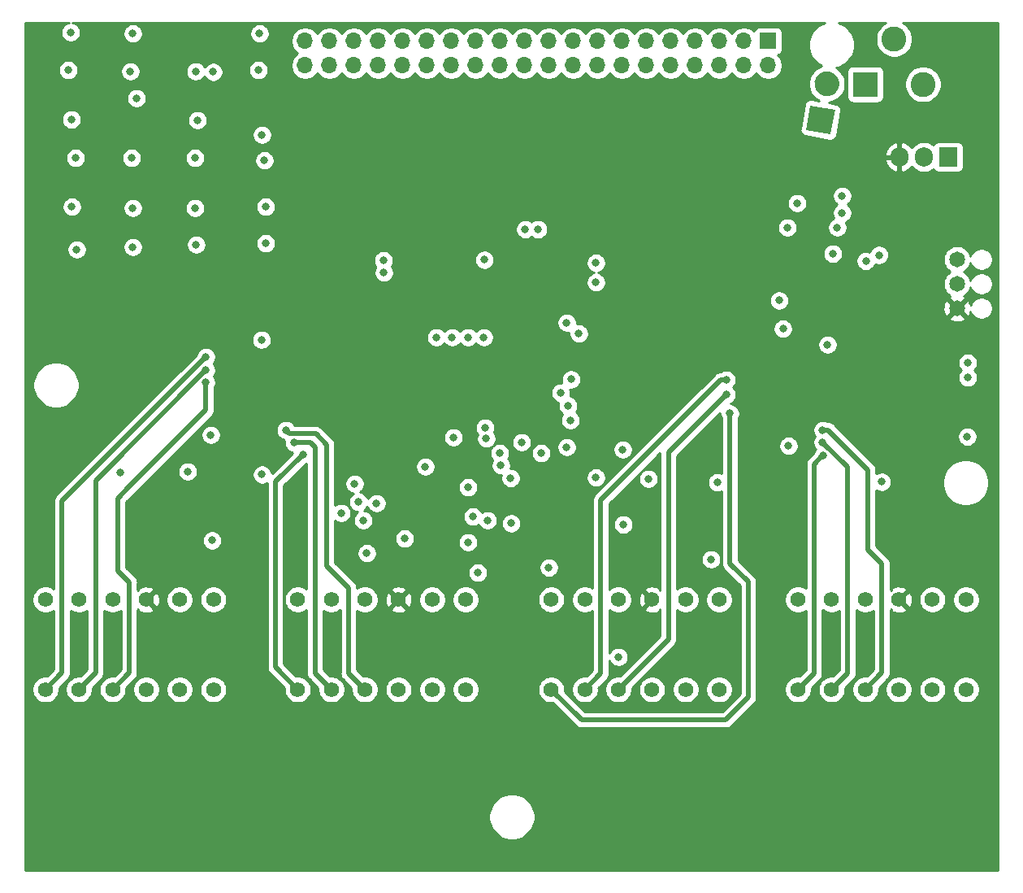
<source format=gbr>
G04 #@! TF.GenerationSoftware,KiCad,Pcbnew,5.1.6*
G04 #@! TF.CreationDate,2020-06-16T10:51:22-04:00*
G04 #@! TF.ProjectId,EVE-PCB-V4,4556452d-5043-4422-9d56-342e6b696361,rev?*
G04 #@! TF.SameCoordinates,Original*
G04 #@! TF.FileFunction,Copper,L2,Inr*
G04 #@! TF.FilePolarity,Positive*
%FSLAX46Y46*%
G04 Gerber Fmt 4.6, Leading zero omitted, Abs format (unit mm)*
G04 Created by KiCad (PCBNEW 5.1.6) date 2020-06-16 10:51:22*
%MOMM*%
%LPD*%
G01*
G04 APERTURE LIST*
G04 #@! TA.AperFunction,ViaPad*
%ADD10C,1.575000*%
G04 #@! TD*
G04 #@! TA.AperFunction,ViaPad*
%ADD11O,1.700000X1.700000*%
G04 #@! TD*
G04 #@! TA.AperFunction,ViaPad*
%ADD12R,1.700000X1.700000*%
G04 #@! TD*
G04 #@! TA.AperFunction,ViaPad*
%ADD13R,2.600000X2.600000*%
G04 #@! TD*
G04 #@! TA.AperFunction,ViaPad*
%ADD14C,2.600000*%
G04 #@! TD*
G04 #@! TA.AperFunction,ViaPad*
%ADD15R,1.905000X2.000000*%
G04 #@! TD*
G04 #@! TA.AperFunction,ViaPad*
%ADD16O,1.905000X2.000000*%
G04 #@! TD*
G04 #@! TA.AperFunction,ViaPad*
%ADD17C,1.650000*%
G04 #@! TD*
G04 #@! TA.AperFunction,ViaPad*
%ADD18C,0.100000*%
G04 #@! TD*
G04 #@! TA.AperFunction,ViaPad*
%ADD19C,0.800000*%
G04 #@! TD*
G04 #@! TA.AperFunction,Conductor*
%ADD20C,0.500000*%
G04 #@! TD*
G04 #@! TA.AperFunction,Conductor*
%ADD21C,0.250000*%
G04 #@! TD*
G04 #@! TA.AperFunction,Conductor*
%ADD22C,0.254000*%
G04 #@! TD*
G04 APERTURE END LIST*
D10*
X108592346Y-95760000D03*
X108592346Y-105110000D03*
X105092346Y-95760000D03*
X105092346Y-105110000D03*
X101592346Y-95760000D03*
X101592346Y-105110000D03*
X98092346Y-95760000D03*
X98092346Y-105110000D03*
X94592346Y-95760000D03*
X94592346Y-105110000D03*
X91092346Y-95760000D03*
X91092346Y-105110000D03*
D11*
X118143346Y-40146769D03*
X118143346Y-37606769D03*
X120683346Y-40146769D03*
X120683346Y-37606769D03*
X123223346Y-40146769D03*
X123223346Y-37606769D03*
X125763346Y-40146769D03*
X125763346Y-37606769D03*
X128303346Y-40146769D03*
X128303346Y-37606769D03*
X130843346Y-40146769D03*
X130843346Y-37606769D03*
X133383346Y-40146769D03*
X133383346Y-37606769D03*
X135923346Y-40146769D03*
X135923346Y-37606769D03*
X138463346Y-40146769D03*
X138463346Y-37606769D03*
X141003346Y-40146769D03*
X141003346Y-37606769D03*
X143543346Y-40146769D03*
X143543346Y-37606769D03*
X146083346Y-40146769D03*
X146083346Y-37606769D03*
X148623346Y-40146769D03*
X148623346Y-37606769D03*
X151163346Y-40146769D03*
X151163346Y-37606769D03*
X153703346Y-40146769D03*
X153703346Y-37606769D03*
X156243346Y-40146769D03*
X156243346Y-37606769D03*
X158783346Y-40146769D03*
X158783346Y-37606769D03*
X161323346Y-40146769D03*
X161323346Y-37606769D03*
X163863346Y-40146769D03*
X163863346Y-37606769D03*
X166403346Y-40146769D03*
D12*
X166403346Y-37606769D03*
D10*
X187014846Y-95760000D03*
X187014846Y-105110000D03*
X183514846Y-95760000D03*
X183514846Y-105110000D03*
X180014846Y-95760000D03*
X180014846Y-105110000D03*
X176514846Y-95760000D03*
X176514846Y-105110000D03*
X173014846Y-95760000D03*
X173014846Y-105110000D03*
X169514846Y-95760000D03*
X169514846Y-105110000D03*
X161297346Y-95760000D03*
X161297346Y-105110000D03*
X157797346Y-95760000D03*
X157797346Y-105110000D03*
X154297346Y-95760000D03*
X154297346Y-105110000D03*
X150797346Y-95760000D03*
X150797346Y-105110000D03*
X147297346Y-95760000D03*
X147297346Y-105110000D03*
X143797346Y-95760000D03*
X143797346Y-105110000D03*
X134881346Y-95760000D03*
X134881346Y-105110000D03*
X131381346Y-95760000D03*
X131381346Y-105110000D03*
X127881346Y-95760000D03*
X127881346Y-105110000D03*
X124381346Y-95760000D03*
X124381346Y-105110000D03*
X120881346Y-95760000D03*
X120881346Y-105110000D03*
X117381346Y-95760000D03*
X117381346Y-105110000D03*
D13*
X176530000Y-42113200D03*
D14*
X182530000Y-42113200D03*
X179530000Y-37413200D03*
D15*
X185166000Y-49682400D03*
D16*
X182626000Y-49682400D03*
X180086000Y-49682400D03*
D17*
X186080400Y-65430400D03*
X186080400Y-62890400D03*
X186080400Y-60350400D03*
G04 #@! TA.AperFunction,ViaPad*
D18*
G36*
X172910907Y-47327593D02*
G01*
X170350407Y-46876107D01*
X170801893Y-44315607D01*
X173362393Y-44767093D01*
X172910907Y-47327593D01*
G37*
G04 #@! TD.AperFunction*
G04 #@! TA.AperFunction,ViaPad*
G36*
G01*
X172292257Y-43349732D02*
X172292257Y-43349732D01*
G75*
G02*
X171237750Y-41843739I225743J1280250D01*
G01*
X171237750Y-41843739D01*
G75*
G02*
X172743743Y-40789232I1280250J-225743D01*
G01*
X172743743Y-40789232D01*
G75*
G02*
X173798250Y-42295225I-225743J-1280250D01*
G01*
X173798250Y-42295225D01*
G75*
G02*
X172292257Y-43349732I-1280250J225743D01*
G01*
G37*
G04 #@! TD.AperFunction*
D19*
X93472000Y-40640000D03*
X99949000Y-40767000D03*
X113284000Y-40640000D03*
X100076000Y-49784000D03*
X106680000Y-49784000D03*
X94234000Y-49784000D03*
X106807000Y-58801000D03*
X113919000Y-50038000D03*
X94361000Y-59309000D03*
X100203000Y-59055000D03*
X114046000Y-58674000D03*
X172593000Y-69215000D03*
X105918000Y-82423000D03*
X113601500Y-68707000D03*
X168529000Y-79756000D03*
X106743500Y-40767000D03*
X139636500Y-87820500D03*
X139573000Y-83121500D03*
X148463000Y-83058000D03*
X151320500Y-87947500D03*
X108331000Y-78613000D03*
X145415000Y-79883000D03*
X108458000Y-89598500D03*
X136842500Y-60388500D03*
X160464500Y-91567000D03*
X136779000Y-68453000D03*
X135128000Y-68453000D03*
X133477000Y-68453000D03*
X131826000Y-68453000D03*
X130683000Y-81915000D03*
X151257000Y-80137000D03*
X121920000Y-86741000D03*
X123317000Y-83693000D03*
X135128000Y-89789000D03*
X128524000Y-89408000D03*
X99822000Y-121920000D03*
X126492000Y-121983500D03*
X152908000Y-121920000D03*
X178244500Y-121920000D03*
X152654000Y-75692000D03*
X187096400Y-77165200D03*
X174142400Y-61163200D03*
X162814000Y-58928000D03*
X149606000Y-56642000D03*
X121412000Y-56642000D03*
X135064500Y-59182000D03*
X143764000Y-54864000D03*
X100774500Y-85725000D03*
X116522500Y-85153500D03*
X178816000Y-85153500D03*
X139065000Y-72517000D03*
X150495000Y-69088000D03*
X163766500Y-84836000D03*
X182219600Y-56184800D03*
X124587000Y-82169000D03*
X124968000Y-89281000D03*
X93726000Y-36703000D03*
X172148500Y-80772000D03*
X100203000Y-36830000D03*
X172085000Y-79375000D03*
X113411000Y-36830000D03*
X172085000Y-78105000D03*
X106934000Y-45847000D03*
X162433000Y-76390500D03*
X162052000Y-72898000D03*
X108585000Y-40830500D03*
X100584000Y-43561000D03*
X162052000Y-74422000D03*
X113665000Y-47371000D03*
X117919500Y-80645000D03*
X114046000Y-54864000D03*
X117030500Y-79438500D03*
X93789500Y-45783500D03*
X116141500Y-78105000D03*
X107823000Y-70485000D03*
X100203000Y-54991000D03*
X107823000Y-71882000D03*
X106680000Y-54991000D03*
X107823000Y-73152000D03*
X93853000Y-54864000D03*
X173609000Y-57023000D03*
X169418000Y-54483000D03*
X177952400Y-59893200D03*
X187198000Y-71120000D03*
X174117000Y-53721000D03*
X174117000Y-55499000D03*
X124206000Y-87503000D03*
X136906000Y-77851000D03*
X124587000Y-90932000D03*
X140716000Y-79375000D03*
X142748000Y-80518000D03*
X137160000Y-87503000D03*
X136144000Y-92964000D03*
X138430000Y-80518000D03*
X135636000Y-87122000D03*
X168402000Y-57023000D03*
X148463000Y-60706000D03*
X145415000Y-66929000D03*
X126301500Y-60452000D03*
X142430500Y-57213500D03*
X173126400Y-59740800D03*
X148463000Y-62738000D03*
X146685000Y-68072000D03*
X126365000Y-61722000D03*
X141097000Y-57213500D03*
X167538400Y-64617600D03*
X187147200Y-78790800D03*
X167944800Y-67564000D03*
X187198000Y-72644000D03*
X153924000Y-83185000D03*
X150812500Y-101727000D03*
X143541500Y-92424500D03*
X178244500Y-83502500D03*
X145859500Y-72834500D03*
X161099500Y-83566000D03*
X144780000Y-74231500D03*
X113665000Y-82740500D03*
X145542000Y-75565000D03*
X98869500Y-82550000D03*
X145796000Y-77089000D03*
X176580800Y-60502800D03*
X133604000Y-78867000D03*
X123698000Y-85598000D03*
X125603000Y-85725000D03*
X137033000Y-78994000D03*
X135128000Y-84074000D03*
X138557000Y-81788000D03*
D20*
X172085000Y-80772000D02*
X171196000Y-81661000D01*
X171196000Y-103428846D02*
X169514846Y-105110000D01*
X171196000Y-81661000D02*
X171196000Y-103428846D01*
X174688500Y-103436346D02*
X173014846Y-105110000D01*
X172085000Y-79375000D02*
X174688500Y-81978500D01*
X174688500Y-81978500D02*
X174688500Y-103436346D01*
X172085000Y-78105000D02*
X172650685Y-78105000D01*
X178244500Y-103380346D02*
X176514846Y-105110000D01*
X176781093Y-90548093D02*
X178244500Y-92011500D01*
X176781093Y-82235407D02*
X176781093Y-90548093D01*
X172650685Y-78105000D02*
X176781093Y-82235407D01*
X178244500Y-92011500D02*
X178244500Y-103380346D01*
X164338000Y-93916500D02*
X164338000Y-105918000D01*
X164338000Y-105918000D02*
X161988500Y-108267500D01*
X146954846Y-108267500D02*
X143797346Y-105110000D01*
X161988500Y-108267500D02*
X146954846Y-108267500D01*
X162433000Y-92011500D02*
X164338000Y-93916500D01*
X162433000Y-76390500D02*
X162433000Y-92011500D01*
X161486315Y-72898000D02*
X148971000Y-85413315D01*
X162052000Y-72898000D02*
X161486315Y-72898000D01*
X148971000Y-103436346D02*
X147297346Y-105110000D01*
X148971000Y-85413315D02*
X148971000Y-103436346D01*
X162052000Y-74422000D02*
X156019500Y-80454500D01*
X156019500Y-99887846D02*
X150797346Y-105110000D01*
X156019500Y-80454500D02*
X156019500Y-99887846D01*
X117919500Y-80645000D02*
X115062000Y-83502500D01*
X115062000Y-102790654D02*
X117381346Y-105110000D01*
X115062000Y-83502500D02*
X115062000Y-102790654D01*
X119189500Y-103418154D02*
X120881346Y-105110000D01*
X119189500Y-79946500D02*
X119189500Y-103418154D01*
X117030500Y-79438500D02*
X118681500Y-79438500D01*
X118681500Y-79438500D02*
X119189500Y-79946500D01*
X116541499Y-78504999D02*
X119271999Y-78504999D01*
X116141500Y-78105000D02*
X116541499Y-78504999D01*
X119271999Y-78504999D02*
X120396000Y-79629000D01*
X120396000Y-79629000D02*
X120396000Y-92265500D01*
X120396000Y-92265500D02*
X122682000Y-94551500D01*
X122682000Y-103410654D02*
X124381346Y-105110000D01*
X122682000Y-94551500D02*
X122682000Y-103410654D01*
X107823000Y-70485000D02*
X92837000Y-85471000D01*
X92837000Y-103365346D02*
X91092346Y-105110000D01*
X92837000Y-85471000D02*
X92837000Y-103365346D01*
X107823000Y-71882000D02*
X96329500Y-83375500D01*
X96329500Y-103372846D02*
X94592346Y-105110000D01*
X96329500Y-83375500D02*
X96329500Y-103372846D01*
X107823000Y-73152000D02*
X107823000Y-76009500D01*
X107823000Y-76009500D02*
X99822000Y-84010500D01*
X99822000Y-103380346D02*
X98092346Y-105110000D01*
D21*
X99822000Y-94170500D02*
X99822000Y-93980000D01*
D20*
X99822000Y-94170500D02*
X99822000Y-103380346D01*
X99822000Y-93980000D02*
X98615500Y-92773500D01*
X98615500Y-85217000D02*
X99822000Y-84010500D01*
X98615500Y-92773500D02*
X98615500Y-85217000D01*
D22*
G36*
X93424102Y-35707774D02*
G01*
X93235744Y-35785795D01*
X93066226Y-35899063D01*
X92922063Y-36043226D01*
X92808795Y-36212744D01*
X92730774Y-36401102D01*
X92691000Y-36601061D01*
X92691000Y-36804939D01*
X92730774Y-37004898D01*
X92808795Y-37193256D01*
X92922063Y-37362774D01*
X93066226Y-37506937D01*
X93235744Y-37620205D01*
X93424102Y-37698226D01*
X93624061Y-37738000D01*
X93827939Y-37738000D01*
X94027898Y-37698226D01*
X94216256Y-37620205D01*
X94385774Y-37506937D01*
X94529937Y-37362774D01*
X94643205Y-37193256D01*
X94721226Y-37004898D01*
X94761000Y-36804939D01*
X94761000Y-36728061D01*
X99168000Y-36728061D01*
X99168000Y-36931939D01*
X99207774Y-37131898D01*
X99285795Y-37320256D01*
X99399063Y-37489774D01*
X99543226Y-37633937D01*
X99712744Y-37747205D01*
X99901102Y-37825226D01*
X100101061Y-37865000D01*
X100304939Y-37865000D01*
X100504898Y-37825226D01*
X100693256Y-37747205D01*
X100862774Y-37633937D01*
X101006937Y-37489774D01*
X101120205Y-37320256D01*
X101198226Y-37131898D01*
X101238000Y-36931939D01*
X101238000Y-36728061D01*
X112376000Y-36728061D01*
X112376000Y-36931939D01*
X112415774Y-37131898D01*
X112493795Y-37320256D01*
X112607063Y-37489774D01*
X112751226Y-37633937D01*
X112920744Y-37747205D01*
X113109102Y-37825226D01*
X113309061Y-37865000D01*
X113512939Y-37865000D01*
X113712898Y-37825226D01*
X113901256Y-37747205D01*
X114070774Y-37633937D01*
X114214937Y-37489774D01*
X114234491Y-37460509D01*
X116658346Y-37460509D01*
X116658346Y-37753029D01*
X116715414Y-38039927D01*
X116827356Y-38310180D01*
X116989871Y-38553401D01*
X117196714Y-38760244D01*
X117371106Y-38876769D01*
X117196714Y-38993294D01*
X116989871Y-39200137D01*
X116827356Y-39443358D01*
X116715414Y-39713611D01*
X116658346Y-40000509D01*
X116658346Y-40293029D01*
X116715414Y-40579927D01*
X116827356Y-40850180D01*
X116989871Y-41093401D01*
X117196714Y-41300244D01*
X117439935Y-41462759D01*
X117710188Y-41574701D01*
X117997086Y-41631769D01*
X118289606Y-41631769D01*
X118576504Y-41574701D01*
X118846757Y-41462759D01*
X119089978Y-41300244D01*
X119296821Y-41093401D01*
X119413346Y-40919009D01*
X119529871Y-41093401D01*
X119736714Y-41300244D01*
X119979935Y-41462759D01*
X120250188Y-41574701D01*
X120537086Y-41631769D01*
X120829606Y-41631769D01*
X121116504Y-41574701D01*
X121386757Y-41462759D01*
X121629978Y-41300244D01*
X121836821Y-41093401D01*
X121953346Y-40919009D01*
X122069871Y-41093401D01*
X122276714Y-41300244D01*
X122519935Y-41462759D01*
X122790188Y-41574701D01*
X123077086Y-41631769D01*
X123369606Y-41631769D01*
X123656504Y-41574701D01*
X123926757Y-41462759D01*
X124169978Y-41300244D01*
X124376821Y-41093401D01*
X124493346Y-40919009D01*
X124609871Y-41093401D01*
X124816714Y-41300244D01*
X125059935Y-41462759D01*
X125330188Y-41574701D01*
X125617086Y-41631769D01*
X125909606Y-41631769D01*
X126196504Y-41574701D01*
X126466757Y-41462759D01*
X126709978Y-41300244D01*
X126916821Y-41093401D01*
X127033346Y-40919009D01*
X127149871Y-41093401D01*
X127356714Y-41300244D01*
X127599935Y-41462759D01*
X127870188Y-41574701D01*
X128157086Y-41631769D01*
X128449606Y-41631769D01*
X128736504Y-41574701D01*
X129006757Y-41462759D01*
X129249978Y-41300244D01*
X129456821Y-41093401D01*
X129573346Y-40919009D01*
X129689871Y-41093401D01*
X129896714Y-41300244D01*
X130139935Y-41462759D01*
X130410188Y-41574701D01*
X130697086Y-41631769D01*
X130989606Y-41631769D01*
X131276504Y-41574701D01*
X131546757Y-41462759D01*
X131789978Y-41300244D01*
X131996821Y-41093401D01*
X132113346Y-40919009D01*
X132229871Y-41093401D01*
X132436714Y-41300244D01*
X132679935Y-41462759D01*
X132950188Y-41574701D01*
X133237086Y-41631769D01*
X133529606Y-41631769D01*
X133816504Y-41574701D01*
X134086757Y-41462759D01*
X134329978Y-41300244D01*
X134536821Y-41093401D01*
X134653346Y-40919009D01*
X134769871Y-41093401D01*
X134976714Y-41300244D01*
X135219935Y-41462759D01*
X135490188Y-41574701D01*
X135777086Y-41631769D01*
X136069606Y-41631769D01*
X136356504Y-41574701D01*
X136626757Y-41462759D01*
X136869978Y-41300244D01*
X137076821Y-41093401D01*
X137193346Y-40919009D01*
X137309871Y-41093401D01*
X137516714Y-41300244D01*
X137759935Y-41462759D01*
X138030188Y-41574701D01*
X138317086Y-41631769D01*
X138609606Y-41631769D01*
X138896504Y-41574701D01*
X139166757Y-41462759D01*
X139409978Y-41300244D01*
X139616821Y-41093401D01*
X139733346Y-40919009D01*
X139849871Y-41093401D01*
X140056714Y-41300244D01*
X140299935Y-41462759D01*
X140570188Y-41574701D01*
X140857086Y-41631769D01*
X141149606Y-41631769D01*
X141436504Y-41574701D01*
X141706757Y-41462759D01*
X141949978Y-41300244D01*
X142156821Y-41093401D01*
X142273346Y-40919009D01*
X142389871Y-41093401D01*
X142596714Y-41300244D01*
X142839935Y-41462759D01*
X143110188Y-41574701D01*
X143397086Y-41631769D01*
X143689606Y-41631769D01*
X143976504Y-41574701D01*
X144246757Y-41462759D01*
X144489978Y-41300244D01*
X144696821Y-41093401D01*
X144813346Y-40919009D01*
X144929871Y-41093401D01*
X145136714Y-41300244D01*
X145379935Y-41462759D01*
X145650188Y-41574701D01*
X145937086Y-41631769D01*
X146229606Y-41631769D01*
X146516504Y-41574701D01*
X146786757Y-41462759D01*
X147029978Y-41300244D01*
X147236821Y-41093401D01*
X147353346Y-40919009D01*
X147469871Y-41093401D01*
X147676714Y-41300244D01*
X147919935Y-41462759D01*
X148190188Y-41574701D01*
X148477086Y-41631769D01*
X148769606Y-41631769D01*
X149056504Y-41574701D01*
X149326757Y-41462759D01*
X149569978Y-41300244D01*
X149776821Y-41093401D01*
X149893346Y-40919009D01*
X150009871Y-41093401D01*
X150216714Y-41300244D01*
X150459935Y-41462759D01*
X150730188Y-41574701D01*
X151017086Y-41631769D01*
X151309606Y-41631769D01*
X151596504Y-41574701D01*
X151866757Y-41462759D01*
X152109978Y-41300244D01*
X152316821Y-41093401D01*
X152433346Y-40919009D01*
X152549871Y-41093401D01*
X152756714Y-41300244D01*
X152999935Y-41462759D01*
X153270188Y-41574701D01*
X153557086Y-41631769D01*
X153849606Y-41631769D01*
X154136504Y-41574701D01*
X154406757Y-41462759D01*
X154649978Y-41300244D01*
X154856821Y-41093401D01*
X154973346Y-40919009D01*
X155089871Y-41093401D01*
X155296714Y-41300244D01*
X155539935Y-41462759D01*
X155810188Y-41574701D01*
X156097086Y-41631769D01*
X156389606Y-41631769D01*
X156676504Y-41574701D01*
X156946757Y-41462759D01*
X157189978Y-41300244D01*
X157396821Y-41093401D01*
X157513346Y-40919009D01*
X157629871Y-41093401D01*
X157836714Y-41300244D01*
X158079935Y-41462759D01*
X158350188Y-41574701D01*
X158637086Y-41631769D01*
X158929606Y-41631769D01*
X159216504Y-41574701D01*
X159486757Y-41462759D01*
X159729978Y-41300244D01*
X159936821Y-41093401D01*
X160053346Y-40919009D01*
X160169871Y-41093401D01*
X160376714Y-41300244D01*
X160619935Y-41462759D01*
X160890188Y-41574701D01*
X161177086Y-41631769D01*
X161469606Y-41631769D01*
X161756504Y-41574701D01*
X162026757Y-41462759D01*
X162269978Y-41300244D01*
X162476821Y-41093401D01*
X162593346Y-40919009D01*
X162709871Y-41093401D01*
X162916714Y-41300244D01*
X163159935Y-41462759D01*
X163430188Y-41574701D01*
X163717086Y-41631769D01*
X164009606Y-41631769D01*
X164296504Y-41574701D01*
X164566757Y-41462759D01*
X164809978Y-41300244D01*
X165016821Y-41093401D01*
X165133346Y-40919009D01*
X165249871Y-41093401D01*
X165456714Y-41300244D01*
X165699935Y-41462759D01*
X165970188Y-41574701D01*
X166257086Y-41631769D01*
X166549606Y-41631769D01*
X166836504Y-41574701D01*
X167106757Y-41462759D01*
X167349978Y-41300244D01*
X167556821Y-41093401D01*
X167719336Y-40850180D01*
X167831278Y-40579927D01*
X167888346Y-40293029D01*
X167888346Y-40000509D01*
X167831278Y-39713611D01*
X167719336Y-39443358D01*
X167556821Y-39200137D01*
X167424966Y-39068282D01*
X167497526Y-39046271D01*
X167607840Y-38987306D01*
X167704531Y-38907954D01*
X167783883Y-38811263D01*
X167842848Y-38700949D01*
X167879158Y-38581251D01*
X167891418Y-38456769D01*
X167891418Y-36756769D01*
X167879158Y-36632287D01*
X167842848Y-36512589D01*
X167783883Y-36402275D01*
X167704531Y-36305584D01*
X167607840Y-36226232D01*
X167497526Y-36167267D01*
X167377828Y-36130957D01*
X167253346Y-36118697D01*
X165553346Y-36118697D01*
X165428864Y-36130957D01*
X165309166Y-36167267D01*
X165198852Y-36226232D01*
X165102161Y-36305584D01*
X165022809Y-36402275D01*
X164963844Y-36512589D01*
X164941833Y-36585149D01*
X164809978Y-36453294D01*
X164566757Y-36290779D01*
X164296504Y-36178837D01*
X164009606Y-36121769D01*
X163717086Y-36121769D01*
X163430188Y-36178837D01*
X163159935Y-36290779D01*
X162916714Y-36453294D01*
X162709871Y-36660137D01*
X162593346Y-36834529D01*
X162476821Y-36660137D01*
X162269978Y-36453294D01*
X162026757Y-36290779D01*
X161756504Y-36178837D01*
X161469606Y-36121769D01*
X161177086Y-36121769D01*
X160890188Y-36178837D01*
X160619935Y-36290779D01*
X160376714Y-36453294D01*
X160169871Y-36660137D01*
X160053346Y-36834529D01*
X159936821Y-36660137D01*
X159729978Y-36453294D01*
X159486757Y-36290779D01*
X159216504Y-36178837D01*
X158929606Y-36121769D01*
X158637086Y-36121769D01*
X158350188Y-36178837D01*
X158079935Y-36290779D01*
X157836714Y-36453294D01*
X157629871Y-36660137D01*
X157513346Y-36834529D01*
X157396821Y-36660137D01*
X157189978Y-36453294D01*
X156946757Y-36290779D01*
X156676504Y-36178837D01*
X156389606Y-36121769D01*
X156097086Y-36121769D01*
X155810188Y-36178837D01*
X155539935Y-36290779D01*
X155296714Y-36453294D01*
X155089871Y-36660137D01*
X154973346Y-36834529D01*
X154856821Y-36660137D01*
X154649978Y-36453294D01*
X154406757Y-36290779D01*
X154136504Y-36178837D01*
X153849606Y-36121769D01*
X153557086Y-36121769D01*
X153270188Y-36178837D01*
X152999935Y-36290779D01*
X152756714Y-36453294D01*
X152549871Y-36660137D01*
X152433346Y-36834529D01*
X152316821Y-36660137D01*
X152109978Y-36453294D01*
X151866757Y-36290779D01*
X151596504Y-36178837D01*
X151309606Y-36121769D01*
X151017086Y-36121769D01*
X150730188Y-36178837D01*
X150459935Y-36290779D01*
X150216714Y-36453294D01*
X150009871Y-36660137D01*
X149893346Y-36834529D01*
X149776821Y-36660137D01*
X149569978Y-36453294D01*
X149326757Y-36290779D01*
X149056504Y-36178837D01*
X148769606Y-36121769D01*
X148477086Y-36121769D01*
X148190188Y-36178837D01*
X147919935Y-36290779D01*
X147676714Y-36453294D01*
X147469871Y-36660137D01*
X147353346Y-36834529D01*
X147236821Y-36660137D01*
X147029978Y-36453294D01*
X146786757Y-36290779D01*
X146516504Y-36178837D01*
X146229606Y-36121769D01*
X145937086Y-36121769D01*
X145650188Y-36178837D01*
X145379935Y-36290779D01*
X145136714Y-36453294D01*
X144929871Y-36660137D01*
X144813346Y-36834529D01*
X144696821Y-36660137D01*
X144489978Y-36453294D01*
X144246757Y-36290779D01*
X143976504Y-36178837D01*
X143689606Y-36121769D01*
X143397086Y-36121769D01*
X143110188Y-36178837D01*
X142839935Y-36290779D01*
X142596714Y-36453294D01*
X142389871Y-36660137D01*
X142273346Y-36834529D01*
X142156821Y-36660137D01*
X141949978Y-36453294D01*
X141706757Y-36290779D01*
X141436504Y-36178837D01*
X141149606Y-36121769D01*
X140857086Y-36121769D01*
X140570188Y-36178837D01*
X140299935Y-36290779D01*
X140056714Y-36453294D01*
X139849871Y-36660137D01*
X139733346Y-36834529D01*
X139616821Y-36660137D01*
X139409978Y-36453294D01*
X139166757Y-36290779D01*
X138896504Y-36178837D01*
X138609606Y-36121769D01*
X138317086Y-36121769D01*
X138030188Y-36178837D01*
X137759935Y-36290779D01*
X137516714Y-36453294D01*
X137309871Y-36660137D01*
X137193346Y-36834529D01*
X137076821Y-36660137D01*
X136869978Y-36453294D01*
X136626757Y-36290779D01*
X136356504Y-36178837D01*
X136069606Y-36121769D01*
X135777086Y-36121769D01*
X135490188Y-36178837D01*
X135219935Y-36290779D01*
X134976714Y-36453294D01*
X134769871Y-36660137D01*
X134653346Y-36834529D01*
X134536821Y-36660137D01*
X134329978Y-36453294D01*
X134086757Y-36290779D01*
X133816504Y-36178837D01*
X133529606Y-36121769D01*
X133237086Y-36121769D01*
X132950188Y-36178837D01*
X132679935Y-36290779D01*
X132436714Y-36453294D01*
X132229871Y-36660137D01*
X132113346Y-36834529D01*
X131996821Y-36660137D01*
X131789978Y-36453294D01*
X131546757Y-36290779D01*
X131276504Y-36178837D01*
X130989606Y-36121769D01*
X130697086Y-36121769D01*
X130410188Y-36178837D01*
X130139935Y-36290779D01*
X129896714Y-36453294D01*
X129689871Y-36660137D01*
X129573346Y-36834529D01*
X129456821Y-36660137D01*
X129249978Y-36453294D01*
X129006757Y-36290779D01*
X128736504Y-36178837D01*
X128449606Y-36121769D01*
X128157086Y-36121769D01*
X127870188Y-36178837D01*
X127599935Y-36290779D01*
X127356714Y-36453294D01*
X127149871Y-36660137D01*
X127033346Y-36834529D01*
X126916821Y-36660137D01*
X126709978Y-36453294D01*
X126466757Y-36290779D01*
X126196504Y-36178837D01*
X125909606Y-36121769D01*
X125617086Y-36121769D01*
X125330188Y-36178837D01*
X125059935Y-36290779D01*
X124816714Y-36453294D01*
X124609871Y-36660137D01*
X124493346Y-36834529D01*
X124376821Y-36660137D01*
X124169978Y-36453294D01*
X123926757Y-36290779D01*
X123656504Y-36178837D01*
X123369606Y-36121769D01*
X123077086Y-36121769D01*
X122790188Y-36178837D01*
X122519935Y-36290779D01*
X122276714Y-36453294D01*
X122069871Y-36660137D01*
X121953346Y-36834529D01*
X121836821Y-36660137D01*
X121629978Y-36453294D01*
X121386757Y-36290779D01*
X121116504Y-36178837D01*
X120829606Y-36121769D01*
X120537086Y-36121769D01*
X120250188Y-36178837D01*
X119979935Y-36290779D01*
X119736714Y-36453294D01*
X119529871Y-36660137D01*
X119413346Y-36834529D01*
X119296821Y-36660137D01*
X119089978Y-36453294D01*
X118846757Y-36290779D01*
X118576504Y-36178837D01*
X118289606Y-36121769D01*
X117997086Y-36121769D01*
X117710188Y-36178837D01*
X117439935Y-36290779D01*
X117196714Y-36453294D01*
X116989871Y-36660137D01*
X116827356Y-36903358D01*
X116715414Y-37173611D01*
X116658346Y-37460509D01*
X114234491Y-37460509D01*
X114328205Y-37320256D01*
X114406226Y-37131898D01*
X114446000Y-36931939D01*
X114446000Y-36728061D01*
X114406226Y-36528102D01*
X114328205Y-36339744D01*
X114214937Y-36170226D01*
X114070774Y-36026063D01*
X113901256Y-35912795D01*
X113712898Y-35834774D01*
X113512939Y-35795000D01*
X113309061Y-35795000D01*
X113109102Y-35834774D01*
X112920744Y-35912795D01*
X112751226Y-36026063D01*
X112607063Y-36170226D01*
X112493795Y-36339744D01*
X112415774Y-36528102D01*
X112376000Y-36728061D01*
X101238000Y-36728061D01*
X101198226Y-36528102D01*
X101120205Y-36339744D01*
X101006937Y-36170226D01*
X100862774Y-36026063D01*
X100693256Y-35912795D01*
X100504898Y-35834774D01*
X100304939Y-35795000D01*
X100101061Y-35795000D01*
X99901102Y-35834774D01*
X99712744Y-35912795D01*
X99543226Y-36026063D01*
X99399063Y-36170226D01*
X99285795Y-36339744D01*
X99207774Y-36528102D01*
X99168000Y-36728061D01*
X94761000Y-36728061D01*
X94761000Y-36601061D01*
X94721226Y-36401102D01*
X94643205Y-36212744D01*
X94529937Y-36043226D01*
X94385774Y-35899063D01*
X94216256Y-35785795D01*
X94027898Y-35707774D01*
X93923459Y-35687000D01*
X172264756Y-35687000D01*
X171854506Y-35856931D01*
X171458424Y-36121585D01*
X171121585Y-36458424D01*
X170856931Y-36854506D01*
X170674635Y-37294608D01*
X170581701Y-37761818D01*
X170581701Y-38238182D01*
X170674635Y-38705392D01*
X170856931Y-39145494D01*
X171121585Y-39541576D01*
X171458424Y-39878415D01*
X171854506Y-40143069D01*
X171993925Y-40200818D01*
X171953581Y-40208843D01*
X171601434Y-40354707D01*
X171284509Y-40566469D01*
X171014987Y-40835991D01*
X170803225Y-41152916D01*
X170657361Y-41505063D01*
X170583000Y-41878901D01*
X170583000Y-42260063D01*
X170657361Y-42633901D01*
X170803225Y-42986048D01*
X171014987Y-43302973D01*
X171284509Y-43572495D01*
X171601434Y-43784257D01*
X171704071Y-43826770D01*
X170912693Y-43687229D01*
X170787974Y-43677687D01*
X170663789Y-43692660D01*
X170544912Y-43731572D01*
X170435910Y-43792929D01*
X170340973Y-43874372D01*
X170263749Y-43972771D01*
X170207205Y-44084345D01*
X170173515Y-44204807D01*
X169722029Y-46765307D01*
X169712487Y-46890026D01*
X169727460Y-47014211D01*
X169766372Y-47133088D01*
X169827729Y-47242090D01*
X169909172Y-47337027D01*
X170007571Y-47414251D01*
X170119145Y-47470795D01*
X170239607Y-47504485D01*
X172800107Y-47955971D01*
X172924826Y-47965513D01*
X173049011Y-47950540D01*
X173167888Y-47911628D01*
X173276890Y-47850271D01*
X173371827Y-47768828D01*
X173449051Y-47670429D01*
X173505595Y-47558855D01*
X173539285Y-47438393D01*
X173990771Y-44877893D01*
X174000313Y-44753174D01*
X173985340Y-44628989D01*
X173946428Y-44510112D01*
X173885071Y-44401110D01*
X173803628Y-44306173D01*
X173705229Y-44228949D01*
X173593655Y-44172405D01*
X173473193Y-44138715D01*
X172710151Y-44004170D01*
X173082419Y-43930121D01*
X173434566Y-43784257D01*
X173751491Y-43572495D01*
X174021013Y-43302973D01*
X174232775Y-42986048D01*
X174378639Y-42633901D01*
X174453000Y-42260063D01*
X174453000Y-41878901D01*
X174378639Y-41505063D01*
X174232775Y-41152916D01*
X174021013Y-40835991D01*
X173998222Y-40813200D01*
X174591928Y-40813200D01*
X174591928Y-43413200D01*
X174604188Y-43537682D01*
X174640498Y-43657380D01*
X174699463Y-43767694D01*
X174778815Y-43864385D01*
X174875506Y-43943737D01*
X174985820Y-44002702D01*
X175105518Y-44039012D01*
X175230000Y-44051272D01*
X177830000Y-44051272D01*
X177954482Y-44039012D01*
X178074180Y-44002702D01*
X178184494Y-43943737D01*
X178281185Y-43864385D01*
X178360537Y-43767694D01*
X178419502Y-43657380D01*
X178455812Y-43537682D01*
X178468072Y-43413200D01*
X178468072Y-41922619D01*
X180595000Y-41922619D01*
X180595000Y-42303781D01*
X180669361Y-42677619D01*
X180815225Y-43029766D01*
X181026987Y-43346691D01*
X181296509Y-43616213D01*
X181613434Y-43827975D01*
X181965581Y-43973839D01*
X182339419Y-44048200D01*
X182720581Y-44048200D01*
X183094419Y-43973839D01*
X183446566Y-43827975D01*
X183763491Y-43616213D01*
X184033013Y-43346691D01*
X184244775Y-43029766D01*
X184390639Y-42677619D01*
X184465000Y-42303781D01*
X184465000Y-41922619D01*
X184390639Y-41548781D01*
X184244775Y-41196634D01*
X184033013Y-40879709D01*
X183763491Y-40610187D01*
X183446566Y-40398425D01*
X183094419Y-40252561D01*
X182720581Y-40178200D01*
X182339419Y-40178200D01*
X181965581Y-40252561D01*
X181613434Y-40398425D01*
X181296509Y-40610187D01*
X181026987Y-40879709D01*
X180815225Y-41196634D01*
X180669361Y-41548781D01*
X180595000Y-41922619D01*
X178468072Y-41922619D01*
X178468072Y-40813200D01*
X178455812Y-40688718D01*
X178419502Y-40569020D01*
X178360537Y-40458706D01*
X178281185Y-40362015D01*
X178184494Y-40282663D01*
X178074180Y-40223698D01*
X177954482Y-40187388D01*
X177830000Y-40175128D01*
X175230000Y-40175128D01*
X175105518Y-40187388D01*
X174985820Y-40223698D01*
X174875506Y-40282663D01*
X174778815Y-40362015D01*
X174699463Y-40458706D01*
X174640498Y-40569020D01*
X174604188Y-40688718D01*
X174591928Y-40813200D01*
X173998222Y-40813200D01*
X173751491Y-40566469D01*
X173462855Y-40373609D01*
X173705392Y-40325365D01*
X174145494Y-40143069D01*
X174541576Y-39878415D01*
X174878415Y-39541576D01*
X175143069Y-39145494D01*
X175325365Y-38705392D01*
X175418299Y-38238182D01*
X175418299Y-37761818D01*
X175325365Y-37294608D01*
X175143069Y-36854506D01*
X174878415Y-36458424D01*
X174541576Y-36121585D01*
X174145494Y-35856931D01*
X173735244Y-35687000D01*
X178641016Y-35687000D01*
X178613434Y-35698425D01*
X178296509Y-35910187D01*
X178026987Y-36179709D01*
X177815225Y-36496634D01*
X177669361Y-36848781D01*
X177595000Y-37222619D01*
X177595000Y-37603781D01*
X177669361Y-37977619D01*
X177815225Y-38329766D01*
X178026987Y-38646691D01*
X178296509Y-38916213D01*
X178613434Y-39127975D01*
X178965581Y-39273839D01*
X179339419Y-39348200D01*
X179720581Y-39348200D01*
X180094419Y-39273839D01*
X180446566Y-39127975D01*
X180763491Y-38916213D01*
X181033013Y-38646691D01*
X181244775Y-38329766D01*
X181390639Y-37977619D01*
X181465000Y-37603781D01*
X181465000Y-37222619D01*
X181390639Y-36848781D01*
X181244775Y-36496634D01*
X181033013Y-36179709D01*
X180763491Y-35910187D01*
X180446566Y-35698425D01*
X180418984Y-35687000D01*
X190343347Y-35687000D01*
X190343346Y-123962269D01*
X89027000Y-123962269D01*
X89027000Y-118125818D01*
X137281701Y-118125818D01*
X137281701Y-118602182D01*
X137374635Y-119069392D01*
X137556931Y-119509494D01*
X137821585Y-119905576D01*
X138158424Y-120242415D01*
X138554506Y-120507069D01*
X138994608Y-120689365D01*
X139461818Y-120782299D01*
X139938182Y-120782299D01*
X140405392Y-120689365D01*
X140845494Y-120507069D01*
X141241576Y-120242415D01*
X141578415Y-119905576D01*
X141843069Y-119509494D01*
X142025365Y-119069392D01*
X142118299Y-118602182D01*
X142118299Y-118125818D01*
X142025365Y-117658608D01*
X141843069Y-117218506D01*
X141578415Y-116822424D01*
X141241576Y-116485585D01*
X140845494Y-116220931D01*
X140405392Y-116038635D01*
X139938182Y-115945701D01*
X139461818Y-115945701D01*
X138994608Y-116038635D01*
X138554506Y-116220931D01*
X138158424Y-116485585D01*
X137821585Y-116822424D01*
X137556931Y-117218506D01*
X137374635Y-117658608D01*
X137281701Y-118125818D01*
X89027000Y-118125818D01*
X89027000Y-95619896D01*
X89669846Y-95619896D01*
X89669846Y-95900104D01*
X89724512Y-96174928D01*
X89831743Y-96433806D01*
X89987418Y-96666791D01*
X90185555Y-96864928D01*
X90418540Y-97020603D01*
X90677418Y-97127834D01*
X90952242Y-97182500D01*
X91232450Y-97182500D01*
X91507274Y-97127834D01*
X91766152Y-97020603D01*
X91952001Y-96896423D01*
X91952001Y-102998766D01*
X91258155Y-103692613D01*
X91232450Y-103687500D01*
X90952242Y-103687500D01*
X90677418Y-103742166D01*
X90418540Y-103849397D01*
X90185555Y-104005072D01*
X89987418Y-104203209D01*
X89831743Y-104436194D01*
X89724512Y-104695072D01*
X89669846Y-104969896D01*
X89669846Y-105250104D01*
X89724512Y-105524928D01*
X89831743Y-105783806D01*
X89987418Y-106016791D01*
X90185555Y-106214928D01*
X90418540Y-106370603D01*
X90677418Y-106477834D01*
X90952242Y-106532500D01*
X91232450Y-106532500D01*
X91507274Y-106477834D01*
X91766152Y-106370603D01*
X91999137Y-106214928D01*
X92197274Y-106016791D01*
X92352949Y-105783806D01*
X92460180Y-105524928D01*
X92514846Y-105250104D01*
X92514846Y-104969896D01*
X92509733Y-104944191D01*
X93432049Y-104021876D01*
X93465817Y-103994163D01*
X93518142Y-103930406D01*
X93576410Y-103859406D01*
X93581760Y-103849397D01*
X93658589Y-103705659D01*
X93709195Y-103538836D01*
X93722000Y-103408823D01*
X93722000Y-103408813D01*
X93726281Y-103365347D01*
X93722000Y-103321881D01*
X93722000Y-96889280D01*
X93918540Y-97020603D01*
X94177418Y-97127834D01*
X94452242Y-97182500D01*
X94732450Y-97182500D01*
X95007274Y-97127834D01*
X95266152Y-97020603D01*
X95444501Y-96901435D01*
X95444501Y-103006266D01*
X94758155Y-103692613D01*
X94732450Y-103687500D01*
X94452242Y-103687500D01*
X94177418Y-103742166D01*
X93918540Y-103849397D01*
X93685555Y-104005072D01*
X93487418Y-104203209D01*
X93331743Y-104436194D01*
X93224512Y-104695072D01*
X93169846Y-104969896D01*
X93169846Y-105250104D01*
X93224512Y-105524928D01*
X93331743Y-105783806D01*
X93487418Y-106016791D01*
X93685555Y-106214928D01*
X93918540Y-106370603D01*
X94177418Y-106477834D01*
X94452242Y-106532500D01*
X94732450Y-106532500D01*
X95007274Y-106477834D01*
X95266152Y-106370603D01*
X95499137Y-106214928D01*
X95697274Y-106016791D01*
X95852949Y-105783806D01*
X95960180Y-105524928D01*
X96014846Y-105250104D01*
X96014846Y-104969896D01*
X96009733Y-104944191D01*
X96924549Y-104029376D01*
X96958317Y-104001663D01*
X97016798Y-103930405D01*
X97068911Y-103866905D01*
X97121156Y-103769160D01*
X97151089Y-103713159D01*
X97201695Y-103546336D01*
X97214500Y-103416323D01*
X97214500Y-103416315D01*
X97218781Y-103372846D01*
X97214500Y-103329377D01*
X97214500Y-96884268D01*
X97418540Y-97020603D01*
X97677418Y-97127834D01*
X97952242Y-97182500D01*
X98232450Y-97182500D01*
X98507274Y-97127834D01*
X98766152Y-97020603D01*
X98937000Y-96906446D01*
X98937001Y-103013766D01*
X98258155Y-103692613D01*
X98232450Y-103687500D01*
X97952242Y-103687500D01*
X97677418Y-103742166D01*
X97418540Y-103849397D01*
X97185555Y-104005072D01*
X96987418Y-104203209D01*
X96831743Y-104436194D01*
X96724512Y-104695072D01*
X96669846Y-104969896D01*
X96669846Y-105250104D01*
X96724512Y-105524928D01*
X96831743Y-105783806D01*
X96987418Y-106016791D01*
X97185555Y-106214928D01*
X97418540Y-106370603D01*
X97677418Y-106477834D01*
X97952242Y-106532500D01*
X98232450Y-106532500D01*
X98507274Y-106477834D01*
X98766152Y-106370603D01*
X98999137Y-106214928D01*
X99197274Y-106016791D01*
X99352949Y-105783806D01*
X99460180Y-105524928D01*
X99514846Y-105250104D01*
X99514846Y-104969896D01*
X100169846Y-104969896D01*
X100169846Y-105250104D01*
X100224512Y-105524928D01*
X100331743Y-105783806D01*
X100487418Y-106016791D01*
X100685555Y-106214928D01*
X100918540Y-106370603D01*
X101177418Y-106477834D01*
X101452242Y-106532500D01*
X101732450Y-106532500D01*
X102007274Y-106477834D01*
X102266152Y-106370603D01*
X102499137Y-106214928D01*
X102697274Y-106016791D01*
X102852949Y-105783806D01*
X102960180Y-105524928D01*
X103014846Y-105250104D01*
X103014846Y-104969896D01*
X103669846Y-104969896D01*
X103669846Y-105250104D01*
X103724512Y-105524928D01*
X103831743Y-105783806D01*
X103987418Y-106016791D01*
X104185555Y-106214928D01*
X104418540Y-106370603D01*
X104677418Y-106477834D01*
X104952242Y-106532500D01*
X105232450Y-106532500D01*
X105507274Y-106477834D01*
X105766152Y-106370603D01*
X105999137Y-106214928D01*
X106197274Y-106016791D01*
X106352949Y-105783806D01*
X106460180Y-105524928D01*
X106514846Y-105250104D01*
X106514846Y-104969896D01*
X107169846Y-104969896D01*
X107169846Y-105250104D01*
X107224512Y-105524928D01*
X107331743Y-105783806D01*
X107487418Y-106016791D01*
X107685555Y-106214928D01*
X107918540Y-106370603D01*
X108177418Y-106477834D01*
X108452242Y-106532500D01*
X108732450Y-106532500D01*
X109007274Y-106477834D01*
X109266152Y-106370603D01*
X109499137Y-106214928D01*
X109697274Y-106016791D01*
X109852949Y-105783806D01*
X109960180Y-105524928D01*
X110014846Y-105250104D01*
X110014846Y-104969896D01*
X109960180Y-104695072D01*
X109852949Y-104436194D01*
X109697274Y-104203209D01*
X109499137Y-104005072D01*
X109266152Y-103849397D01*
X109007274Y-103742166D01*
X108732450Y-103687500D01*
X108452242Y-103687500D01*
X108177418Y-103742166D01*
X107918540Y-103849397D01*
X107685555Y-104005072D01*
X107487418Y-104203209D01*
X107331743Y-104436194D01*
X107224512Y-104695072D01*
X107169846Y-104969896D01*
X106514846Y-104969896D01*
X106460180Y-104695072D01*
X106352949Y-104436194D01*
X106197274Y-104203209D01*
X105999137Y-104005072D01*
X105766152Y-103849397D01*
X105507274Y-103742166D01*
X105232450Y-103687500D01*
X104952242Y-103687500D01*
X104677418Y-103742166D01*
X104418540Y-103849397D01*
X104185555Y-104005072D01*
X103987418Y-104203209D01*
X103831743Y-104436194D01*
X103724512Y-104695072D01*
X103669846Y-104969896D01*
X103014846Y-104969896D01*
X102960180Y-104695072D01*
X102852949Y-104436194D01*
X102697274Y-104203209D01*
X102499137Y-104005072D01*
X102266152Y-103849397D01*
X102007274Y-103742166D01*
X101732450Y-103687500D01*
X101452242Y-103687500D01*
X101177418Y-103742166D01*
X100918540Y-103849397D01*
X100685555Y-104005072D01*
X100487418Y-104203209D01*
X100331743Y-104436194D01*
X100224512Y-104695072D01*
X100169846Y-104969896D01*
X99514846Y-104969896D01*
X99509733Y-104944191D01*
X100417049Y-104036876D01*
X100450817Y-104009163D01*
X100561411Y-103874405D01*
X100643589Y-103720659D01*
X100694195Y-103553836D01*
X100707000Y-103423823D01*
X100707000Y-103423813D01*
X100711281Y-103380347D01*
X100707000Y-103336881D01*
X100707000Y-96824954D01*
X100788176Y-96743778D01*
X100858244Y-96986470D01*
X101111622Y-97106121D01*
X101383474Y-97174040D01*
X101663354Y-97187619D01*
X101940503Y-97146334D01*
X102204274Y-97051774D01*
X102326448Y-96986470D01*
X102396517Y-96743776D01*
X101592346Y-95939605D01*
X101578204Y-95953748D01*
X101398599Y-95774143D01*
X101412741Y-95760000D01*
X101771951Y-95760000D01*
X102576122Y-96564171D01*
X102818816Y-96494102D01*
X102938467Y-96240724D01*
X103006386Y-95968872D01*
X103019965Y-95688992D01*
X103009673Y-95619896D01*
X103669846Y-95619896D01*
X103669846Y-95900104D01*
X103724512Y-96174928D01*
X103831743Y-96433806D01*
X103987418Y-96666791D01*
X104185555Y-96864928D01*
X104418540Y-97020603D01*
X104677418Y-97127834D01*
X104952242Y-97182500D01*
X105232450Y-97182500D01*
X105507274Y-97127834D01*
X105766152Y-97020603D01*
X105999137Y-96864928D01*
X106197274Y-96666791D01*
X106352949Y-96433806D01*
X106460180Y-96174928D01*
X106514846Y-95900104D01*
X106514846Y-95619896D01*
X107169846Y-95619896D01*
X107169846Y-95900104D01*
X107224512Y-96174928D01*
X107331743Y-96433806D01*
X107487418Y-96666791D01*
X107685555Y-96864928D01*
X107918540Y-97020603D01*
X108177418Y-97127834D01*
X108452242Y-97182500D01*
X108732450Y-97182500D01*
X109007274Y-97127834D01*
X109266152Y-97020603D01*
X109499137Y-96864928D01*
X109697274Y-96666791D01*
X109852949Y-96433806D01*
X109960180Y-96174928D01*
X110014846Y-95900104D01*
X110014846Y-95619896D01*
X109960180Y-95345072D01*
X109852949Y-95086194D01*
X109697274Y-94853209D01*
X109499137Y-94655072D01*
X109266152Y-94499397D01*
X109007274Y-94392166D01*
X108732450Y-94337500D01*
X108452242Y-94337500D01*
X108177418Y-94392166D01*
X107918540Y-94499397D01*
X107685555Y-94655072D01*
X107487418Y-94853209D01*
X107331743Y-95086194D01*
X107224512Y-95345072D01*
X107169846Y-95619896D01*
X106514846Y-95619896D01*
X106460180Y-95345072D01*
X106352949Y-95086194D01*
X106197274Y-94853209D01*
X105999137Y-94655072D01*
X105766152Y-94499397D01*
X105507274Y-94392166D01*
X105232450Y-94337500D01*
X104952242Y-94337500D01*
X104677418Y-94392166D01*
X104418540Y-94499397D01*
X104185555Y-94655072D01*
X103987418Y-94853209D01*
X103831743Y-95086194D01*
X103724512Y-95345072D01*
X103669846Y-95619896D01*
X103009673Y-95619896D01*
X102978680Y-95411843D01*
X102884120Y-95148072D01*
X102818816Y-95025898D01*
X102576122Y-94955829D01*
X101771951Y-95760000D01*
X101412741Y-95760000D01*
X101398599Y-95745858D01*
X101578204Y-95566253D01*
X101592346Y-95580395D01*
X102396517Y-94776224D01*
X102326448Y-94533530D01*
X102073070Y-94413879D01*
X101801218Y-94345960D01*
X101521338Y-94332381D01*
X101244189Y-94373666D01*
X100980418Y-94468226D01*
X100858244Y-94533530D01*
X100788176Y-94776222D01*
X100707000Y-94695046D01*
X100707000Y-94127023D01*
X100701901Y-94075248D01*
X100711281Y-93980000D01*
X100694195Y-93806510D01*
X100643589Y-93639686D01*
X100561411Y-93485941D01*
X100478532Y-93384953D01*
X99500500Y-92406922D01*
X99500500Y-89496561D01*
X107423000Y-89496561D01*
X107423000Y-89700439D01*
X107462774Y-89900398D01*
X107540795Y-90088756D01*
X107654063Y-90258274D01*
X107798226Y-90402437D01*
X107967744Y-90515705D01*
X108156102Y-90593726D01*
X108356061Y-90633500D01*
X108559939Y-90633500D01*
X108759898Y-90593726D01*
X108948256Y-90515705D01*
X109117774Y-90402437D01*
X109261937Y-90258274D01*
X109375205Y-90088756D01*
X109453226Y-89900398D01*
X109493000Y-89700439D01*
X109493000Y-89496561D01*
X109453226Y-89296602D01*
X109375205Y-89108244D01*
X109261937Y-88938726D01*
X109117774Y-88794563D01*
X108948256Y-88681295D01*
X108759898Y-88603274D01*
X108559939Y-88563500D01*
X108356061Y-88563500D01*
X108156102Y-88603274D01*
X107967744Y-88681295D01*
X107798226Y-88794563D01*
X107654063Y-88938726D01*
X107540795Y-89108244D01*
X107462774Y-89296602D01*
X107423000Y-89496561D01*
X99500500Y-89496561D01*
X99500500Y-85583578D01*
X100478532Y-84605547D01*
X100478537Y-84605541D01*
X102763017Y-82321061D01*
X104883000Y-82321061D01*
X104883000Y-82524939D01*
X104922774Y-82724898D01*
X105000795Y-82913256D01*
X105114063Y-83082774D01*
X105258226Y-83226937D01*
X105427744Y-83340205D01*
X105616102Y-83418226D01*
X105816061Y-83458000D01*
X106019939Y-83458000D01*
X106219898Y-83418226D01*
X106408256Y-83340205D01*
X106577774Y-83226937D01*
X106721937Y-83082774D01*
X106835205Y-82913256D01*
X106913226Y-82724898D01*
X106930399Y-82638561D01*
X112630000Y-82638561D01*
X112630000Y-82842439D01*
X112669774Y-83042398D01*
X112747795Y-83230756D01*
X112861063Y-83400274D01*
X113005226Y-83544437D01*
X113174744Y-83657705D01*
X113363102Y-83735726D01*
X113563061Y-83775500D01*
X113766939Y-83775500D01*
X113966898Y-83735726D01*
X114155256Y-83657705D01*
X114177000Y-83643176D01*
X114177001Y-102747175D01*
X114172719Y-102790654D01*
X114189805Y-102964144D01*
X114240412Y-103130967D01*
X114322590Y-103284713D01*
X114405468Y-103385700D01*
X114405471Y-103385703D01*
X114433184Y-103419471D01*
X114466951Y-103447183D01*
X115963959Y-104944192D01*
X115958846Y-104969896D01*
X115958846Y-105250104D01*
X116013512Y-105524928D01*
X116120743Y-105783806D01*
X116276418Y-106016791D01*
X116474555Y-106214928D01*
X116707540Y-106370603D01*
X116966418Y-106477834D01*
X117241242Y-106532500D01*
X117521450Y-106532500D01*
X117796274Y-106477834D01*
X118055152Y-106370603D01*
X118288137Y-106214928D01*
X118486274Y-106016791D01*
X118641949Y-105783806D01*
X118749180Y-105524928D01*
X118803846Y-105250104D01*
X118803846Y-104969896D01*
X118749180Y-104695072D01*
X118641949Y-104436194D01*
X118486274Y-104203209D01*
X118288137Y-104005072D01*
X118055152Y-103849397D01*
X117796274Y-103742166D01*
X117521450Y-103687500D01*
X117241242Y-103687500D01*
X117215538Y-103692613D01*
X115947000Y-102424076D01*
X115947000Y-83869078D01*
X118164544Y-81651535D01*
X118221398Y-81640226D01*
X118304500Y-81605804D01*
X118304501Y-94671436D01*
X118288137Y-94655072D01*
X118055152Y-94499397D01*
X117796274Y-94392166D01*
X117521450Y-94337500D01*
X117241242Y-94337500D01*
X116966418Y-94392166D01*
X116707540Y-94499397D01*
X116474555Y-94655072D01*
X116276418Y-94853209D01*
X116120743Y-95086194D01*
X116013512Y-95345072D01*
X115958846Y-95619896D01*
X115958846Y-95900104D01*
X116013512Y-96174928D01*
X116120743Y-96433806D01*
X116276418Y-96666791D01*
X116474555Y-96864928D01*
X116707540Y-97020603D01*
X116966418Y-97127834D01*
X117241242Y-97182500D01*
X117521450Y-97182500D01*
X117796274Y-97127834D01*
X118055152Y-97020603D01*
X118288137Y-96864928D01*
X118304501Y-96848564D01*
X118304501Y-103374675D01*
X118300219Y-103418154D01*
X118317305Y-103591644D01*
X118367912Y-103758467D01*
X118450090Y-103912213D01*
X118532968Y-104013200D01*
X118532971Y-104013203D01*
X118560684Y-104046971D01*
X118594451Y-104074683D01*
X119463959Y-104944191D01*
X119458846Y-104969896D01*
X119458846Y-105250104D01*
X119513512Y-105524928D01*
X119620743Y-105783806D01*
X119776418Y-106016791D01*
X119974555Y-106214928D01*
X120207540Y-106370603D01*
X120466418Y-106477834D01*
X120741242Y-106532500D01*
X121021450Y-106532500D01*
X121296274Y-106477834D01*
X121555152Y-106370603D01*
X121788137Y-106214928D01*
X121986274Y-106016791D01*
X122141949Y-105783806D01*
X122249180Y-105524928D01*
X122303846Y-105250104D01*
X122303846Y-104969896D01*
X122249180Y-104695072D01*
X122141949Y-104436194D01*
X121986274Y-104203209D01*
X121788137Y-104005072D01*
X121555152Y-103849397D01*
X121296274Y-103742166D01*
X121021450Y-103687500D01*
X120741242Y-103687500D01*
X120715537Y-103692613D01*
X120074500Y-103051576D01*
X120074500Y-96931709D01*
X120207540Y-97020603D01*
X120466418Y-97127834D01*
X120741242Y-97182500D01*
X121021450Y-97182500D01*
X121296274Y-97127834D01*
X121555152Y-97020603D01*
X121788137Y-96864928D01*
X121797000Y-96856065D01*
X121797001Y-103367175D01*
X121792719Y-103410654D01*
X121809805Y-103584144D01*
X121860412Y-103750967D01*
X121942590Y-103904713D01*
X122025468Y-104005700D01*
X122025471Y-104005703D01*
X122053184Y-104039471D01*
X122086951Y-104067183D01*
X122963959Y-104944191D01*
X122958846Y-104969896D01*
X122958846Y-105250104D01*
X123013512Y-105524928D01*
X123120743Y-105783806D01*
X123276418Y-106016791D01*
X123474555Y-106214928D01*
X123707540Y-106370603D01*
X123966418Y-106477834D01*
X124241242Y-106532500D01*
X124521450Y-106532500D01*
X124796274Y-106477834D01*
X125055152Y-106370603D01*
X125288137Y-106214928D01*
X125486274Y-106016791D01*
X125641949Y-105783806D01*
X125749180Y-105524928D01*
X125803846Y-105250104D01*
X125803846Y-104969896D01*
X126458846Y-104969896D01*
X126458846Y-105250104D01*
X126513512Y-105524928D01*
X126620743Y-105783806D01*
X126776418Y-106016791D01*
X126974555Y-106214928D01*
X127207540Y-106370603D01*
X127466418Y-106477834D01*
X127741242Y-106532500D01*
X128021450Y-106532500D01*
X128296274Y-106477834D01*
X128555152Y-106370603D01*
X128788137Y-106214928D01*
X128986274Y-106016791D01*
X129141949Y-105783806D01*
X129249180Y-105524928D01*
X129303846Y-105250104D01*
X129303846Y-104969896D01*
X129958846Y-104969896D01*
X129958846Y-105250104D01*
X130013512Y-105524928D01*
X130120743Y-105783806D01*
X130276418Y-106016791D01*
X130474555Y-106214928D01*
X130707540Y-106370603D01*
X130966418Y-106477834D01*
X131241242Y-106532500D01*
X131521450Y-106532500D01*
X131796274Y-106477834D01*
X132055152Y-106370603D01*
X132288137Y-106214928D01*
X132486274Y-106016791D01*
X132641949Y-105783806D01*
X132749180Y-105524928D01*
X132803846Y-105250104D01*
X132803846Y-104969896D01*
X133458846Y-104969896D01*
X133458846Y-105250104D01*
X133513512Y-105524928D01*
X133620743Y-105783806D01*
X133776418Y-106016791D01*
X133974555Y-106214928D01*
X134207540Y-106370603D01*
X134466418Y-106477834D01*
X134741242Y-106532500D01*
X135021450Y-106532500D01*
X135296274Y-106477834D01*
X135555152Y-106370603D01*
X135788137Y-106214928D01*
X135986274Y-106016791D01*
X136141949Y-105783806D01*
X136249180Y-105524928D01*
X136303846Y-105250104D01*
X136303846Y-104969896D01*
X142374846Y-104969896D01*
X142374846Y-105250104D01*
X142429512Y-105524928D01*
X142536743Y-105783806D01*
X142692418Y-106016791D01*
X142890555Y-106214928D01*
X143123540Y-106370603D01*
X143382418Y-106477834D01*
X143657242Y-106532500D01*
X143937450Y-106532500D01*
X143963155Y-106527387D01*
X146298316Y-108862549D01*
X146326029Y-108896317D01*
X146359797Y-108924030D01*
X146359799Y-108924032D01*
X146431298Y-108982710D01*
X146460787Y-109006911D01*
X146614533Y-109089089D01*
X146781356Y-109139695D01*
X146911369Y-109152500D01*
X146911379Y-109152500D01*
X146954845Y-109156781D01*
X146998311Y-109152500D01*
X161945031Y-109152500D01*
X161988500Y-109156781D01*
X162031969Y-109152500D01*
X162031977Y-109152500D01*
X162161990Y-109139695D01*
X162328813Y-109089089D01*
X162482559Y-109006911D01*
X162617317Y-108896317D01*
X162645034Y-108862544D01*
X164933049Y-106574530D01*
X164966817Y-106546817D01*
X165023431Y-106477834D01*
X165077411Y-106412059D01*
X165159588Y-106258314D01*
X165159589Y-106258313D01*
X165210195Y-106091490D01*
X165223000Y-105961477D01*
X165223000Y-105961469D01*
X165227281Y-105918000D01*
X165223000Y-105874531D01*
X165223000Y-95619896D01*
X168092346Y-95619896D01*
X168092346Y-95900104D01*
X168147012Y-96174928D01*
X168254243Y-96433806D01*
X168409918Y-96666791D01*
X168608055Y-96864928D01*
X168841040Y-97020603D01*
X169099918Y-97127834D01*
X169374742Y-97182500D01*
X169654950Y-97182500D01*
X169929774Y-97127834D01*
X170188652Y-97020603D01*
X170311001Y-96938853D01*
X170311001Y-103062266D01*
X169680655Y-103692613D01*
X169654950Y-103687500D01*
X169374742Y-103687500D01*
X169099918Y-103742166D01*
X168841040Y-103849397D01*
X168608055Y-104005072D01*
X168409918Y-104203209D01*
X168254243Y-104436194D01*
X168147012Y-104695072D01*
X168092346Y-104969896D01*
X168092346Y-105250104D01*
X168147012Y-105524928D01*
X168254243Y-105783806D01*
X168409918Y-106016791D01*
X168608055Y-106214928D01*
X168841040Y-106370603D01*
X169099918Y-106477834D01*
X169374742Y-106532500D01*
X169654950Y-106532500D01*
X169929774Y-106477834D01*
X170188652Y-106370603D01*
X170421637Y-106214928D01*
X170619774Y-106016791D01*
X170775449Y-105783806D01*
X170882680Y-105524928D01*
X170937346Y-105250104D01*
X170937346Y-104969896D01*
X170932233Y-104944191D01*
X171791049Y-104085376D01*
X171824817Y-104057663D01*
X171861308Y-104013200D01*
X171935411Y-103922905D01*
X171965343Y-103866905D01*
X172017589Y-103769159D01*
X172068195Y-103602336D01*
X172081000Y-103472323D01*
X172081000Y-103472315D01*
X172085281Y-103428846D01*
X172081000Y-103385377D01*
X172081000Y-96837873D01*
X172108055Y-96864928D01*
X172341040Y-97020603D01*
X172599918Y-97127834D01*
X172874742Y-97182500D01*
X173154950Y-97182500D01*
X173429774Y-97127834D01*
X173688652Y-97020603D01*
X173803501Y-96943864D01*
X173803501Y-103069766D01*
X173180655Y-103692613D01*
X173154950Y-103687500D01*
X172874742Y-103687500D01*
X172599918Y-103742166D01*
X172341040Y-103849397D01*
X172108055Y-104005072D01*
X171909918Y-104203209D01*
X171754243Y-104436194D01*
X171647012Y-104695072D01*
X171592346Y-104969896D01*
X171592346Y-105250104D01*
X171647012Y-105524928D01*
X171754243Y-105783806D01*
X171909918Y-106016791D01*
X172108055Y-106214928D01*
X172341040Y-106370603D01*
X172599918Y-106477834D01*
X172874742Y-106532500D01*
X173154950Y-106532500D01*
X173429774Y-106477834D01*
X173688652Y-106370603D01*
X173921637Y-106214928D01*
X174119774Y-106016791D01*
X174275449Y-105783806D01*
X174382680Y-105524928D01*
X174437346Y-105250104D01*
X174437346Y-104969896D01*
X174432233Y-104944191D01*
X175283549Y-104092876D01*
X175317317Y-104065163D01*
X175359963Y-104013200D01*
X175427910Y-103930406D01*
X175427911Y-103930405D01*
X175510089Y-103776659D01*
X175560695Y-103609836D01*
X175573500Y-103479823D01*
X175573500Y-103479813D01*
X175577781Y-103436347D01*
X175573500Y-103392881D01*
X175573500Y-96830373D01*
X175608055Y-96864928D01*
X175841040Y-97020603D01*
X176099918Y-97127834D01*
X176374742Y-97182500D01*
X176654950Y-97182500D01*
X176929774Y-97127834D01*
X177188652Y-97020603D01*
X177359500Y-96906446D01*
X177359501Y-103013766D01*
X176680655Y-103692613D01*
X176654950Y-103687500D01*
X176374742Y-103687500D01*
X176099918Y-103742166D01*
X175841040Y-103849397D01*
X175608055Y-104005072D01*
X175409918Y-104203209D01*
X175254243Y-104436194D01*
X175147012Y-104695072D01*
X175092346Y-104969896D01*
X175092346Y-105250104D01*
X175147012Y-105524928D01*
X175254243Y-105783806D01*
X175409918Y-106016791D01*
X175608055Y-106214928D01*
X175841040Y-106370603D01*
X176099918Y-106477834D01*
X176374742Y-106532500D01*
X176654950Y-106532500D01*
X176929774Y-106477834D01*
X177188652Y-106370603D01*
X177421637Y-106214928D01*
X177619774Y-106016791D01*
X177775449Y-105783806D01*
X177882680Y-105524928D01*
X177937346Y-105250104D01*
X177937346Y-104969896D01*
X178592346Y-104969896D01*
X178592346Y-105250104D01*
X178647012Y-105524928D01*
X178754243Y-105783806D01*
X178909918Y-106016791D01*
X179108055Y-106214928D01*
X179341040Y-106370603D01*
X179599918Y-106477834D01*
X179874742Y-106532500D01*
X180154950Y-106532500D01*
X180429774Y-106477834D01*
X180688652Y-106370603D01*
X180921637Y-106214928D01*
X181119774Y-106016791D01*
X181275449Y-105783806D01*
X181382680Y-105524928D01*
X181437346Y-105250104D01*
X181437346Y-104969896D01*
X182092346Y-104969896D01*
X182092346Y-105250104D01*
X182147012Y-105524928D01*
X182254243Y-105783806D01*
X182409918Y-106016791D01*
X182608055Y-106214928D01*
X182841040Y-106370603D01*
X183099918Y-106477834D01*
X183374742Y-106532500D01*
X183654950Y-106532500D01*
X183929774Y-106477834D01*
X184188652Y-106370603D01*
X184421637Y-106214928D01*
X184619774Y-106016791D01*
X184775449Y-105783806D01*
X184882680Y-105524928D01*
X184937346Y-105250104D01*
X184937346Y-104969896D01*
X185592346Y-104969896D01*
X185592346Y-105250104D01*
X185647012Y-105524928D01*
X185754243Y-105783806D01*
X185909918Y-106016791D01*
X186108055Y-106214928D01*
X186341040Y-106370603D01*
X186599918Y-106477834D01*
X186874742Y-106532500D01*
X187154950Y-106532500D01*
X187429774Y-106477834D01*
X187688652Y-106370603D01*
X187921637Y-106214928D01*
X188119774Y-106016791D01*
X188275449Y-105783806D01*
X188382680Y-105524928D01*
X188437346Y-105250104D01*
X188437346Y-104969896D01*
X188382680Y-104695072D01*
X188275449Y-104436194D01*
X188119774Y-104203209D01*
X187921637Y-104005072D01*
X187688652Y-103849397D01*
X187429774Y-103742166D01*
X187154950Y-103687500D01*
X186874742Y-103687500D01*
X186599918Y-103742166D01*
X186341040Y-103849397D01*
X186108055Y-104005072D01*
X185909918Y-104203209D01*
X185754243Y-104436194D01*
X185647012Y-104695072D01*
X185592346Y-104969896D01*
X184937346Y-104969896D01*
X184882680Y-104695072D01*
X184775449Y-104436194D01*
X184619774Y-104203209D01*
X184421637Y-104005072D01*
X184188652Y-103849397D01*
X183929774Y-103742166D01*
X183654950Y-103687500D01*
X183374742Y-103687500D01*
X183099918Y-103742166D01*
X182841040Y-103849397D01*
X182608055Y-104005072D01*
X182409918Y-104203209D01*
X182254243Y-104436194D01*
X182147012Y-104695072D01*
X182092346Y-104969896D01*
X181437346Y-104969896D01*
X181382680Y-104695072D01*
X181275449Y-104436194D01*
X181119774Y-104203209D01*
X180921637Y-104005072D01*
X180688652Y-103849397D01*
X180429774Y-103742166D01*
X180154950Y-103687500D01*
X179874742Y-103687500D01*
X179599918Y-103742166D01*
X179341040Y-103849397D01*
X179108055Y-104005072D01*
X178909918Y-104203209D01*
X178754243Y-104436194D01*
X178647012Y-104695072D01*
X178592346Y-104969896D01*
X177937346Y-104969896D01*
X177932233Y-104944191D01*
X178839549Y-104036876D01*
X178873317Y-104009163D01*
X178983911Y-103874405D01*
X179066089Y-103720659D01*
X179116695Y-103553836D01*
X179129500Y-103423823D01*
X179129500Y-103423813D01*
X179133781Y-103380347D01*
X179129500Y-103336881D01*
X179129500Y-96824954D01*
X179210676Y-96743778D01*
X179280744Y-96986470D01*
X179534122Y-97106121D01*
X179805974Y-97174040D01*
X180085854Y-97187619D01*
X180363003Y-97146334D01*
X180626774Y-97051774D01*
X180748948Y-96986470D01*
X180819017Y-96743776D01*
X180014846Y-95939605D01*
X180000704Y-95953748D01*
X179821099Y-95774143D01*
X179835241Y-95760000D01*
X180194451Y-95760000D01*
X180998622Y-96564171D01*
X181241316Y-96494102D01*
X181360967Y-96240724D01*
X181428886Y-95968872D01*
X181442465Y-95688992D01*
X181432173Y-95619896D01*
X182092346Y-95619896D01*
X182092346Y-95900104D01*
X182147012Y-96174928D01*
X182254243Y-96433806D01*
X182409918Y-96666791D01*
X182608055Y-96864928D01*
X182841040Y-97020603D01*
X183099918Y-97127834D01*
X183374742Y-97182500D01*
X183654950Y-97182500D01*
X183929774Y-97127834D01*
X184188652Y-97020603D01*
X184421637Y-96864928D01*
X184619774Y-96666791D01*
X184775449Y-96433806D01*
X184882680Y-96174928D01*
X184937346Y-95900104D01*
X184937346Y-95619896D01*
X185592346Y-95619896D01*
X185592346Y-95900104D01*
X185647012Y-96174928D01*
X185754243Y-96433806D01*
X185909918Y-96666791D01*
X186108055Y-96864928D01*
X186341040Y-97020603D01*
X186599918Y-97127834D01*
X186874742Y-97182500D01*
X187154950Y-97182500D01*
X187429774Y-97127834D01*
X187688652Y-97020603D01*
X187921637Y-96864928D01*
X188119774Y-96666791D01*
X188275449Y-96433806D01*
X188382680Y-96174928D01*
X188437346Y-95900104D01*
X188437346Y-95619896D01*
X188382680Y-95345072D01*
X188275449Y-95086194D01*
X188119774Y-94853209D01*
X187921637Y-94655072D01*
X187688652Y-94499397D01*
X187429774Y-94392166D01*
X187154950Y-94337500D01*
X186874742Y-94337500D01*
X186599918Y-94392166D01*
X186341040Y-94499397D01*
X186108055Y-94655072D01*
X185909918Y-94853209D01*
X185754243Y-95086194D01*
X185647012Y-95345072D01*
X185592346Y-95619896D01*
X184937346Y-95619896D01*
X184882680Y-95345072D01*
X184775449Y-95086194D01*
X184619774Y-94853209D01*
X184421637Y-94655072D01*
X184188652Y-94499397D01*
X183929774Y-94392166D01*
X183654950Y-94337500D01*
X183374742Y-94337500D01*
X183099918Y-94392166D01*
X182841040Y-94499397D01*
X182608055Y-94655072D01*
X182409918Y-94853209D01*
X182254243Y-95086194D01*
X182147012Y-95345072D01*
X182092346Y-95619896D01*
X181432173Y-95619896D01*
X181401180Y-95411843D01*
X181306620Y-95148072D01*
X181241316Y-95025898D01*
X180998622Y-94955829D01*
X180194451Y-95760000D01*
X179835241Y-95760000D01*
X179821099Y-95745858D01*
X180000704Y-95566253D01*
X180014846Y-95580395D01*
X180819017Y-94776224D01*
X180748948Y-94533530D01*
X180495570Y-94413879D01*
X180223718Y-94345960D01*
X179943838Y-94332381D01*
X179666689Y-94373666D01*
X179402918Y-94468226D01*
X179280744Y-94533530D01*
X179210676Y-94776222D01*
X179129500Y-94695046D01*
X179129500Y-92054966D01*
X179133781Y-92011499D01*
X179129500Y-91968033D01*
X179129500Y-91968023D01*
X179116695Y-91838010D01*
X179066089Y-91671187D01*
X178983911Y-91517441D01*
X178959710Y-91487952D01*
X178901032Y-91416453D01*
X178901030Y-91416451D01*
X178873317Y-91382683D01*
X178839550Y-91354971D01*
X177666093Y-90181515D01*
X177666093Y-84360805D01*
X177754244Y-84419705D01*
X177942602Y-84497726D01*
X178142561Y-84537500D01*
X178346439Y-84537500D01*
X178546398Y-84497726D01*
X178734756Y-84419705D01*
X178904274Y-84306437D01*
X179048437Y-84162274D01*
X179161705Y-83992756D01*
X179239726Y-83804398D01*
X179279500Y-83604439D01*
X179279500Y-83400561D01*
X179269725Y-83351418D01*
X184576501Y-83351418D01*
X184576501Y-83827782D01*
X184669435Y-84294992D01*
X184851731Y-84735094D01*
X185116385Y-85131176D01*
X185453224Y-85468015D01*
X185849306Y-85732669D01*
X186289408Y-85914965D01*
X186756618Y-86007899D01*
X187232982Y-86007899D01*
X187700192Y-85914965D01*
X188140294Y-85732669D01*
X188536376Y-85468015D01*
X188873215Y-85131176D01*
X189137869Y-84735094D01*
X189320165Y-84294992D01*
X189413099Y-83827782D01*
X189413099Y-83351418D01*
X189320165Y-82884208D01*
X189137869Y-82444106D01*
X188873215Y-82048024D01*
X188536376Y-81711185D01*
X188140294Y-81446531D01*
X187700192Y-81264235D01*
X187232982Y-81171301D01*
X186756618Y-81171301D01*
X186289408Y-81264235D01*
X185849306Y-81446531D01*
X185453224Y-81711185D01*
X185116385Y-82048024D01*
X184851731Y-82444106D01*
X184669435Y-82884208D01*
X184576501Y-83351418D01*
X179269725Y-83351418D01*
X179239726Y-83200602D01*
X179161705Y-83012244D01*
X179048437Y-82842726D01*
X178904274Y-82698563D01*
X178734756Y-82585295D01*
X178546398Y-82507274D01*
X178346439Y-82467500D01*
X178142561Y-82467500D01*
X177942602Y-82507274D01*
X177754244Y-82585295D01*
X177666093Y-82644195D01*
X177666093Y-82278872D01*
X177670374Y-82235406D01*
X177666093Y-82191940D01*
X177666093Y-82191930D01*
X177653288Y-82061917D01*
X177602682Y-81895094D01*
X177520504Y-81741348D01*
X177409910Y-81606590D01*
X177376143Y-81578878D01*
X174486125Y-78688861D01*
X186112200Y-78688861D01*
X186112200Y-78892739D01*
X186151974Y-79092698D01*
X186229995Y-79281056D01*
X186343263Y-79450574D01*
X186487426Y-79594737D01*
X186656944Y-79708005D01*
X186845302Y-79786026D01*
X187045261Y-79825800D01*
X187249139Y-79825800D01*
X187449098Y-79786026D01*
X187637456Y-79708005D01*
X187806974Y-79594737D01*
X187951137Y-79450574D01*
X188064405Y-79281056D01*
X188142426Y-79092698D01*
X188182200Y-78892739D01*
X188182200Y-78688861D01*
X188142426Y-78488902D01*
X188064405Y-78300544D01*
X187951137Y-78131026D01*
X187806974Y-77986863D01*
X187637456Y-77873595D01*
X187449098Y-77795574D01*
X187249139Y-77755800D01*
X187045261Y-77755800D01*
X186845302Y-77795574D01*
X186656944Y-77873595D01*
X186487426Y-77986863D01*
X186343263Y-78131026D01*
X186229995Y-78300544D01*
X186151974Y-78488902D01*
X186112200Y-78688861D01*
X174486125Y-78688861D01*
X173307219Y-77509956D01*
X173279502Y-77476183D01*
X173144744Y-77365589D01*
X172990998Y-77283411D01*
X172824175Y-77232805D01*
X172694162Y-77220000D01*
X172694154Y-77220000D01*
X172650685Y-77215719D01*
X172621369Y-77218606D01*
X172575256Y-77187795D01*
X172386898Y-77109774D01*
X172186939Y-77070000D01*
X171983061Y-77070000D01*
X171783102Y-77109774D01*
X171594744Y-77187795D01*
X171425226Y-77301063D01*
X171281063Y-77445226D01*
X171167795Y-77614744D01*
X171089774Y-77803102D01*
X171050000Y-78003061D01*
X171050000Y-78206939D01*
X171089774Y-78406898D01*
X171167795Y-78595256D01*
X171264510Y-78740000D01*
X171167795Y-78884744D01*
X171089774Y-79073102D01*
X171050000Y-79273061D01*
X171050000Y-79476939D01*
X171089774Y-79676898D01*
X171167795Y-79865256D01*
X171281063Y-80034774D01*
X171351539Y-80105250D01*
X171344563Y-80112226D01*
X171231295Y-80281744D01*
X171165970Y-80439451D01*
X170600956Y-81004466D01*
X170567183Y-81032183D01*
X170456589Y-81166942D01*
X170374411Y-81320688D01*
X170341926Y-81427774D01*
X170324737Y-81484440D01*
X170323805Y-81487511D01*
X170311000Y-81617524D01*
X170311000Y-81617531D01*
X170306719Y-81661000D01*
X170311000Y-81704469D01*
X170311001Y-94581147D01*
X170188652Y-94499397D01*
X169929774Y-94392166D01*
X169654950Y-94337500D01*
X169374742Y-94337500D01*
X169099918Y-94392166D01*
X168841040Y-94499397D01*
X168608055Y-94655072D01*
X168409918Y-94853209D01*
X168254243Y-95086194D01*
X168147012Y-95345072D01*
X168092346Y-95619896D01*
X165223000Y-95619896D01*
X165223000Y-93959969D01*
X165227281Y-93916500D01*
X165223000Y-93873031D01*
X165223000Y-93873023D01*
X165210195Y-93743010D01*
X165159589Y-93576187D01*
X165077411Y-93422441D01*
X164966817Y-93287683D01*
X164933050Y-93259971D01*
X163318000Y-91644922D01*
X163318000Y-79654061D01*
X167494000Y-79654061D01*
X167494000Y-79857939D01*
X167533774Y-80057898D01*
X167611795Y-80246256D01*
X167725063Y-80415774D01*
X167869226Y-80559937D01*
X168038744Y-80673205D01*
X168227102Y-80751226D01*
X168427061Y-80791000D01*
X168630939Y-80791000D01*
X168830898Y-80751226D01*
X169019256Y-80673205D01*
X169188774Y-80559937D01*
X169332937Y-80415774D01*
X169446205Y-80246256D01*
X169524226Y-80057898D01*
X169564000Y-79857939D01*
X169564000Y-79654061D01*
X169524226Y-79454102D01*
X169446205Y-79265744D01*
X169332937Y-79096226D01*
X169188774Y-78952063D01*
X169019256Y-78838795D01*
X168830898Y-78760774D01*
X168630939Y-78721000D01*
X168427061Y-78721000D01*
X168227102Y-78760774D01*
X168038744Y-78838795D01*
X167869226Y-78952063D01*
X167725063Y-79096226D01*
X167611795Y-79265744D01*
X167533774Y-79454102D01*
X167494000Y-79654061D01*
X163318000Y-79654061D01*
X163318000Y-76928954D01*
X163350205Y-76880756D01*
X163428226Y-76692398D01*
X163468000Y-76492439D01*
X163468000Y-76288561D01*
X163428226Y-76088602D01*
X163350205Y-75900244D01*
X163236937Y-75730726D01*
X163092774Y-75586563D01*
X162923256Y-75473295D01*
X162734898Y-75395274D01*
X162534939Y-75355500D01*
X162502917Y-75355500D01*
X162542256Y-75339205D01*
X162711774Y-75225937D01*
X162855937Y-75081774D01*
X162969205Y-74912256D01*
X163047226Y-74723898D01*
X163087000Y-74523939D01*
X163087000Y-74320061D01*
X163047226Y-74120102D01*
X162969205Y-73931744D01*
X162855937Y-73762226D01*
X162753711Y-73660000D01*
X162855937Y-73557774D01*
X162969205Y-73388256D01*
X163047226Y-73199898D01*
X163087000Y-72999939D01*
X163087000Y-72796061D01*
X163047226Y-72596102D01*
X162969205Y-72407744D01*
X162855937Y-72238226D01*
X162711774Y-72094063D01*
X162542256Y-71980795D01*
X162353898Y-71902774D01*
X162153939Y-71863000D01*
X161950061Y-71863000D01*
X161750102Y-71902774D01*
X161561744Y-71980795D01*
X161515631Y-72011606D01*
X161486314Y-72008719D01*
X161442848Y-72013000D01*
X161442838Y-72013000D01*
X161312825Y-72025805D01*
X161146002Y-72076411D01*
X160992256Y-72158589D01*
X160992254Y-72158590D01*
X160992255Y-72158590D01*
X160891268Y-72241468D01*
X160891266Y-72241470D01*
X160857498Y-72269183D01*
X160829785Y-72302951D01*
X148375956Y-84756781D01*
X148342183Y-84784498D01*
X148231589Y-84919257D01*
X148149411Y-85073003D01*
X148131764Y-85131176D01*
X148100347Y-85234744D01*
X148098805Y-85239826D01*
X148086000Y-85369839D01*
X148086000Y-85369846D01*
X148081719Y-85413315D01*
X148086000Y-85456784D01*
X148086001Y-94576136D01*
X147971152Y-94499397D01*
X147712274Y-94392166D01*
X147437450Y-94337500D01*
X147157242Y-94337500D01*
X146882418Y-94392166D01*
X146623540Y-94499397D01*
X146390555Y-94655072D01*
X146192418Y-94853209D01*
X146036743Y-95086194D01*
X145929512Y-95345072D01*
X145874846Y-95619896D01*
X145874846Y-95900104D01*
X145929512Y-96174928D01*
X146036743Y-96433806D01*
X146192418Y-96666791D01*
X146390555Y-96864928D01*
X146623540Y-97020603D01*
X146882418Y-97127834D01*
X147157242Y-97182500D01*
X147437450Y-97182500D01*
X147712274Y-97127834D01*
X147971152Y-97020603D01*
X148086001Y-96943864D01*
X148086001Y-103069766D01*
X147463155Y-103692613D01*
X147437450Y-103687500D01*
X147157242Y-103687500D01*
X146882418Y-103742166D01*
X146623540Y-103849397D01*
X146390555Y-104005072D01*
X146192418Y-104203209D01*
X146036743Y-104436194D01*
X145929512Y-104695072D01*
X145874846Y-104969896D01*
X145874846Y-105250104D01*
X145929512Y-105524928D01*
X146036743Y-105783806D01*
X146192418Y-106016791D01*
X146390555Y-106214928D01*
X146623540Y-106370603D01*
X146882418Y-106477834D01*
X147157242Y-106532500D01*
X147437450Y-106532500D01*
X147712274Y-106477834D01*
X147971152Y-106370603D01*
X148204137Y-106214928D01*
X148402274Y-106016791D01*
X148557949Y-105783806D01*
X148665180Y-105524928D01*
X148719846Y-105250104D01*
X148719846Y-104969896D01*
X148714733Y-104944191D01*
X149566049Y-104092876D01*
X149599817Y-104065163D01*
X149642463Y-104013200D01*
X149710410Y-103930406D01*
X149710411Y-103930405D01*
X149792589Y-103776659D01*
X149843195Y-103609836D01*
X149856000Y-103479823D01*
X149856000Y-103479813D01*
X149860281Y-103436347D01*
X149856000Y-103392881D01*
X149856000Y-102122390D01*
X149895295Y-102217256D01*
X150008563Y-102386774D01*
X150152726Y-102530937D01*
X150322244Y-102644205D01*
X150510602Y-102722226D01*
X150710561Y-102762000D01*
X150914439Y-102762000D01*
X151114398Y-102722226D01*
X151302756Y-102644205D01*
X151472274Y-102530937D01*
X151616437Y-102386774D01*
X151729705Y-102217256D01*
X151807726Y-102028898D01*
X151847500Y-101828939D01*
X151847500Y-101625061D01*
X151807726Y-101425102D01*
X151729705Y-101236744D01*
X151616437Y-101067226D01*
X151472274Y-100923063D01*
X151302756Y-100809795D01*
X151114398Y-100731774D01*
X150914439Y-100692000D01*
X150710561Y-100692000D01*
X150510602Y-100731774D01*
X150322244Y-100809795D01*
X150152726Y-100923063D01*
X150008563Y-101067226D01*
X149895295Y-101236744D01*
X149856000Y-101331610D01*
X149856000Y-96830373D01*
X149890555Y-96864928D01*
X150123540Y-97020603D01*
X150382418Y-97127834D01*
X150657242Y-97182500D01*
X150937450Y-97182500D01*
X151212274Y-97127834D01*
X151471152Y-97020603D01*
X151704137Y-96864928D01*
X151902274Y-96666791D01*
X152057949Y-96433806D01*
X152165180Y-96174928D01*
X152219846Y-95900104D01*
X152219846Y-95831008D01*
X152869727Y-95831008D01*
X152911012Y-96108157D01*
X153005572Y-96371928D01*
X153070876Y-96494102D01*
X153313570Y-96564171D01*
X154117741Y-95760000D01*
X153313570Y-94955829D01*
X153070876Y-95025898D01*
X152951225Y-95279276D01*
X152883306Y-95551128D01*
X152869727Y-95831008D01*
X152219846Y-95831008D01*
X152219846Y-95619896D01*
X152165180Y-95345072D01*
X152057949Y-95086194D01*
X151902274Y-94853209D01*
X151704137Y-94655072D01*
X151471152Y-94499397D01*
X151212274Y-94392166D01*
X150937450Y-94337500D01*
X150657242Y-94337500D01*
X150382418Y-94392166D01*
X150123540Y-94499397D01*
X149890555Y-94655072D01*
X149856000Y-94689627D01*
X149856000Y-87845561D01*
X150285500Y-87845561D01*
X150285500Y-88049439D01*
X150325274Y-88249398D01*
X150403295Y-88437756D01*
X150516563Y-88607274D01*
X150660726Y-88751437D01*
X150830244Y-88864705D01*
X151018602Y-88942726D01*
X151218561Y-88982500D01*
X151422439Y-88982500D01*
X151622398Y-88942726D01*
X151810756Y-88864705D01*
X151980274Y-88751437D01*
X152124437Y-88607274D01*
X152237705Y-88437756D01*
X152315726Y-88249398D01*
X152355500Y-88049439D01*
X152355500Y-87845561D01*
X152315726Y-87645602D01*
X152237705Y-87457244D01*
X152124437Y-87287726D01*
X151980274Y-87143563D01*
X151810756Y-87030295D01*
X151622398Y-86952274D01*
X151422439Y-86912500D01*
X151218561Y-86912500D01*
X151018602Y-86952274D01*
X150830244Y-87030295D01*
X150660726Y-87143563D01*
X150516563Y-87287726D01*
X150403295Y-87457244D01*
X150325274Y-87645602D01*
X150285500Y-87845561D01*
X149856000Y-87845561D01*
X149856000Y-85779893D01*
X152552832Y-83083061D01*
X152889000Y-83083061D01*
X152889000Y-83286939D01*
X152928774Y-83486898D01*
X153006795Y-83675256D01*
X153120063Y-83844774D01*
X153264226Y-83988937D01*
X153433744Y-84102205D01*
X153622102Y-84180226D01*
X153822061Y-84220000D01*
X154025939Y-84220000D01*
X154225898Y-84180226D01*
X154414256Y-84102205D01*
X154583774Y-83988937D01*
X154727937Y-83844774D01*
X154841205Y-83675256D01*
X154919226Y-83486898D01*
X154959000Y-83286939D01*
X154959000Y-83083061D01*
X154919226Y-82883102D01*
X154841205Y-82694744D01*
X154727937Y-82525226D01*
X154583774Y-82381063D01*
X154414256Y-82267795D01*
X154225898Y-82189774D01*
X154025939Y-82150000D01*
X153822061Y-82150000D01*
X153622102Y-82189774D01*
X153433744Y-82267795D01*
X153264226Y-82381063D01*
X153120063Y-82525226D01*
X153006795Y-82694744D01*
X152928774Y-82883102D01*
X152889000Y-83083061D01*
X152552832Y-83083061D01*
X155134500Y-80501393D01*
X155134501Y-94743237D01*
X155101516Y-94776222D01*
X155031448Y-94533530D01*
X154778070Y-94413879D01*
X154506218Y-94345960D01*
X154226338Y-94332381D01*
X153949189Y-94373666D01*
X153685418Y-94468226D01*
X153563244Y-94533530D01*
X153493175Y-94776224D01*
X154297346Y-95580395D01*
X154311489Y-95566253D01*
X154491094Y-95745858D01*
X154476951Y-95760000D01*
X154491094Y-95774143D01*
X154311489Y-95953748D01*
X154297346Y-95939605D01*
X153493175Y-96743776D01*
X153563244Y-96986470D01*
X153816622Y-97106121D01*
X154088474Y-97174040D01*
X154368354Y-97187619D01*
X154645503Y-97146334D01*
X154909274Y-97051774D01*
X155031448Y-96986470D01*
X155101516Y-96743778D01*
X155134501Y-96776763D01*
X155134501Y-99521266D01*
X150963155Y-103692613D01*
X150937450Y-103687500D01*
X150657242Y-103687500D01*
X150382418Y-103742166D01*
X150123540Y-103849397D01*
X149890555Y-104005072D01*
X149692418Y-104203209D01*
X149536743Y-104436194D01*
X149429512Y-104695072D01*
X149374846Y-104969896D01*
X149374846Y-105250104D01*
X149429512Y-105524928D01*
X149536743Y-105783806D01*
X149692418Y-106016791D01*
X149890555Y-106214928D01*
X150123540Y-106370603D01*
X150382418Y-106477834D01*
X150657242Y-106532500D01*
X150937450Y-106532500D01*
X151212274Y-106477834D01*
X151471152Y-106370603D01*
X151704137Y-106214928D01*
X151902274Y-106016791D01*
X152057949Y-105783806D01*
X152165180Y-105524928D01*
X152219846Y-105250104D01*
X152219846Y-104969896D01*
X152874846Y-104969896D01*
X152874846Y-105250104D01*
X152929512Y-105524928D01*
X153036743Y-105783806D01*
X153192418Y-106016791D01*
X153390555Y-106214928D01*
X153623540Y-106370603D01*
X153882418Y-106477834D01*
X154157242Y-106532500D01*
X154437450Y-106532500D01*
X154712274Y-106477834D01*
X154971152Y-106370603D01*
X155204137Y-106214928D01*
X155402274Y-106016791D01*
X155557949Y-105783806D01*
X155665180Y-105524928D01*
X155719846Y-105250104D01*
X155719846Y-104969896D01*
X156374846Y-104969896D01*
X156374846Y-105250104D01*
X156429512Y-105524928D01*
X156536743Y-105783806D01*
X156692418Y-106016791D01*
X156890555Y-106214928D01*
X157123540Y-106370603D01*
X157382418Y-106477834D01*
X157657242Y-106532500D01*
X157937450Y-106532500D01*
X158212274Y-106477834D01*
X158471152Y-106370603D01*
X158704137Y-106214928D01*
X158902274Y-106016791D01*
X159057949Y-105783806D01*
X159165180Y-105524928D01*
X159219846Y-105250104D01*
X159219846Y-104969896D01*
X159874846Y-104969896D01*
X159874846Y-105250104D01*
X159929512Y-105524928D01*
X160036743Y-105783806D01*
X160192418Y-106016791D01*
X160390555Y-106214928D01*
X160623540Y-106370603D01*
X160882418Y-106477834D01*
X161157242Y-106532500D01*
X161437450Y-106532500D01*
X161712274Y-106477834D01*
X161971152Y-106370603D01*
X162204137Y-106214928D01*
X162402274Y-106016791D01*
X162557949Y-105783806D01*
X162665180Y-105524928D01*
X162719846Y-105250104D01*
X162719846Y-104969896D01*
X162665180Y-104695072D01*
X162557949Y-104436194D01*
X162402274Y-104203209D01*
X162204137Y-104005072D01*
X161971152Y-103849397D01*
X161712274Y-103742166D01*
X161437450Y-103687500D01*
X161157242Y-103687500D01*
X160882418Y-103742166D01*
X160623540Y-103849397D01*
X160390555Y-104005072D01*
X160192418Y-104203209D01*
X160036743Y-104436194D01*
X159929512Y-104695072D01*
X159874846Y-104969896D01*
X159219846Y-104969896D01*
X159165180Y-104695072D01*
X159057949Y-104436194D01*
X158902274Y-104203209D01*
X158704137Y-104005072D01*
X158471152Y-103849397D01*
X158212274Y-103742166D01*
X157937450Y-103687500D01*
X157657242Y-103687500D01*
X157382418Y-103742166D01*
X157123540Y-103849397D01*
X156890555Y-104005072D01*
X156692418Y-104203209D01*
X156536743Y-104436194D01*
X156429512Y-104695072D01*
X156374846Y-104969896D01*
X155719846Y-104969896D01*
X155665180Y-104695072D01*
X155557949Y-104436194D01*
X155402274Y-104203209D01*
X155204137Y-104005072D01*
X154971152Y-103849397D01*
X154712274Y-103742166D01*
X154437450Y-103687500D01*
X154157242Y-103687500D01*
X153882418Y-103742166D01*
X153623540Y-103849397D01*
X153390555Y-104005072D01*
X153192418Y-104203209D01*
X153036743Y-104436194D01*
X152929512Y-104695072D01*
X152874846Y-104969896D01*
X152219846Y-104969896D01*
X152214733Y-104944191D01*
X156614549Y-100544376D01*
X156648317Y-100516663D01*
X156758911Y-100381905D01*
X156841089Y-100228159D01*
X156891695Y-100061336D01*
X156904500Y-99931323D01*
X156904500Y-99931313D01*
X156908781Y-99887847D01*
X156904500Y-99844380D01*
X156904500Y-96874246D01*
X157123540Y-97020603D01*
X157382418Y-97127834D01*
X157657242Y-97182500D01*
X157937450Y-97182500D01*
X158212274Y-97127834D01*
X158471152Y-97020603D01*
X158704137Y-96864928D01*
X158902274Y-96666791D01*
X159057949Y-96433806D01*
X159165180Y-96174928D01*
X159219846Y-95900104D01*
X159219846Y-95619896D01*
X159874846Y-95619896D01*
X159874846Y-95900104D01*
X159929512Y-96174928D01*
X160036743Y-96433806D01*
X160192418Y-96666791D01*
X160390555Y-96864928D01*
X160623540Y-97020603D01*
X160882418Y-97127834D01*
X161157242Y-97182500D01*
X161437450Y-97182500D01*
X161712274Y-97127834D01*
X161971152Y-97020603D01*
X162204137Y-96864928D01*
X162402274Y-96666791D01*
X162557949Y-96433806D01*
X162665180Y-96174928D01*
X162719846Y-95900104D01*
X162719846Y-95619896D01*
X162665180Y-95345072D01*
X162557949Y-95086194D01*
X162402274Y-94853209D01*
X162204137Y-94655072D01*
X161971152Y-94499397D01*
X161712274Y-94392166D01*
X161437450Y-94337500D01*
X161157242Y-94337500D01*
X160882418Y-94392166D01*
X160623540Y-94499397D01*
X160390555Y-94655072D01*
X160192418Y-94853209D01*
X160036743Y-95086194D01*
X159929512Y-95345072D01*
X159874846Y-95619896D01*
X159219846Y-95619896D01*
X159165180Y-95345072D01*
X159057949Y-95086194D01*
X158902274Y-94853209D01*
X158704137Y-94655072D01*
X158471152Y-94499397D01*
X158212274Y-94392166D01*
X157937450Y-94337500D01*
X157657242Y-94337500D01*
X157382418Y-94392166D01*
X157123540Y-94499397D01*
X156904500Y-94645754D01*
X156904500Y-91465061D01*
X159429500Y-91465061D01*
X159429500Y-91668939D01*
X159469274Y-91868898D01*
X159547295Y-92057256D01*
X159660563Y-92226774D01*
X159804726Y-92370937D01*
X159974244Y-92484205D01*
X160162602Y-92562226D01*
X160362561Y-92602000D01*
X160566439Y-92602000D01*
X160766398Y-92562226D01*
X160954756Y-92484205D01*
X161124274Y-92370937D01*
X161268437Y-92226774D01*
X161381705Y-92057256D01*
X161459726Y-91868898D01*
X161499500Y-91668939D01*
X161499500Y-91465061D01*
X161459726Y-91265102D01*
X161381705Y-91076744D01*
X161268437Y-90907226D01*
X161124274Y-90763063D01*
X160954756Y-90649795D01*
X160766398Y-90571774D01*
X160566439Y-90532000D01*
X160362561Y-90532000D01*
X160162602Y-90571774D01*
X159974244Y-90649795D01*
X159804726Y-90763063D01*
X159660563Y-90907226D01*
X159547295Y-91076744D01*
X159469274Y-91265102D01*
X159429500Y-91465061D01*
X156904500Y-91465061D01*
X156904500Y-80821078D01*
X161398000Y-76327579D01*
X161398000Y-76492439D01*
X161437774Y-76692398D01*
X161515795Y-76880756D01*
X161548000Y-76928954D01*
X161548000Y-82631499D01*
X161401398Y-82570774D01*
X161201439Y-82531000D01*
X160997561Y-82531000D01*
X160797602Y-82570774D01*
X160609244Y-82648795D01*
X160439726Y-82762063D01*
X160295563Y-82906226D01*
X160182295Y-83075744D01*
X160104274Y-83264102D01*
X160064500Y-83464061D01*
X160064500Y-83667939D01*
X160104274Y-83867898D01*
X160182295Y-84056256D01*
X160295563Y-84225774D01*
X160439726Y-84369937D01*
X160609244Y-84483205D01*
X160797602Y-84561226D01*
X160997561Y-84601000D01*
X161201439Y-84601000D01*
X161401398Y-84561226D01*
X161548001Y-84500501D01*
X161548001Y-91968021D01*
X161543719Y-92011500D01*
X161560805Y-92184990D01*
X161611412Y-92351813D01*
X161693590Y-92505559D01*
X161776468Y-92606546D01*
X161776471Y-92606549D01*
X161804184Y-92640317D01*
X161837951Y-92668029D01*
X163453000Y-94283079D01*
X163453001Y-105551420D01*
X161621922Y-107382500D01*
X147321425Y-107382500D01*
X145214733Y-105275809D01*
X145219846Y-105250104D01*
X145219846Y-104969896D01*
X145165180Y-104695072D01*
X145057949Y-104436194D01*
X144902274Y-104203209D01*
X144704137Y-104005072D01*
X144471152Y-103849397D01*
X144212274Y-103742166D01*
X143937450Y-103687500D01*
X143657242Y-103687500D01*
X143382418Y-103742166D01*
X143123540Y-103849397D01*
X142890555Y-104005072D01*
X142692418Y-104203209D01*
X142536743Y-104436194D01*
X142429512Y-104695072D01*
X142374846Y-104969896D01*
X136303846Y-104969896D01*
X136249180Y-104695072D01*
X136141949Y-104436194D01*
X135986274Y-104203209D01*
X135788137Y-104005072D01*
X135555152Y-103849397D01*
X135296274Y-103742166D01*
X135021450Y-103687500D01*
X134741242Y-103687500D01*
X134466418Y-103742166D01*
X134207540Y-103849397D01*
X133974555Y-104005072D01*
X133776418Y-104203209D01*
X133620743Y-104436194D01*
X133513512Y-104695072D01*
X133458846Y-104969896D01*
X132803846Y-104969896D01*
X132749180Y-104695072D01*
X132641949Y-104436194D01*
X132486274Y-104203209D01*
X132288137Y-104005072D01*
X132055152Y-103849397D01*
X131796274Y-103742166D01*
X131521450Y-103687500D01*
X131241242Y-103687500D01*
X130966418Y-103742166D01*
X130707540Y-103849397D01*
X130474555Y-104005072D01*
X130276418Y-104203209D01*
X130120743Y-104436194D01*
X130013512Y-104695072D01*
X129958846Y-104969896D01*
X129303846Y-104969896D01*
X129249180Y-104695072D01*
X129141949Y-104436194D01*
X128986274Y-104203209D01*
X128788137Y-104005072D01*
X128555152Y-103849397D01*
X128296274Y-103742166D01*
X128021450Y-103687500D01*
X127741242Y-103687500D01*
X127466418Y-103742166D01*
X127207540Y-103849397D01*
X126974555Y-104005072D01*
X126776418Y-104203209D01*
X126620743Y-104436194D01*
X126513512Y-104695072D01*
X126458846Y-104969896D01*
X125803846Y-104969896D01*
X125749180Y-104695072D01*
X125641949Y-104436194D01*
X125486274Y-104203209D01*
X125288137Y-104005072D01*
X125055152Y-103849397D01*
X124796274Y-103742166D01*
X124521450Y-103687500D01*
X124241242Y-103687500D01*
X124215537Y-103692613D01*
X123567000Y-103044076D01*
X123567000Y-96926698D01*
X123707540Y-97020603D01*
X123966418Y-97127834D01*
X124241242Y-97182500D01*
X124521450Y-97182500D01*
X124796274Y-97127834D01*
X125055152Y-97020603D01*
X125288137Y-96864928D01*
X125409289Y-96743776D01*
X127077175Y-96743776D01*
X127147244Y-96986470D01*
X127400622Y-97106121D01*
X127672474Y-97174040D01*
X127952354Y-97187619D01*
X128229503Y-97146334D01*
X128493274Y-97051774D01*
X128615448Y-96986470D01*
X128685517Y-96743776D01*
X127881346Y-95939605D01*
X127077175Y-96743776D01*
X125409289Y-96743776D01*
X125486274Y-96666791D01*
X125641949Y-96433806D01*
X125749180Y-96174928D01*
X125803846Y-95900104D01*
X125803846Y-95831008D01*
X126453727Y-95831008D01*
X126495012Y-96108157D01*
X126589572Y-96371928D01*
X126654876Y-96494102D01*
X126897570Y-96564171D01*
X127701741Y-95760000D01*
X128060951Y-95760000D01*
X128865122Y-96564171D01*
X129107816Y-96494102D01*
X129227467Y-96240724D01*
X129295386Y-95968872D01*
X129308965Y-95688992D01*
X129298673Y-95619896D01*
X129958846Y-95619896D01*
X129958846Y-95900104D01*
X130013512Y-96174928D01*
X130120743Y-96433806D01*
X130276418Y-96666791D01*
X130474555Y-96864928D01*
X130707540Y-97020603D01*
X130966418Y-97127834D01*
X131241242Y-97182500D01*
X131521450Y-97182500D01*
X131796274Y-97127834D01*
X132055152Y-97020603D01*
X132288137Y-96864928D01*
X132486274Y-96666791D01*
X132641949Y-96433806D01*
X132749180Y-96174928D01*
X132803846Y-95900104D01*
X132803846Y-95619896D01*
X133458846Y-95619896D01*
X133458846Y-95900104D01*
X133513512Y-96174928D01*
X133620743Y-96433806D01*
X133776418Y-96666791D01*
X133974555Y-96864928D01*
X134207540Y-97020603D01*
X134466418Y-97127834D01*
X134741242Y-97182500D01*
X135021450Y-97182500D01*
X135296274Y-97127834D01*
X135555152Y-97020603D01*
X135788137Y-96864928D01*
X135986274Y-96666791D01*
X136141949Y-96433806D01*
X136249180Y-96174928D01*
X136303846Y-95900104D01*
X136303846Y-95619896D01*
X142374846Y-95619896D01*
X142374846Y-95900104D01*
X142429512Y-96174928D01*
X142536743Y-96433806D01*
X142692418Y-96666791D01*
X142890555Y-96864928D01*
X143123540Y-97020603D01*
X143382418Y-97127834D01*
X143657242Y-97182500D01*
X143937450Y-97182500D01*
X144212274Y-97127834D01*
X144471152Y-97020603D01*
X144704137Y-96864928D01*
X144902274Y-96666791D01*
X145057949Y-96433806D01*
X145165180Y-96174928D01*
X145219846Y-95900104D01*
X145219846Y-95619896D01*
X145165180Y-95345072D01*
X145057949Y-95086194D01*
X144902274Y-94853209D01*
X144704137Y-94655072D01*
X144471152Y-94499397D01*
X144212274Y-94392166D01*
X143937450Y-94337500D01*
X143657242Y-94337500D01*
X143382418Y-94392166D01*
X143123540Y-94499397D01*
X142890555Y-94655072D01*
X142692418Y-94853209D01*
X142536743Y-95086194D01*
X142429512Y-95345072D01*
X142374846Y-95619896D01*
X136303846Y-95619896D01*
X136249180Y-95345072D01*
X136141949Y-95086194D01*
X135986274Y-94853209D01*
X135788137Y-94655072D01*
X135555152Y-94499397D01*
X135296274Y-94392166D01*
X135021450Y-94337500D01*
X134741242Y-94337500D01*
X134466418Y-94392166D01*
X134207540Y-94499397D01*
X133974555Y-94655072D01*
X133776418Y-94853209D01*
X133620743Y-95086194D01*
X133513512Y-95345072D01*
X133458846Y-95619896D01*
X132803846Y-95619896D01*
X132749180Y-95345072D01*
X132641949Y-95086194D01*
X132486274Y-94853209D01*
X132288137Y-94655072D01*
X132055152Y-94499397D01*
X131796274Y-94392166D01*
X131521450Y-94337500D01*
X131241242Y-94337500D01*
X130966418Y-94392166D01*
X130707540Y-94499397D01*
X130474555Y-94655072D01*
X130276418Y-94853209D01*
X130120743Y-95086194D01*
X130013512Y-95345072D01*
X129958846Y-95619896D01*
X129298673Y-95619896D01*
X129267680Y-95411843D01*
X129173120Y-95148072D01*
X129107816Y-95025898D01*
X128865122Y-94955829D01*
X128060951Y-95760000D01*
X127701741Y-95760000D01*
X126897570Y-94955829D01*
X126654876Y-95025898D01*
X126535225Y-95279276D01*
X126467306Y-95551128D01*
X126453727Y-95831008D01*
X125803846Y-95831008D01*
X125803846Y-95619896D01*
X125749180Y-95345072D01*
X125641949Y-95086194D01*
X125486274Y-94853209D01*
X125409289Y-94776224D01*
X127077175Y-94776224D01*
X127881346Y-95580395D01*
X128685517Y-94776224D01*
X128615448Y-94533530D01*
X128362070Y-94413879D01*
X128090218Y-94345960D01*
X127810338Y-94332381D01*
X127533189Y-94373666D01*
X127269418Y-94468226D01*
X127147244Y-94533530D01*
X127077175Y-94776224D01*
X125409289Y-94776224D01*
X125288137Y-94655072D01*
X125055152Y-94499397D01*
X124796274Y-94392166D01*
X124521450Y-94337500D01*
X124241242Y-94337500D01*
X123966418Y-94392166D01*
X123707540Y-94499397D01*
X123567175Y-94593185D01*
X123571281Y-94551499D01*
X123567000Y-94508033D01*
X123567000Y-94508023D01*
X123554195Y-94378010D01*
X123503589Y-94211187D01*
X123421411Y-94057441D01*
X123371816Y-93997010D01*
X123338532Y-93956453D01*
X123338530Y-93956451D01*
X123310817Y-93922683D01*
X123277050Y-93894971D01*
X122244140Y-92862061D01*
X135109000Y-92862061D01*
X135109000Y-93065939D01*
X135148774Y-93265898D01*
X135226795Y-93454256D01*
X135340063Y-93623774D01*
X135484226Y-93767937D01*
X135653744Y-93881205D01*
X135842102Y-93959226D01*
X136042061Y-93999000D01*
X136245939Y-93999000D01*
X136445898Y-93959226D01*
X136634256Y-93881205D01*
X136803774Y-93767937D01*
X136947937Y-93623774D01*
X137061205Y-93454256D01*
X137139226Y-93265898D01*
X137179000Y-93065939D01*
X137179000Y-92862061D01*
X137139226Y-92662102D01*
X137061205Y-92473744D01*
X136960189Y-92322561D01*
X142506500Y-92322561D01*
X142506500Y-92526439D01*
X142546274Y-92726398D01*
X142624295Y-92914756D01*
X142737563Y-93084274D01*
X142881726Y-93228437D01*
X143051244Y-93341705D01*
X143239602Y-93419726D01*
X143439561Y-93459500D01*
X143643439Y-93459500D01*
X143843398Y-93419726D01*
X144031756Y-93341705D01*
X144201274Y-93228437D01*
X144345437Y-93084274D01*
X144458705Y-92914756D01*
X144536726Y-92726398D01*
X144576500Y-92526439D01*
X144576500Y-92322561D01*
X144536726Y-92122602D01*
X144458705Y-91934244D01*
X144345437Y-91764726D01*
X144201274Y-91620563D01*
X144031756Y-91507295D01*
X143843398Y-91429274D01*
X143643439Y-91389500D01*
X143439561Y-91389500D01*
X143239602Y-91429274D01*
X143051244Y-91507295D01*
X142881726Y-91620563D01*
X142737563Y-91764726D01*
X142624295Y-91934244D01*
X142546274Y-92122602D01*
X142506500Y-92322561D01*
X136960189Y-92322561D01*
X136947937Y-92304226D01*
X136803774Y-92160063D01*
X136634256Y-92046795D01*
X136445898Y-91968774D01*
X136245939Y-91929000D01*
X136042061Y-91929000D01*
X135842102Y-91968774D01*
X135653744Y-92046795D01*
X135484226Y-92160063D01*
X135340063Y-92304226D01*
X135226795Y-92473744D01*
X135148774Y-92662102D01*
X135109000Y-92862061D01*
X122244140Y-92862061D01*
X121281000Y-91898922D01*
X121281000Y-90830061D01*
X123552000Y-90830061D01*
X123552000Y-91033939D01*
X123591774Y-91233898D01*
X123669795Y-91422256D01*
X123783063Y-91591774D01*
X123927226Y-91735937D01*
X124096744Y-91849205D01*
X124285102Y-91927226D01*
X124485061Y-91967000D01*
X124688939Y-91967000D01*
X124888898Y-91927226D01*
X125077256Y-91849205D01*
X125246774Y-91735937D01*
X125390937Y-91591774D01*
X125504205Y-91422256D01*
X125582226Y-91233898D01*
X125622000Y-91033939D01*
X125622000Y-90830061D01*
X125582226Y-90630102D01*
X125504205Y-90441744D01*
X125390937Y-90272226D01*
X125246774Y-90128063D01*
X125077256Y-90014795D01*
X124888898Y-89936774D01*
X124688939Y-89897000D01*
X124485061Y-89897000D01*
X124285102Y-89936774D01*
X124096744Y-90014795D01*
X123927226Y-90128063D01*
X123783063Y-90272226D01*
X123669795Y-90441744D01*
X123591774Y-90630102D01*
X123552000Y-90830061D01*
X121281000Y-90830061D01*
X121281000Y-89306061D01*
X127489000Y-89306061D01*
X127489000Y-89509939D01*
X127528774Y-89709898D01*
X127606795Y-89898256D01*
X127720063Y-90067774D01*
X127864226Y-90211937D01*
X128033744Y-90325205D01*
X128222102Y-90403226D01*
X128422061Y-90443000D01*
X128625939Y-90443000D01*
X128825898Y-90403226D01*
X129014256Y-90325205D01*
X129183774Y-90211937D01*
X129327937Y-90067774D01*
X129441205Y-89898256D01*
X129519226Y-89709898D01*
X129523768Y-89687061D01*
X134093000Y-89687061D01*
X134093000Y-89890939D01*
X134132774Y-90090898D01*
X134210795Y-90279256D01*
X134324063Y-90448774D01*
X134468226Y-90592937D01*
X134637744Y-90706205D01*
X134826102Y-90784226D01*
X135026061Y-90824000D01*
X135229939Y-90824000D01*
X135429898Y-90784226D01*
X135618256Y-90706205D01*
X135787774Y-90592937D01*
X135931937Y-90448774D01*
X136045205Y-90279256D01*
X136123226Y-90090898D01*
X136163000Y-89890939D01*
X136163000Y-89687061D01*
X136123226Y-89487102D01*
X136045205Y-89298744D01*
X135931937Y-89129226D01*
X135787774Y-88985063D01*
X135618256Y-88871795D01*
X135429898Y-88793774D01*
X135229939Y-88754000D01*
X135026061Y-88754000D01*
X134826102Y-88793774D01*
X134637744Y-88871795D01*
X134468226Y-88985063D01*
X134324063Y-89129226D01*
X134210795Y-89298744D01*
X134132774Y-89487102D01*
X134093000Y-89687061D01*
X129523768Y-89687061D01*
X129559000Y-89509939D01*
X129559000Y-89306061D01*
X129519226Y-89106102D01*
X129441205Y-88917744D01*
X129327937Y-88748226D01*
X129183774Y-88604063D01*
X129014256Y-88490795D01*
X128825898Y-88412774D01*
X128625939Y-88373000D01*
X128422061Y-88373000D01*
X128222102Y-88412774D01*
X128033744Y-88490795D01*
X127864226Y-88604063D01*
X127720063Y-88748226D01*
X127606795Y-88917744D01*
X127528774Y-89106102D01*
X127489000Y-89306061D01*
X121281000Y-89306061D01*
X121281000Y-87558818D01*
X121429744Y-87658205D01*
X121618102Y-87736226D01*
X121818061Y-87776000D01*
X122021939Y-87776000D01*
X122221898Y-87736226D01*
X122410256Y-87658205D01*
X122579774Y-87544937D01*
X122723937Y-87400774D01*
X122837205Y-87231256D01*
X122915226Y-87042898D01*
X122955000Y-86842939D01*
X122955000Y-86639061D01*
X122915226Y-86439102D01*
X122837205Y-86250744D01*
X122723937Y-86081226D01*
X122579774Y-85937063D01*
X122410256Y-85823795D01*
X122221898Y-85745774D01*
X122021939Y-85706000D01*
X121818061Y-85706000D01*
X121618102Y-85745774D01*
X121429744Y-85823795D01*
X121281000Y-85923182D01*
X121281000Y-83591061D01*
X122282000Y-83591061D01*
X122282000Y-83794939D01*
X122321774Y-83994898D01*
X122399795Y-84183256D01*
X122513063Y-84352774D01*
X122657226Y-84496937D01*
X122826744Y-84610205D01*
X123015102Y-84688226D01*
X123154982Y-84716050D01*
X123038226Y-84794063D01*
X122894063Y-84938226D01*
X122780795Y-85107744D01*
X122702774Y-85296102D01*
X122663000Y-85496061D01*
X122663000Y-85699939D01*
X122702774Y-85899898D01*
X122780795Y-86088256D01*
X122894063Y-86257774D01*
X123038226Y-86401937D01*
X123207744Y-86515205D01*
X123396102Y-86593226D01*
X123596061Y-86633000D01*
X123645097Y-86633000D01*
X123546226Y-86699063D01*
X123402063Y-86843226D01*
X123288795Y-87012744D01*
X123210774Y-87201102D01*
X123171000Y-87401061D01*
X123171000Y-87604939D01*
X123210774Y-87804898D01*
X123288795Y-87993256D01*
X123402063Y-88162774D01*
X123546226Y-88306937D01*
X123715744Y-88420205D01*
X123904102Y-88498226D01*
X124104061Y-88538000D01*
X124307939Y-88538000D01*
X124507898Y-88498226D01*
X124696256Y-88420205D01*
X124865774Y-88306937D01*
X125009937Y-88162774D01*
X125123205Y-87993256D01*
X125201226Y-87804898D01*
X125241000Y-87604939D01*
X125241000Y-87401061D01*
X125201226Y-87201102D01*
X125126236Y-87020061D01*
X134601000Y-87020061D01*
X134601000Y-87223939D01*
X134640774Y-87423898D01*
X134718795Y-87612256D01*
X134832063Y-87781774D01*
X134976226Y-87925937D01*
X135145744Y-88039205D01*
X135334102Y-88117226D01*
X135534061Y-88157000D01*
X135737939Y-88157000D01*
X135937898Y-88117226D01*
X136126256Y-88039205D01*
X136232439Y-87968256D01*
X136242795Y-87993256D01*
X136356063Y-88162774D01*
X136500226Y-88306937D01*
X136669744Y-88420205D01*
X136858102Y-88498226D01*
X137058061Y-88538000D01*
X137261939Y-88538000D01*
X137461898Y-88498226D01*
X137650256Y-88420205D01*
X137819774Y-88306937D01*
X137963937Y-88162774D01*
X138077205Y-87993256D01*
X138155226Y-87804898D01*
X138172399Y-87718561D01*
X138601500Y-87718561D01*
X138601500Y-87922439D01*
X138641274Y-88122398D01*
X138719295Y-88310756D01*
X138832563Y-88480274D01*
X138976726Y-88624437D01*
X139146244Y-88737705D01*
X139334602Y-88815726D01*
X139534561Y-88855500D01*
X139738439Y-88855500D01*
X139938398Y-88815726D01*
X140126756Y-88737705D01*
X140296274Y-88624437D01*
X140440437Y-88480274D01*
X140553705Y-88310756D01*
X140631726Y-88122398D01*
X140671500Y-87922439D01*
X140671500Y-87718561D01*
X140631726Y-87518602D01*
X140553705Y-87330244D01*
X140440437Y-87160726D01*
X140296274Y-87016563D01*
X140126756Y-86903295D01*
X139938398Y-86825274D01*
X139738439Y-86785500D01*
X139534561Y-86785500D01*
X139334602Y-86825274D01*
X139146244Y-86903295D01*
X138976726Y-87016563D01*
X138832563Y-87160726D01*
X138719295Y-87330244D01*
X138641274Y-87518602D01*
X138601500Y-87718561D01*
X138172399Y-87718561D01*
X138195000Y-87604939D01*
X138195000Y-87401061D01*
X138155226Y-87201102D01*
X138077205Y-87012744D01*
X137963937Y-86843226D01*
X137819774Y-86699063D01*
X137650256Y-86585795D01*
X137461898Y-86507774D01*
X137261939Y-86468000D01*
X137058061Y-86468000D01*
X136858102Y-86507774D01*
X136669744Y-86585795D01*
X136563561Y-86656744D01*
X136553205Y-86631744D01*
X136439937Y-86462226D01*
X136295774Y-86318063D01*
X136126256Y-86204795D01*
X135937898Y-86126774D01*
X135737939Y-86087000D01*
X135534061Y-86087000D01*
X135334102Y-86126774D01*
X135145744Y-86204795D01*
X134976226Y-86318063D01*
X134832063Y-86462226D01*
X134718795Y-86631744D01*
X134640774Y-86820102D01*
X134601000Y-87020061D01*
X125126236Y-87020061D01*
X125123205Y-87012744D01*
X125009937Y-86843226D01*
X124865774Y-86699063D01*
X124696256Y-86585795D01*
X124507898Y-86507774D01*
X124307939Y-86468000D01*
X124258903Y-86468000D01*
X124357774Y-86401937D01*
X124501937Y-86257774D01*
X124615205Y-86088256D01*
X124624197Y-86066547D01*
X124685795Y-86215256D01*
X124799063Y-86384774D01*
X124943226Y-86528937D01*
X125112744Y-86642205D01*
X125301102Y-86720226D01*
X125501061Y-86760000D01*
X125704939Y-86760000D01*
X125904898Y-86720226D01*
X126093256Y-86642205D01*
X126262774Y-86528937D01*
X126406937Y-86384774D01*
X126520205Y-86215256D01*
X126598226Y-86026898D01*
X126638000Y-85826939D01*
X126638000Y-85623061D01*
X126598226Y-85423102D01*
X126520205Y-85234744D01*
X126406937Y-85065226D01*
X126262774Y-84921063D01*
X126093256Y-84807795D01*
X125904898Y-84729774D01*
X125704939Y-84690000D01*
X125501061Y-84690000D01*
X125301102Y-84729774D01*
X125112744Y-84807795D01*
X124943226Y-84921063D01*
X124799063Y-85065226D01*
X124685795Y-85234744D01*
X124676803Y-85256453D01*
X124615205Y-85107744D01*
X124501937Y-84938226D01*
X124357774Y-84794063D01*
X124188256Y-84680795D01*
X123999898Y-84602774D01*
X123860018Y-84574950D01*
X123976774Y-84496937D01*
X124120937Y-84352774D01*
X124234205Y-84183256D01*
X124312226Y-83994898D01*
X124316768Y-83972061D01*
X134093000Y-83972061D01*
X134093000Y-84175939D01*
X134132774Y-84375898D01*
X134210795Y-84564256D01*
X134324063Y-84733774D01*
X134468226Y-84877937D01*
X134637744Y-84991205D01*
X134826102Y-85069226D01*
X135026061Y-85109000D01*
X135229939Y-85109000D01*
X135429898Y-85069226D01*
X135618256Y-84991205D01*
X135787774Y-84877937D01*
X135931937Y-84733774D01*
X136045205Y-84564256D01*
X136123226Y-84375898D01*
X136163000Y-84175939D01*
X136163000Y-83972061D01*
X136123226Y-83772102D01*
X136045205Y-83583744D01*
X135931937Y-83414226D01*
X135787774Y-83270063D01*
X135618256Y-83156795D01*
X135429898Y-83078774D01*
X135229939Y-83039000D01*
X135026061Y-83039000D01*
X134826102Y-83078774D01*
X134637744Y-83156795D01*
X134468226Y-83270063D01*
X134324063Y-83414226D01*
X134210795Y-83583744D01*
X134132774Y-83772102D01*
X134093000Y-83972061D01*
X124316768Y-83972061D01*
X124352000Y-83794939D01*
X124352000Y-83591061D01*
X124312226Y-83391102D01*
X124234205Y-83202744D01*
X124120937Y-83033226D01*
X123976774Y-82889063D01*
X123807256Y-82775795D01*
X123618898Y-82697774D01*
X123418939Y-82658000D01*
X123215061Y-82658000D01*
X123015102Y-82697774D01*
X122826744Y-82775795D01*
X122657226Y-82889063D01*
X122513063Y-83033226D01*
X122399795Y-83202744D01*
X122321774Y-83391102D01*
X122282000Y-83591061D01*
X121281000Y-83591061D01*
X121281000Y-81813061D01*
X129648000Y-81813061D01*
X129648000Y-82016939D01*
X129687774Y-82216898D01*
X129765795Y-82405256D01*
X129879063Y-82574774D01*
X130023226Y-82718937D01*
X130192744Y-82832205D01*
X130381102Y-82910226D01*
X130581061Y-82950000D01*
X130784939Y-82950000D01*
X130984898Y-82910226D01*
X131173256Y-82832205D01*
X131342774Y-82718937D01*
X131486937Y-82574774D01*
X131600205Y-82405256D01*
X131678226Y-82216898D01*
X131718000Y-82016939D01*
X131718000Y-81813061D01*
X131678226Y-81613102D01*
X131600205Y-81424744D01*
X131486937Y-81255226D01*
X131342774Y-81111063D01*
X131173256Y-80997795D01*
X130984898Y-80919774D01*
X130784939Y-80880000D01*
X130581061Y-80880000D01*
X130381102Y-80919774D01*
X130192744Y-80997795D01*
X130023226Y-81111063D01*
X129879063Y-81255226D01*
X129765795Y-81424744D01*
X129687774Y-81613102D01*
X129648000Y-81813061D01*
X121281000Y-81813061D01*
X121281000Y-79672465D01*
X121285281Y-79628999D01*
X121281000Y-79585533D01*
X121281000Y-79585523D01*
X121268195Y-79455510D01*
X121217589Y-79288687D01*
X121135411Y-79134941D01*
X121024817Y-79000183D01*
X120991050Y-78972471D01*
X120783640Y-78765061D01*
X132569000Y-78765061D01*
X132569000Y-78968939D01*
X132608774Y-79168898D01*
X132686795Y-79357256D01*
X132800063Y-79526774D01*
X132944226Y-79670937D01*
X133113744Y-79784205D01*
X133302102Y-79862226D01*
X133502061Y-79902000D01*
X133705939Y-79902000D01*
X133905898Y-79862226D01*
X134094256Y-79784205D01*
X134263774Y-79670937D01*
X134407937Y-79526774D01*
X134521205Y-79357256D01*
X134599226Y-79168898D01*
X134639000Y-78968939D01*
X134639000Y-78765061D01*
X134599226Y-78565102D01*
X134521205Y-78376744D01*
X134407937Y-78207226D01*
X134263774Y-78063063D01*
X134094256Y-77949795D01*
X133905898Y-77871774D01*
X133705939Y-77832000D01*
X133502061Y-77832000D01*
X133302102Y-77871774D01*
X133113744Y-77949795D01*
X132944226Y-78063063D01*
X132800063Y-78207226D01*
X132686795Y-78376744D01*
X132608774Y-78565102D01*
X132569000Y-78765061D01*
X120783640Y-78765061D01*
X119928531Y-77909953D01*
X119900816Y-77876182D01*
X119766058Y-77765588D01*
X119735138Y-77749061D01*
X135871000Y-77749061D01*
X135871000Y-77952939D01*
X135910774Y-78152898D01*
X135988795Y-78341256D01*
X136102063Y-78510774D01*
X136109714Y-78518425D01*
X136037774Y-78692102D01*
X135998000Y-78892061D01*
X135998000Y-79095939D01*
X136037774Y-79295898D01*
X136115795Y-79484256D01*
X136229063Y-79653774D01*
X136373226Y-79797937D01*
X136542744Y-79911205D01*
X136731102Y-79989226D01*
X136931061Y-80029000D01*
X137134939Y-80029000D01*
X137334898Y-79989226D01*
X137523256Y-79911205D01*
X137673420Y-79810869D01*
X137626063Y-79858226D01*
X137512795Y-80027744D01*
X137434774Y-80216102D01*
X137395000Y-80416061D01*
X137395000Y-80619939D01*
X137434774Y-80819898D01*
X137512795Y-81008256D01*
X137626063Y-81177774D01*
X137682348Y-81234059D01*
X137639795Y-81297744D01*
X137561774Y-81486102D01*
X137522000Y-81686061D01*
X137522000Y-81889939D01*
X137561774Y-82089898D01*
X137639795Y-82278256D01*
X137753063Y-82447774D01*
X137897226Y-82591937D01*
X138066744Y-82705205D01*
X138255102Y-82783226D01*
X138455061Y-82823000D01*
X138577098Y-82823000D01*
X138538000Y-83019561D01*
X138538000Y-83223439D01*
X138577774Y-83423398D01*
X138655795Y-83611756D01*
X138769063Y-83781274D01*
X138913226Y-83925437D01*
X139082744Y-84038705D01*
X139271102Y-84116726D01*
X139471061Y-84156500D01*
X139674939Y-84156500D01*
X139874898Y-84116726D01*
X140063256Y-84038705D01*
X140232774Y-83925437D01*
X140376937Y-83781274D01*
X140490205Y-83611756D01*
X140568226Y-83423398D01*
X140608000Y-83223439D01*
X140608000Y-83019561D01*
X140595370Y-82956061D01*
X147428000Y-82956061D01*
X147428000Y-83159939D01*
X147467774Y-83359898D01*
X147545795Y-83548256D01*
X147659063Y-83717774D01*
X147803226Y-83861937D01*
X147972744Y-83975205D01*
X148161102Y-84053226D01*
X148361061Y-84093000D01*
X148564939Y-84093000D01*
X148764898Y-84053226D01*
X148953256Y-83975205D01*
X149122774Y-83861937D01*
X149266937Y-83717774D01*
X149380205Y-83548256D01*
X149458226Y-83359898D01*
X149498000Y-83159939D01*
X149498000Y-82956061D01*
X149458226Y-82756102D01*
X149380205Y-82567744D01*
X149266937Y-82398226D01*
X149122774Y-82254063D01*
X148953256Y-82140795D01*
X148764898Y-82062774D01*
X148564939Y-82023000D01*
X148361061Y-82023000D01*
X148161102Y-82062774D01*
X147972744Y-82140795D01*
X147803226Y-82254063D01*
X147659063Y-82398226D01*
X147545795Y-82567744D01*
X147467774Y-82756102D01*
X147428000Y-82956061D01*
X140595370Y-82956061D01*
X140568226Y-82819602D01*
X140490205Y-82631244D01*
X140376937Y-82461726D01*
X140232774Y-82317563D01*
X140063256Y-82204295D01*
X139874898Y-82126274D01*
X139674939Y-82086500D01*
X139552902Y-82086500D01*
X139592000Y-81889939D01*
X139592000Y-81686061D01*
X139552226Y-81486102D01*
X139474205Y-81297744D01*
X139360937Y-81128226D01*
X139304652Y-81071941D01*
X139347205Y-81008256D01*
X139425226Y-80819898D01*
X139465000Y-80619939D01*
X139465000Y-80416061D01*
X141713000Y-80416061D01*
X141713000Y-80619939D01*
X141752774Y-80819898D01*
X141830795Y-81008256D01*
X141944063Y-81177774D01*
X142088226Y-81321937D01*
X142257744Y-81435205D01*
X142446102Y-81513226D01*
X142646061Y-81553000D01*
X142849939Y-81553000D01*
X143049898Y-81513226D01*
X143238256Y-81435205D01*
X143407774Y-81321937D01*
X143551937Y-81177774D01*
X143665205Y-81008256D01*
X143743226Y-80819898D01*
X143783000Y-80619939D01*
X143783000Y-80416061D01*
X143743226Y-80216102D01*
X143665205Y-80027744D01*
X143551937Y-79858226D01*
X143474772Y-79781061D01*
X144380000Y-79781061D01*
X144380000Y-79984939D01*
X144419774Y-80184898D01*
X144497795Y-80373256D01*
X144611063Y-80542774D01*
X144755226Y-80686937D01*
X144924744Y-80800205D01*
X145113102Y-80878226D01*
X145313061Y-80918000D01*
X145516939Y-80918000D01*
X145716898Y-80878226D01*
X145905256Y-80800205D01*
X146074774Y-80686937D01*
X146218937Y-80542774D01*
X146332205Y-80373256D01*
X146410226Y-80184898D01*
X146440030Y-80035061D01*
X150222000Y-80035061D01*
X150222000Y-80238939D01*
X150261774Y-80438898D01*
X150339795Y-80627256D01*
X150453063Y-80796774D01*
X150597226Y-80940937D01*
X150766744Y-81054205D01*
X150955102Y-81132226D01*
X151155061Y-81172000D01*
X151358939Y-81172000D01*
X151558898Y-81132226D01*
X151747256Y-81054205D01*
X151916774Y-80940937D01*
X152060937Y-80796774D01*
X152174205Y-80627256D01*
X152252226Y-80438898D01*
X152292000Y-80238939D01*
X152292000Y-80035061D01*
X152252226Y-79835102D01*
X152174205Y-79646744D01*
X152060937Y-79477226D01*
X151916774Y-79333063D01*
X151747256Y-79219795D01*
X151558898Y-79141774D01*
X151358939Y-79102000D01*
X151155061Y-79102000D01*
X150955102Y-79141774D01*
X150766744Y-79219795D01*
X150597226Y-79333063D01*
X150453063Y-79477226D01*
X150339795Y-79646744D01*
X150261774Y-79835102D01*
X150222000Y-80035061D01*
X146440030Y-80035061D01*
X146450000Y-79984939D01*
X146450000Y-79781061D01*
X146410226Y-79581102D01*
X146332205Y-79392744D01*
X146218937Y-79223226D01*
X146074774Y-79079063D01*
X145905256Y-78965795D01*
X145716898Y-78887774D01*
X145516939Y-78848000D01*
X145313061Y-78848000D01*
X145113102Y-78887774D01*
X144924744Y-78965795D01*
X144755226Y-79079063D01*
X144611063Y-79223226D01*
X144497795Y-79392744D01*
X144419774Y-79581102D01*
X144380000Y-79781061D01*
X143474772Y-79781061D01*
X143407774Y-79714063D01*
X143238256Y-79600795D01*
X143049898Y-79522774D01*
X142849939Y-79483000D01*
X142646061Y-79483000D01*
X142446102Y-79522774D01*
X142257744Y-79600795D01*
X142088226Y-79714063D01*
X141944063Y-79858226D01*
X141830795Y-80027744D01*
X141752774Y-80216102D01*
X141713000Y-80416061D01*
X139465000Y-80416061D01*
X139425226Y-80216102D01*
X139347205Y-80027744D01*
X139233937Y-79858226D01*
X139089774Y-79714063D01*
X138920256Y-79600795D01*
X138731898Y-79522774D01*
X138531939Y-79483000D01*
X138328061Y-79483000D01*
X138128102Y-79522774D01*
X137939744Y-79600795D01*
X137789580Y-79701131D01*
X137836937Y-79653774D01*
X137950205Y-79484256D01*
X138028226Y-79295898D01*
X138032768Y-79273061D01*
X139681000Y-79273061D01*
X139681000Y-79476939D01*
X139720774Y-79676898D01*
X139798795Y-79865256D01*
X139912063Y-80034774D01*
X140056226Y-80178937D01*
X140225744Y-80292205D01*
X140414102Y-80370226D01*
X140614061Y-80410000D01*
X140817939Y-80410000D01*
X141017898Y-80370226D01*
X141206256Y-80292205D01*
X141375774Y-80178937D01*
X141519937Y-80034774D01*
X141633205Y-79865256D01*
X141711226Y-79676898D01*
X141751000Y-79476939D01*
X141751000Y-79273061D01*
X141711226Y-79073102D01*
X141633205Y-78884744D01*
X141519937Y-78715226D01*
X141375774Y-78571063D01*
X141206256Y-78457795D01*
X141017898Y-78379774D01*
X140817939Y-78340000D01*
X140614061Y-78340000D01*
X140414102Y-78379774D01*
X140225744Y-78457795D01*
X140056226Y-78571063D01*
X139912063Y-78715226D01*
X139798795Y-78884744D01*
X139720774Y-79073102D01*
X139681000Y-79273061D01*
X138032768Y-79273061D01*
X138068000Y-79095939D01*
X138068000Y-78892061D01*
X138028226Y-78692102D01*
X137950205Y-78503744D01*
X137836937Y-78334226D01*
X137829286Y-78326575D01*
X137901226Y-78152898D01*
X137941000Y-77952939D01*
X137941000Y-77749061D01*
X137901226Y-77549102D01*
X137823205Y-77360744D01*
X137709937Y-77191226D01*
X137565774Y-77047063D01*
X137396256Y-76933795D01*
X137207898Y-76855774D01*
X137007939Y-76816000D01*
X136804061Y-76816000D01*
X136604102Y-76855774D01*
X136415744Y-76933795D01*
X136246226Y-77047063D01*
X136102063Y-77191226D01*
X135988795Y-77360744D01*
X135910774Y-77549102D01*
X135871000Y-77749061D01*
X119735138Y-77749061D01*
X119612312Y-77683410D01*
X119445489Y-77632804D01*
X119315476Y-77619999D01*
X119315468Y-77619999D01*
X119271999Y-77615718D01*
X119228530Y-77619999D01*
X117060882Y-77619999D01*
X117058705Y-77614744D01*
X116945437Y-77445226D01*
X116801274Y-77301063D01*
X116631756Y-77187795D01*
X116443398Y-77109774D01*
X116243439Y-77070000D01*
X116039561Y-77070000D01*
X115839602Y-77109774D01*
X115651244Y-77187795D01*
X115481726Y-77301063D01*
X115337563Y-77445226D01*
X115224295Y-77614744D01*
X115146274Y-77803102D01*
X115106500Y-78003061D01*
X115106500Y-78206939D01*
X115146274Y-78406898D01*
X115224295Y-78595256D01*
X115337563Y-78764774D01*
X115481726Y-78908937D01*
X115651244Y-79022205D01*
X115839602Y-79100226D01*
X115893994Y-79111045D01*
X115912682Y-79133816D01*
X116018546Y-79220698D01*
X115995500Y-79336561D01*
X115995500Y-79540439D01*
X116035274Y-79740398D01*
X116113295Y-79928756D01*
X116226563Y-80098274D01*
X116370726Y-80242437D01*
X116540244Y-80355705D01*
X116728602Y-80433726D01*
X116854210Y-80458711D01*
X114695746Y-82617176D01*
X114660226Y-82438602D01*
X114582205Y-82250244D01*
X114468937Y-82080726D01*
X114324774Y-81936563D01*
X114155256Y-81823295D01*
X113966898Y-81745274D01*
X113766939Y-81705500D01*
X113563061Y-81705500D01*
X113363102Y-81745274D01*
X113174744Y-81823295D01*
X113005226Y-81936563D01*
X112861063Y-82080726D01*
X112747795Y-82250244D01*
X112669774Y-82438602D01*
X112630000Y-82638561D01*
X106930399Y-82638561D01*
X106953000Y-82524939D01*
X106953000Y-82321061D01*
X106913226Y-82121102D01*
X106835205Y-81932744D01*
X106721937Y-81763226D01*
X106577774Y-81619063D01*
X106408256Y-81505795D01*
X106219898Y-81427774D01*
X106019939Y-81388000D01*
X105816061Y-81388000D01*
X105616102Y-81427774D01*
X105427744Y-81505795D01*
X105258226Y-81619063D01*
X105114063Y-81763226D01*
X105000795Y-81932744D01*
X104922774Y-82121102D01*
X104883000Y-82321061D01*
X102763017Y-82321061D01*
X106573017Y-78511061D01*
X107296000Y-78511061D01*
X107296000Y-78714939D01*
X107335774Y-78914898D01*
X107413795Y-79103256D01*
X107527063Y-79272774D01*
X107671226Y-79416937D01*
X107840744Y-79530205D01*
X108029102Y-79608226D01*
X108229061Y-79648000D01*
X108432939Y-79648000D01*
X108632898Y-79608226D01*
X108821256Y-79530205D01*
X108990774Y-79416937D01*
X109134937Y-79272774D01*
X109248205Y-79103256D01*
X109326226Y-78914898D01*
X109366000Y-78714939D01*
X109366000Y-78511061D01*
X109326226Y-78311102D01*
X109248205Y-78122744D01*
X109134937Y-77953226D01*
X108990774Y-77809063D01*
X108821256Y-77695795D01*
X108632898Y-77617774D01*
X108432939Y-77578000D01*
X108229061Y-77578000D01*
X108029102Y-77617774D01*
X107840744Y-77695795D01*
X107671226Y-77809063D01*
X107527063Y-77953226D01*
X107413795Y-78122744D01*
X107335774Y-78311102D01*
X107296000Y-78511061D01*
X106573017Y-78511061D01*
X108418049Y-76666030D01*
X108451817Y-76638317D01*
X108483264Y-76600000D01*
X108562411Y-76503559D01*
X108644588Y-76349814D01*
X108644589Y-76349813D01*
X108695195Y-76182990D01*
X108708000Y-76052977D01*
X108708000Y-76052969D01*
X108712281Y-76009500D01*
X108708000Y-75966031D01*
X108708000Y-74129561D01*
X143745000Y-74129561D01*
X143745000Y-74333439D01*
X143784774Y-74533398D01*
X143862795Y-74721756D01*
X143976063Y-74891274D01*
X144120226Y-75035437D01*
X144289744Y-75148705D01*
X144478102Y-75226726D01*
X144555467Y-75242115D01*
X144546774Y-75263102D01*
X144507000Y-75463061D01*
X144507000Y-75666939D01*
X144546774Y-75866898D01*
X144624795Y-76055256D01*
X144738063Y-76224774D01*
X144882226Y-76368937D01*
X144986011Y-76438284D01*
X144878795Y-76598744D01*
X144800774Y-76787102D01*
X144761000Y-76987061D01*
X144761000Y-77190939D01*
X144800774Y-77390898D01*
X144878795Y-77579256D01*
X144992063Y-77748774D01*
X145136226Y-77892937D01*
X145305744Y-78006205D01*
X145494102Y-78084226D01*
X145694061Y-78124000D01*
X145897939Y-78124000D01*
X146097898Y-78084226D01*
X146286256Y-78006205D01*
X146455774Y-77892937D01*
X146599937Y-77748774D01*
X146713205Y-77579256D01*
X146791226Y-77390898D01*
X146831000Y-77190939D01*
X146831000Y-76987061D01*
X146791226Y-76787102D01*
X146713205Y-76598744D01*
X146599937Y-76429226D01*
X146455774Y-76285063D01*
X146351989Y-76215716D01*
X146459205Y-76055256D01*
X146537226Y-75866898D01*
X146577000Y-75666939D01*
X146577000Y-75463061D01*
X146537226Y-75263102D01*
X146459205Y-75074744D01*
X146345937Y-74905226D01*
X146201774Y-74761063D01*
X146032256Y-74647795D01*
X145843898Y-74569774D01*
X145766533Y-74554385D01*
X145775226Y-74533398D01*
X145815000Y-74333439D01*
X145815000Y-74129561D01*
X145775226Y-73929602D01*
X145749682Y-73867933D01*
X145757561Y-73869500D01*
X145961439Y-73869500D01*
X146161398Y-73829726D01*
X146349756Y-73751705D01*
X146519274Y-73638437D01*
X146663437Y-73494274D01*
X146776705Y-73324756D01*
X146854726Y-73136398D01*
X146894500Y-72936439D01*
X146894500Y-72732561D01*
X146854726Y-72532602D01*
X146776705Y-72344244D01*
X146663437Y-72174726D01*
X146519274Y-72030563D01*
X146349756Y-71917295D01*
X146161398Y-71839274D01*
X145961439Y-71799500D01*
X145757561Y-71799500D01*
X145557602Y-71839274D01*
X145369244Y-71917295D01*
X145199726Y-72030563D01*
X145055563Y-72174726D01*
X144942295Y-72344244D01*
X144864274Y-72532602D01*
X144824500Y-72732561D01*
X144824500Y-72936439D01*
X144864274Y-73136398D01*
X144889818Y-73198067D01*
X144881939Y-73196500D01*
X144678061Y-73196500D01*
X144478102Y-73236274D01*
X144289744Y-73314295D01*
X144120226Y-73427563D01*
X143976063Y-73571726D01*
X143862795Y-73741244D01*
X143784774Y-73929602D01*
X143745000Y-74129561D01*
X108708000Y-74129561D01*
X108708000Y-73690454D01*
X108740205Y-73642256D01*
X108818226Y-73453898D01*
X108858000Y-73253939D01*
X108858000Y-73050061D01*
X108818226Y-72850102D01*
X108740205Y-72661744D01*
X108643490Y-72517000D01*
X108740205Y-72372256D01*
X108818226Y-72183898D01*
X108858000Y-71983939D01*
X108858000Y-71780061D01*
X108818226Y-71580102D01*
X108740205Y-71391744D01*
X108626937Y-71222226D01*
X108588211Y-71183500D01*
X108626937Y-71144774D01*
X108711603Y-71018061D01*
X186163000Y-71018061D01*
X186163000Y-71221939D01*
X186202774Y-71421898D01*
X186280795Y-71610256D01*
X186394063Y-71779774D01*
X186496289Y-71882000D01*
X186394063Y-71984226D01*
X186280795Y-72153744D01*
X186202774Y-72342102D01*
X186163000Y-72542061D01*
X186163000Y-72745939D01*
X186202774Y-72945898D01*
X186280795Y-73134256D01*
X186394063Y-73303774D01*
X186538226Y-73447937D01*
X186707744Y-73561205D01*
X186896102Y-73639226D01*
X187096061Y-73679000D01*
X187299939Y-73679000D01*
X187499898Y-73639226D01*
X187688256Y-73561205D01*
X187857774Y-73447937D01*
X188001937Y-73303774D01*
X188115205Y-73134256D01*
X188193226Y-72945898D01*
X188233000Y-72745939D01*
X188233000Y-72542061D01*
X188193226Y-72342102D01*
X188115205Y-72153744D01*
X188001937Y-71984226D01*
X187899711Y-71882000D01*
X188001937Y-71779774D01*
X188115205Y-71610256D01*
X188193226Y-71421898D01*
X188233000Y-71221939D01*
X188233000Y-71018061D01*
X188193226Y-70818102D01*
X188115205Y-70629744D01*
X188001937Y-70460226D01*
X187857774Y-70316063D01*
X187688256Y-70202795D01*
X187499898Y-70124774D01*
X187299939Y-70085000D01*
X187096061Y-70085000D01*
X186896102Y-70124774D01*
X186707744Y-70202795D01*
X186538226Y-70316063D01*
X186394063Y-70460226D01*
X186280795Y-70629744D01*
X186202774Y-70818102D01*
X186163000Y-71018061D01*
X108711603Y-71018061D01*
X108740205Y-70975256D01*
X108818226Y-70786898D01*
X108858000Y-70586939D01*
X108858000Y-70383061D01*
X108818226Y-70183102D01*
X108740205Y-69994744D01*
X108626937Y-69825226D01*
X108482774Y-69681063D01*
X108313256Y-69567795D01*
X108124898Y-69489774D01*
X107924939Y-69450000D01*
X107721061Y-69450000D01*
X107521102Y-69489774D01*
X107332744Y-69567795D01*
X107163226Y-69681063D01*
X107019063Y-69825226D01*
X106905795Y-69994744D01*
X106827774Y-70183102D01*
X106816465Y-70239956D01*
X92241956Y-84814466D01*
X92208183Y-84842183D01*
X92097589Y-84976942D01*
X92015411Y-85130688D01*
X91964805Y-85297511D01*
X91952000Y-85427524D01*
X91952000Y-85427531D01*
X91947719Y-85471000D01*
X91952000Y-85514469D01*
X91952001Y-94623577D01*
X91766152Y-94499397D01*
X91507274Y-94392166D01*
X91232450Y-94337500D01*
X90952242Y-94337500D01*
X90677418Y-94392166D01*
X90418540Y-94499397D01*
X90185555Y-94655072D01*
X89987418Y-94853209D01*
X89831743Y-95086194D01*
X89724512Y-95345072D01*
X89669846Y-95619896D01*
X89027000Y-95619896D01*
X89027000Y-73167818D01*
X89783701Y-73167818D01*
X89783701Y-73644182D01*
X89876635Y-74111392D01*
X90058931Y-74551494D01*
X90323585Y-74947576D01*
X90660424Y-75284415D01*
X91056506Y-75549069D01*
X91496608Y-75731365D01*
X91963818Y-75824299D01*
X92440182Y-75824299D01*
X92907392Y-75731365D01*
X93347494Y-75549069D01*
X93743576Y-75284415D01*
X94080415Y-74947576D01*
X94345069Y-74551494D01*
X94527365Y-74111392D01*
X94620299Y-73644182D01*
X94620299Y-73167818D01*
X94527365Y-72700608D01*
X94345069Y-72260506D01*
X94080415Y-71864424D01*
X93743576Y-71527585D01*
X93347494Y-71262931D01*
X92907392Y-71080635D01*
X92440182Y-70987701D01*
X91963818Y-70987701D01*
X91496608Y-71080635D01*
X91056506Y-71262931D01*
X90660424Y-71527585D01*
X90323585Y-71864424D01*
X90058931Y-72260506D01*
X89876635Y-72700608D01*
X89783701Y-73167818D01*
X89027000Y-73167818D01*
X89027000Y-68605061D01*
X112566500Y-68605061D01*
X112566500Y-68808939D01*
X112606274Y-69008898D01*
X112684295Y-69197256D01*
X112797563Y-69366774D01*
X112941726Y-69510937D01*
X113111244Y-69624205D01*
X113299602Y-69702226D01*
X113499561Y-69742000D01*
X113703439Y-69742000D01*
X113903398Y-69702226D01*
X114091756Y-69624205D01*
X114261274Y-69510937D01*
X114405437Y-69366774D01*
X114518705Y-69197256D01*
X114596726Y-69008898D01*
X114636500Y-68808939D01*
X114636500Y-68605061D01*
X114596726Y-68405102D01*
X114574342Y-68351061D01*
X130791000Y-68351061D01*
X130791000Y-68554939D01*
X130830774Y-68754898D01*
X130908795Y-68943256D01*
X131022063Y-69112774D01*
X131166226Y-69256937D01*
X131335744Y-69370205D01*
X131524102Y-69448226D01*
X131724061Y-69488000D01*
X131927939Y-69488000D01*
X132127898Y-69448226D01*
X132316256Y-69370205D01*
X132485774Y-69256937D01*
X132629937Y-69112774D01*
X132651500Y-69080503D01*
X132673063Y-69112774D01*
X132817226Y-69256937D01*
X132986744Y-69370205D01*
X133175102Y-69448226D01*
X133375061Y-69488000D01*
X133578939Y-69488000D01*
X133778898Y-69448226D01*
X133967256Y-69370205D01*
X134136774Y-69256937D01*
X134280937Y-69112774D01*
X134302500Y-69080503D01*
X134324063Y-69112774D01*
X134468226Y-69256937D01*
X134637744Y-69370205D01*
X134826102Y-69448226D01*
X135026061Y-69488000D01*
X135229939Y-69488000D01*
X135429898Y-69448226D01*
X135618256Y-69370205D01*
X135787774Y-69256937D01*
X135931937Y-69112774D01*
X135953500Y-69080503D01*
X135975063Y-69112774D01*
X136119226Y-69256937D01*
X136288744Y-69370205D01*
X136477102Y-69448226D01*
X136677061Y-69488000D01*
X136880939Y-69488000D01*
X137080898Y-69448226D01*
X137269256Y-69370205D01*
X137438774Y-69256937D01*
X137582650Y-69113061D01*
X171558000Y-69113061D01*
X171558000Y-69316939D01*
X171597774Y-69516898D01*
X171675795Y-69705256D01*
X171789063Y-69874774D01*
X171933226Y-70018937D01*
X172102744Y-70132205D01*
X172291102Y-70210226D01*
X172491061Y-70250000D01*
X172694939Y-70250000D01*
X172894898Y-70210226D01*
X173083256Y-70132205D01*
X173252774Y-70018937D01*
X173396937Y-69874774D01*
X173510205Y-69705256D01*
X173588226Y-69516898D01*
X173628000Y-69316939D01*
X173628000Y-69113061D01*
X173588226Y-68913102D01*
X173510205Y-68724744D01*
X173396937Y-68555226D01*
X173252774Y-68411063D01*
X173083256Y-68297795D01*
X172894898Y-68219774D01*
X172694939Y-68180000D01*
X172491061Y-68180000D01*
X172291102Y-68219774D01*
X172102744Y-68297795D01*
X171933226Y-68411063D01*
X171789063Y-68555226D01*
X171675795Y-68724744D01*
X171597774Y-68913102D01*
X171558000Y-69113061D01*
X137582650Y-69113061D01*
X137582937Y-69112774D01*
X137696205Y-68943256D01*
X137774226Y-68754898D01*
X137814000Y-68554939D01*
X137814000Y-68351061D01*
X137774226Y-68151102D01*
X137696205Y-67962744D01*
X137582937Y-67793226D01*
X137438774Y-67649063D01*
X137269256Y-67535795D01*
X137080898Y-67457774D01*
X136880939Y-67418000D01*
X136677061Y-67418000D01*
X136477102Y-67457774D01*
X136288744Y-67535795D01*
X136119226Y-67649063D01*
X135975063Y-67793226D01*
X135953500Y-67825497D01*
X135931937Y-67793226D01*
X135787774Y-67649063D01*
X135618256Y-67535795D01*
X135429898Y-67457774D01*
X135229939Y-67418000D01*
X135026061Y-67418000D01*
X134826102Y-67457774D01*
X134637744Y-67535795D01*
X134468226Y-67649063D01*
X134324063Y-67793226D01*
X134302500Y-67825497D01*
X134280937Y-67793226D01*
X134136774Y-67649063D01*
X133967256Y-67535795D01*
X133778898Y-67457774D01*
X133578939Y-67418000D01*
X133375061Y-67418000D01*
X133175102Y-67457774D01*
X132986744Y-67535795D01*
X132817226Y-67649063D01*
X132673063Y-67793226D01*
X132651500Y-67825497D01*
X132629937Y-67793226D01*
X132485774Y-67649063D01*
X132316256Y-67535795D01*
X132127898Y-67457774D01*
X131927939Y-67418000D01*
X131724061Y-67418000D01*
X131524102Y-67457774D01*
X131335744Y-67535795D01*
X131166226Y-67649063D01*
X131022063Y-67793226D01*
X130908795Y-67962744D01*
X130830774Y-68151102D01*
X130791000Y-68351061D01*
X114574342Y-68351061D01*
X114518705Y-68216744D01*
X114405437Y-68047226D01*
X114261274Y-67903063D01*
X114091756Y-67789795D01*
X113903398Y-67711774D01*
X113703439Y-67672000D01*
X113499561Y-67672000D01*
X113299602Y-67711774D01*
X113111244Y-67789795D01*
X112941726Y-67903063D01*
X112797563Y-68047226D01*
X112684295Y-68216744D01*
X112606274Y-68405102D01*
X112566500Y-68605061D01*
X89027000Y-68605061D01*
X89027000Y-66827061D01*
X144380000Y-66827061D01*
X144380000Y-67030939D01*
X144419774Y-67230898D01*
X144497795Y-67419256D01*
X144611063Y-67588774D01*
X144755226Y-67732937D01*
X144924744Y-67846205D01*
X145113102Y-67924226D01*
X145313061Y-67964000D01*
X145516939Y-67964000D01*
X145656737Y-67936193D01*
X145650000Y-67970061D01*
X145650000Y-68173939D01*
X145689774Y-68373898D01*
X145767795Y-68562256D01*
X145881063Y-68731774D01*
X146025226Y-68875937D01*
X146194744Y-68989205D01*
X146383102Y-69067226D01*
X146583061Y-69107000D01*
X146786939Y-69107000D01*
X146986898Y-69067226D01*
X147175256Y-68989205D01*
X147344774Y-68875937D01*
X147488937Y-68731774D01*
X147602205Y-68562256D01*
X147680226Y-68373898D01*
X147720000Y-68173939D01*
X147720000Y-67970061D01*
X147680226Y-67770102D01*
X147602205Y-67581744D01*
X147522236Y-67462061D01*
X166909800Y-67462061D01*
X166909800Y-67665939D01*
X166949574Y-67865898D01*
X167027595Y-68054256D01*
X167140863Y-68223774D01*
X167285026Y-68367937D01*
X167454544Y-68481205D01*
X167642902Y-68559226D01*
X167842861Y-68599000D01*
X168046739Y-68599000D01*
X168246698Y-68559226D01*
X168435056Y-68481205D01*
X168604574Y-68367937D01*
X168748737Y-68223774D01*
X168862005Y-68054256D01*
X168940026Y-67865898D01*
X168979800Y-67665939D01*
X168979800Y-67462061D01*
X168940026Y-67262102D01*
X168862005Y-67073744D01*
X168748737Y-66904226D01*
X168604574Y-66760063D01*
X168435056Y-66646795D01*
X168246698Y-66568774D01*
X168046739Y-66529000D01*
X167842861Y-66529000D01*
X167642902Y-66568774D01*
X167454544Y-66646795D01*
X167285026Y-66760063D01*
X167140863Y-66904226D01*
X167027595Y-67073744D01*
X166949574Y-67262102D01*
X166909800Y-67462061D01*
X147522236Y-67462061D01*
X147488937Y-67412226D01*
X147344774Y-67268063D01*
X147175256Y-67154795D01*
X146986898Y-67076774D01*
X146786939Y-67037000D01*
X146583061Y-67037000D01*
X146443263Y-67064807D01*
X146450000Y-67030939D01*
X146450000Y-66827061D01*
X146410226Y-66627102D01*
X146333120Y-66440951D01*
X185249454Y-66440951D01*
X185324063Y-66687473D01*
X185583839Y-66810873D01*
X185862697Y-66881223D01*
X186149921Y-66895817D01*
X186434474Y-66854097D01*
X186705420Y-66757665D01*
X186836737Y-66687473D01*
X186911346Y-66440951D01*
X186080400Y-65610005D01*
X185249454Y-66440951D01*
X146333120Y-66440951D01*
X146332205Y-66438744D01*
X146218937Y-66269226D01*
X146074774Y-66125063D01*
X145905256Y-66011795D01*
X145716898Y-65933774D01*
X145516939Y-65894000D01*
X145313061Y-65894000D01*
X145113102Y-65933774D01*
X144924744Y-66011795D01*
X144755226Y-66125063D01*
X144611063Y-66269226D01*
X144497795Y-66438744D01*
X144419774Y-66627102D01*
X144380000Y-66827061D01*
X89027000Y-66827061D01*
X89027000Y-64515661D01*
X166503400Y-64515661D01*
X166503400Y-64719539D01*
X166543174Y-64919498D01*
X166621195Y-65107856D01*
X166734463Y-65277374D01*
X166878626Y-65421537D01*
X167048144Y-65534805D01*
X167236502Y-65612826D01*
X167436461Y-65652600D01*
X167640339Y-65652600D01*
X167840298Y-65612826D01*
X168028656Y-65534805D01*
X168080863Y-65499921D01*
X184614983Y-65499921D01*
X184656703Y-65784474D01*
X184753135Y-66055420D01*
X184823327Y-66186737D01*
X185069849Y-66261346D01*
X185900795Y-65430400D01*
X186260005Y-65430400D01*
X187090951Y-66261346D01*
X187337473Y-66186737D01*
X187460873Y-65926961D01*
X187492129Y-65803067D01*
X187570266Y-65991708D01*
X187699950Y-66185794D01*
X187865006Y-66350850D01*
X188059092Y-66480534D01*
X188274748Y-66569861D01*
X188503688Y-66615400D01*
X188737112Y-66615400D01*
X188966052Y-66569861D01*
X189181708Y-66480534D01*
X189375794Y-66350850D01*
X189540850Y-66185794D01*
X189670534Y-65991708D01*
X189759861Y-65776052D01*
X189805400Y-65547112D01*
X189805400Y-65313688D01*
X189759861Y-65084748D01*
X189670534Y-64869092D01*
X189540850Y-64675006D01*
X189375794Y-64509950D01*
X189181708Y-64380266D01*
X188966052Y-64290939D01*
X188737112Y-64245400D01*
X188503688Y-64245400D01*
X188274748Y-64290939D01*
X188059092Y-64380266D01*
X187865006Y-64509950D01*
X187699950Y-64675006D01*
X187570266Y-64869092D01*
X187495007Y-65050785D01*
X187407665Y-64805380D01*
X187337473Y-64674063D01*
X187090951Y-64599454D01*
X186260005Y-65430400D01*
X185900795Y-65430400D01*
X185069849Y-64599454D01*
X184823327Y-64674063D01*
X184699927Y-64933839D01*
X184629577Y-65212697D01*
X184614983Y-65499921D01*
X168080863Y-65499921D01*
X168198174Y-65421537D01*
X168342337Y-65277374D01*
X168455605Y-65107856D01*
X168533626Y-64919498D01*
X168573400Y-64719539D01*
X168573400Y-64515661D01*
X168533626Y-64315702D01*
X168455605Y-64127344D01*
X168342337Y-63957826D01*
X168198174Y-63813663D01*
X168028656Y-63700395D01*
X167840298Y-63622374D01*
X167640339Y-63582600D01*
X167436461Y-63582600D01*
X167236502Y-63622374D01*
X167048144Y-63700395D01*
X166878626Y-63813663D01*
X166734463Y-63957826D01*
X166621195Y-64127344D01*
X166543174Y-64315702D01*
X166503400Y-64515661D01*
X89027000Y-64515661D01*
X89027000Y-60350061D01*
X125266500Y-60350061D01*
X125266500Y-60553939D01*
X125306274Y-60753898D01*
X125384295Y-60942256D01*
X125497563Y-61111774D01*
X125515782Y-61129993D01*
X125447795Y-61231744D01*
X125369774Y-61420102D01*
X125330000Y-61620061D01*
X125330000Y-61823939D01*
X125369774Y-62023898D01*
X125447795Y-62212256D01*
X125561063Y-62381774D01*
X125705226Y-62525937D01*
X125874744Y-62639205D01*
X126063102Y-62717226D01*
X126263061Y-62757000D01*
X126466939Y-62757000D01*
X126666898Y-62717226D01*
X126855256Y-62639205D01*
X127024774Y-62525937D01*
X127168937Y-62381774D01*
X127282205Y-62212256D01*
X127360226Y-62023898D01*
X127400000Y-61823939D01*
X127400000Y-61620061D01*
X127360226Y-61420102D01*
X127282205Y-61231744D01*
X127168937Y-61062226D01*
X127150718Y-61044007D01*
X127218705Y-60942256D01*
X127296726Y-60753898D01*
X127336500Y-60553939D01*
X127336500Y-60350061D01*
X127323870Y-60286561D01*
X135807500Y-60286561D01*
X135807500Y-60490439D01*
X135847274Y-60690398D01*
X135925295Y-60878756D01*
X136038563Y-61048274D01*
X136182726Y-61192437D01*
X136352244Y-61305705D01*
X136540602Y-61383726D01*
X136740561Y-61423500D01*
X136944439Y-61423500D01*
X137144398Y-61383726D01*
X137332756Y-61305705D01*
X137502274Y-61192437D01*
X137646437Y-61048274D01*
X137759705Y-60878756D01*
X137837726Y-60690398D01*
X137854899Y-60604061D01*
X147428000Y-60604061D01*
X147428000Y-60807939D01*
X147467774Y-61007898D01*
X147545795Y-61196256D01*
X147659063Y-61365774D01*
X147803226Y-61509937D01*
X147972744Y-61623205D01*
X148161102Y-61701226D01*
X148265541Y-61722000D01*
X148161102Y-61742774D01*
X147972744Y-61820795D01*
X147803226Y-61934063D01*
X147659063Y-62078226D01*
X147545795Y-62247744D01*
X147467774Y-62436102D01*
X147428000Y-62636061D01*
X147428000Y-62839939D01*
X147467774Y-63039898D01*
X147545795Y-63228256D01*
X147659063Y-63397774D01*
X147803226Y-63541937D01*
X147972744Y-63655205D01*
X148161102Y-63733226D01*
X148361061Y-63773000D01*
X148564939Y-63773000D01*
X148764898Y-63733226D01*
X148953256Y-63655205D01*
X149122774Y-63541937D01*
X149266937Y-63397774D01*
X149380205Y-63228256D01*
X149458226Y-63039898D01*
X149498000Y-62839939D01*
X149498000Y-62636061D01*
X149458226Y-62436102D01*
X149380205Y-62247744D01*
X149266937Y-62078226D01*
X149122774Y-61934063D01*
X148953256Y-61820795D01*
X148764898Y-61742774D01*
X148660459Y-61722000D01*
X148764898Y-61701226D01*
X148953256Y-61623205D01*
X149122774Y-61509937D01*
X149266937Y-61365774D01*
X149380205Y-61196256D01*
X149458226Y-61007898D01*
X149498000Y-60807939D01*
X149498000Y-60604061D01*
X149458226Y-60404102D01*
X149380205Y-60215744D01*
X149266937Y-60046226D01*
X149122774Y-59902063D01*
X148953256Y-59788795D01*
X148764898Y-59710774D01*
X148564939Y-59671000D01*
X148361061Y-59671000D01*
X148161102Y-59710774D01*
X147972744Y-59788795D01*
X147803226Y-59902063D01*
X147659063Y-60046226D01*
X147545795Y-60215744D01*
X147467774Y-60404102D01*
X147428000Y-60604061D01*
X137854899Y-60604061D01*
X137877500Y-60490439D01*
X137877500Y-60286561D01*
X137837726Y-60086602D01*
X137759705Y-59898244D01*
X137646437Y-59728726D01*
X137556572Y-59638861D01*
X172091400Y-59638861D01*
X172091400Y-59842739D01*
X172131174Y-60042698D01*
X172209195Y-60231056D01*
X172322463Y-60400574D01*
X172466626Y-60544737D01*
X172636144Y-60658005D01*
X172824502Y-60736026D01*
X173024461Y-60775800D01*
X173228339Y-60775800D01*
X173428298Y-60736026D01*
X173616656Y-60658005D01*
X173786174Y-60544737D01*
X173930050Y-60400861D01*
X175545800Y-60400861D01*
X175545800Y-60604739D01*
X175585574Y-60804698D01*
X175663595Y-60993056D01*
X175776863Y-61162574D01*
X175921026Y-61306737D01*
X176090544Y-61420005D01*
X176278902Y-61498026D01*
X176478861Y-61537800D01*
X176682739Y-61537800D01*
X176882698Y-61498026D01*
X177071056Y-61420005D01*
X177240574Y-61306737D01*
X177384737Y-61162574D01*
X177498005Y-60993056D01*
X177557330Y-60849833D01*
X177650502Y-60888426D01*
X177850461Y-60928200D01*
X178054339Y-60928200D01*
X178254298Y-60888426D01*
X178442656Y-60810405D01*
X178612174Y-60697137D01*
X178756337Y-60552974D01*
X178869605Y-60383456D01*
X178942860Y-60206603D01*
X184620400Y-60206603D01*
X184620400Y-60494197D01*
X184676507Y-60776266D01*
X184786565Y-61041969D01*
X184946344Y-61281096D01*
X185149704Y-61484456D01*
X185353159Y-61620400D01*
X185149704Y-61756344D01*
X184946344Y-61959704D01*
X184786565Y-62198831D01*
X184676507Y-62464534D01*
X184620400Y-62746603D01*
X184620400Y-63034197D01*
X184676507Y-63316266D01*
X184786565Y-63581969D01*
X184946344Y-63821096D01*
X185149704Y-64024456D01*
X185350976Y-64158941D01*
X185324063Y-64173327D01*
X185249454Y-64419849D01*
X186080400Y-65250795D01*
X186911346Y-64419849D01*
X186836737Y-64173327D01*
X186808423Y-64159877D01*
X187011096Y-64024456D01*
X187214456Y-63821096D01*
X187374235Y-63581969D01*
X187484293Y-63316266D01*
X187493984Y-63267546D01*
X187570266Y-63451708D01*
X187699950Y-63645794D01*
X187865006Y-63810850D01*
X188059092Y-63940534D01*
X188274748Y-64029861D01*
X188503688Y-64075400D01*
X188737112Y-64075400D01*
X188966052Y-64029861D01*
X189181708Y-63940534D01*
X189375794Y-63810850D01*
X189540850Y-63645794D01*
X189670534Y-63451708D01*
X189759861Y-63236052D01*
X189805400Y-63007112D01*
X189805400Y-62773688D01*
X189759861Y-62544748D01*
X189670534Y-62329092D01*
X189540850Y-62135006D01*
X189375794Y-61969950D01*
X189181708Y-61840266D01*
X188966052Y-61750939D01*
X188737112Y-61705400D01*
X188503688Y-61705400D01*
X188274748Y-61750939D01*
X188059092Y-61840266D01*
X187865006Y-61969950D01*
X187699950Y-62135006D01*
X187570266Y-62329092D01*
X187493984Y-62513254D01*
X187484293Y-62464534D01*
X187374235Y-62198831D01*
X187214456Y-61959704D01*
X187011096Y-61756344D01*
X186807641Y-61620400D01*
X187011096Y-61484456D01*
X187214456Y-61281096D01*
X187374235Y-61041969D01*
X187484293Y-60776266D01*
X187493984Y-60727546D01*
X187570266Y-60911708D01*
X187699950Y-61105794D01*
X187865006Y-61270850D01*
X188059092Y-61400534D01*
X188274748Y-61489861D01*
X188503688Y-61535400D01*
X188737112Y-61535400D01*
X188966052Y-61489861D01*
X189181708Y-61400534D01*
X189375794Y-61270850D01*
X189540850Y-61105794D01*
X189670534Y-60911708D01*
X189759861Y-60696052D01*
X189805400Y-60467112D01*
X189805400Y-60233688D01*
X189759861Y-60004748D01*
X189670534Y-59789092D01*
X189540850Y-59595006D01*
X189375794Y-59429950D01*
X189181708Y-59300266D01*
X188966052Y-59210939D01*
X188737112Y-59165400D01*
X188503688Y-59165400D01*
X188274748Y-59210939D01*
X188059092Y-59300266D01*
X187865006Y-59429950D01*
X187699950Y-59595006D01*
X187570266Y-59789092D01*
X187493984Y-59973254D01*
X187484293Y-59924534D01*
X187374235Y-59658831D01*
X187214456Y-59419704D01*
X187011096Y-59216344D01*
X186771969Y-59056565D01*
X186506266Y-58946507D01*
X186224197Y-58890400D01*
X185936603Y-58890400D01*
X185654534Y-58946507D01*
X185388831Y-59056565D01*
X185149704Y-59216344D01*
X184946344Y-59419704D01*
X184786565Y-59658831D01*
X184676507Y-59924534D01*
X184620400Y-60206603D01*
X178942860Y-60206603D01*
X178947626Y-60195098D01*
X178987400Y-59995139D01*
X178987400Y-59791261D01*
X178947626Y-59591302D01*
X178869605Y-59402944D01*
X178756337Y-59233426D01*
X178612174Y-59089263D01*
X178442656Y-58975995D01*
X178254298Y-58897974D01*
X178054339Y-58858200D01*
X177850461Y-58858200D01*
X177650502Y-58897974D01*
X177462144Y-58975995D01*
X177292626Y-59089263D01*
X177148463Y-59233426D01*
X177035195Y-59402944D01*
X176975870Y-59546167D01*
X176882698Y-59507574D01*
X176682739Y-59467800D01*
X176478861Y-59467800D01*
X176278902Y-59507574D01*
X176090544Y-59585595D01*
X175921026Y-59698863D01*
X175776863Y-59843026D01*
X175663595Y-60012544D01*
X175585574Y-60200902D01*
X175545800Y-60400861D01*
X173930050Y-60400861D01*
X173930337Y-60400574D01*
X174043605Y-60231056D01*
X174121626Y-60042698D01*
X174161400Y-59842739D01*
X174161400Y-59638861D01*
X174121626Y-59438902D01*
X174043605Y-59250544D01*
X173930337Y-59081026D01*
X173786174Y-58936863D01*
X173616656Y-58823595D01*
X173428298Y-58745574D01*
X173228339Y-58705800D01*
X173024461Y-58705800D01*
X172824502Y-58745574D01*
X172636144Y-58823595D01*
X172466626Y-58936863D01*
X172322463Y-59081026D01*
X172209195Y-59250544D01*
X172131174Y-59438902D01*
X172091400Y-59638861D01*
X137556572Y-59638861D01*
X137502274Y-59584563D01*
X137332756Y-59471295D01*
X137144398Y-59393274D01*
X136944439Y-59353500D01*
X136740561Y-59353500D01*
X136540602Y-59393274D01*
X136352244Y-59471295D01*
X136182726Y-59584563D01*
X136038563Y-59728726D01*
X135925295Y-59898244D01*
X135847274Y-60086602D01*
X135807500Y-60286561D01*
X127323870Y-60286561D01*
X127296726Y-60150102D01*
X127218705Y-59961744D01*
X127105437Y-59792226D01*
X126961274Y-59648063D01*
X126791756Y-59534795D01*
X126603398Y-59456774D01*
X126403439Y-59417000D01*
X126199561Y-59417000D01*
X125999602Y-59456774D01*
X125811244Y-59534795D01*
X125641726Y-59648063D01*
X125497563Y-59792226D01*
X125384295Y-59961744D01*
X125306274Y-60150102D01*
X125266500Y-60350061D01*
X89027000Y-60350061D01*
X89027000Y-59207061D01*
X93326000Y-59207061D01*
X93326000Y-59410939D01*
X93365774Y-59610898D01*
X93443795Y-59799256D01*
X93557063Y-59968774D01*
X93701226Y-60112937D01*
X93870744Y-60226205D01*
X94059102Y-60304226D01*
X94259061Y-60344000D01*
X94462939Y-60344000D01*
X94662898Y-60304226D01*
X94851256Y-60226205D01*
X95020774Y-60112937D01*
X95164937Y-59968774D01*
X95278205Y-59799256D01*
X95356226Y-59610898D01*
X95396000Y-59410939D01*
X95396000Y-59207061D01*
X95356226Y-59007102D01*
X95333842Y-58953061D01*
X99168000Y-58953061D01*
X99168000Y-59156939D01*
X99207774Y-59356898D01*
X99285795Y-59545256D01*
X99399063Y-59714774D01*
X99543226Y-59858937D01*
X99712744Y-59972205D01*
X99901102Y-60050226D01*
X100101061Y-60090000D01*
X100304939Y-60090000D01*
X100504898Y-60050226D01*
X100693256Y-59972205D01*
X100862774Y-59858937D01*
X101006937Y-59714774D01*
X101120205Y-59545256D01*
X101198226Y-59356898D01*
X101238000Y-59156939D01*
X101238000Y-58953061D01*
X101198226Y-58753102D01*
X101175842Y-58699061D01*
X105772000Y-58699061D01*
X105772000Y-58902939D01*
X105811774Y-59102898D01*
X105889795Y-59291256D01*
X106003063Y-59460774D01*
X106147226Y-59604937D01*
X106316744Y-59718205D01*
X106505102Y-59796226D01*
X106705061Y-59836000D01*
X106908939Y-59836000D01*
X107108898Y-59796226D01*
X107297256Y-59718205D01*
X107466774Y-59604937D01*
X107610937Y-59460774D01*
X107724205Y-59291256D01*
X107802226Y-59102898D01*
X107842000Y-58902939D01*
X107842000Y-58699061D01*
X107816739Y-58572061D01*
X113011000Y-58572061D01*
X113011000Y-58775939D01*
X113050774Y-58975898D01*
X113128795Y-59164256D01*
X113242063Y-59333774D01*
X113386226Y-59477937D01*
X113555744Y-59591205D01*
X113744102Y-59669226D01*
X113944061Y-59709000D01*
X114147939Y-59709000D01*
X114347898Y-59669226D01*
X114536256Y-59591205D01*
X114705774Y-59477937D01*
X114849937Y-59333774D01*
X114963205Y-59164256D01*
X115041226Y-58975898D01*
X115081000Y-58775939D01*
X115081000Y-58572061D01*
X115041226Y-58372102D01*
X114963205Y-58183744D01*
X114849937Y-58014226D01*
X114705774Y-57870063D01*
X114536256Y-57756795D01*
X114347898Y-57678774D01*
X114147939Y-57639000D01*
X113944061Y-57639000D01*
X113744102Y-57678774D01*
X113555744Y-57756795D01*
X113386226Y-57870063D01*
X113242063Y-58014226D01*
X113128795Y-58183744D01*
X113050774Y-58372102D01*
X113011000Y-58572061D01*
X107816739Y-58572061D01*
X107802226Y-58499102D01*
X107724205Y-58310744D01*
X107610937Y-58141226D01*
X107466774Y-57997063D01*
X107297256Y-57883795D01*
X107108898Y-57805774D01*
X106908939Y-57766000D01*
X106705061Y-57766000D01*
X106505102Y-57805774D01*
X106316744Y-57883795D01*
X106147226Y-57997063D01*
X106003063Y-58141226D01*
X105889795Y-58310744D01*
X105811774Y-58499102D01*
X105772000Y-58699061D01*
X101175842Y-58699061D01*
X101120205Y-58564744D01*
X101006937Y-58395226D01*
X100862774Y-58251063D01*
X100693256Y-58137795D01*
X100504898Y-58059774D01*
X100304939Y-58020000D01*
X100101061Y-58020000D01*
X99901102Y-58059774D01*
X99712744Y-58137795D01*
X99543226Y-58251063D01*
X99399063Y-58395226D01*
X99285795Y-58564744D01*
X99207774Y-58753102D01*
X99168000Y-58953061D01*
X95333842Y-58953061D01*
X95278205Y-58818744D01*
X95164937Y-58649226D01*
X95020774Y-58505063D01*
X94851256Y-58391795D01*
X94662898Y-58313774D01*
X94462939Y-58274000D01*
X94259061Y-58274000D01*
X94059102Y-58313774D01*
X93870744Y-58391795D01*
X93701226Y-58505063D01*
X93557063Y-58649226D01*
X93443795Y-58818744D01*
X93365774Y-59007102D01*
X93326000Y-59207061D01*
X89027000Y-59207061D01*
X89027000Y-57111561D01*
X140062000Y-57111561D01*
X140062000Y-57315439D01*
X140101774Y-57515398D01*
X140179795Y-57703756D01*
X140293063Y-57873274D01*
X140437226Y-58017437D01*
X140606744Y-58130705D01*
X140795102Y-58208726D01*
X140995061Y-58248500D01*
X141198939Y-58248500D01*
X141398898Y-58208726D01*
X141587256Y-58130705D01*
X141756774Y-58017437D01*
X141763750Y-58010461D01*
X141770726Y-58017437D01*
X141940244Y-58130705D01*
X142128602Y-58208726D01*
X142328561Y-58248500D01*
X142532439Y-58248500D01*
X142732398Y-58208726D01*
X142920756Y-58130705D01*
X143090274Y-58017437D01*
X143234437Y-57873274D01*
X143347705Y-57703756D01*
X143425726Y-57515398D01*
X143465500Y-57315439D01*
X143465500Y-57111561D01*
X143427608Y-56921061D01*
X167367000Y-56921061D01*
X167367000Y-57124939D01*
X167406774Y-57324898D01*
X167484795Y-57513256D01*
X167598063Y-57682774D01*
X167742226Y-57826937D01*
X167911744Y-57940205D01*
X168100102Y-58018226D01*
X168300061Y-58058000D01*
X168503939Y-58058000D01*
X168703898Y-58018226D01*
X168892256Y-57940205D01*
X169061774Y-57826937D01*
X169205937Y-57682774D01*
X169319205Y-57513256D01*
X169397226Y-57324898D01*
X169437000Y-57124939D01*
X169437000Y-56921061D01*
X172574000Y-56921061D01*
X172574000Y-57124939D01*
X172613774Y-57324898D01*
X172691795Y-57513256D01*
X172805063Y-57682774D01*
X172949226Y-57826937D01*
X173118744Y-57940205D01*
X173307102Y-58018226D01*
X173507061Y-58058000D01*
X173710939Y-58058000D01*
X173910898Y-58018226D01*
X174099256Y-57940205D01*
X174268774Y-57826937D01*
X174412937Y-57682774D01*
X174526205Y-57513256D01*
X174604226Y-57324898D01*
X174644000Y-57124939D01*
X174644000Y-56921061D01*
X174604226Y-56721102D01*
X174526205Y-56532744D01*
X174482786Y-56467763D01*
X174607256Y-56416205D01*
X174776774Y-56302937D01*
X174920937Y-56158774D01*
X175034205Y-55989256D01*
X175112226Y-55800898D01*
X175152000Y-55600939D01*
X175152000Y-55397061D01*
X175112226Y-55197102D01*
X175034205Y-55008744D01*
X174920937Y-54839226D01*
X174776774Y-54695063D01*
X174649468Y-54610000D01*
X174776774Y-54524937D01*
X174920937Y-54380774D01*
X175034205Y-54211256D01*
X175112226Y-54022898D01*
X175152000Y-53822939D01*
X175152000Y-53619061D01*
X175112226Y-53419102D01*
X175034205Y-53230744D01*
X174920937Y-53061226D01*
X174776774Y-52917063D01*
X174607256Y-52803795D01*
X174418898Y-52725774D01*
X174218939Y-52686000D01*
X174015061Y-52686000D01*
X173815102Y-52725774D01*
X173626744Y-52803795D01*
X173457226Y-52917063D01*
X173313063Y-53061226D01*
X173199795Y-53230744D01*
X173121774Y-53419102D01*
X173082000Y-53619061D01*
X173082000Y-53822939D01*
X173121774Y-54022898D01*
X173199795Y-54211256D01*
X173313063Y-54380774D01*
X173457226Y-54524937D01*
X173584532Y-54610000D01*
X173457226Y-54695063D01*
X173313063Y-54839226D01*
X173199795Y-55008744D01*
X173121774Y-55197102D01*
X173082000Y-55397061D01*
X173082000Y-55600939D01*
X173121774Y-55800898D01*
X173199795Y-55989256D01*
X173243214Y-56054237D01*
X173118744Y-56105795D01*
X172949226Y-56219063D01*
X172805063Y-56363226D01*
X172691795Y-56532744D01*
X172613774Y-56721102D01*
X172574000Y-56921061D01*
X169437000Y-56921061D01*
X169397226Y-56721102D01*
X169319205Y-56532744D01*
X169205937Y-56363226D01*
X169061774Y-56219063D01*
X168892256Y-56105795D01*
X168703898Y-56027774D01*
X168503939Y-55988000D01*
X168300061Y-55988000D01*
X168100102Y-56027774D01*
X167911744Y-56105795D01*
X167742226Y-56219063D01*
X167598063Y-56363226D01*
X167484795Y-56532744D01*
X167406774Y-56721102D01*
X167367000Y-56921061D01*
X143427608Y-56921061D01*
X143425726Y-56911602D01*
X143347705Y-56723244D01*
X143234437Y-56553726D01*
X143090274Y-56409563D01*
X142920756Y-56296295D01*
X142732398Y-56218274D01*
X142532439Y-56178500D01*
X142328561Y-56178500D01*
X142128602Y-56218274D01*
X141940244Y-56296295D01*
X141770726Y-56409563D01*
X141763750Y-56416539D01*
X141756774Y-56409563D01*
X141587256Y-56296295D01*
X141398898Y-56218274D01*
X141198939Y-56178500D01*
X140995061Y-56178500D01*
X140795102Y-56218274D01*
X140606744Y-56296295D01*
X140437226Y-56409563D01*
X140293063Y-56553726D01*
X140179795Y-56723244D01*
X140101774Y-56911602D01*
X140062000Y-57111561D01*
X89027000Y-57111561D01*
X89027000Y-54762061D01*
X92818000Y-54762061D01*
X92818000Y-54965939D01*
X92857774Y-55165898D01*
X92935795Y-55354256D01*
X93049063Y-55523774D01*
X93193226Y-55667937D01*
X93362744Y-55781205D01*
X93551102Y-55859226D01*
X93751061Y-55899000D01*
X93954939Y-55899000D01*
X94154898Y-55859226D01*
X94343256Y-55781205D01*
X94512774Y-55667937D01*
X94656937Y-55523774D01*
X94770205Y-55354256D01*
X94848226Y-55165898D01*
X94888000Y-54965939D01*
X94888000Y-54889061D01*
X99168000Y-54889061D01*
X99168000Y-55092939D01*
X99207774Y-55292898D01*
X99285795Y-55481256D01*
X99399063Y-55650774D01*
X99543226Y-55794937D01*
X99712744Y-55908205D01*
X99901102Y-55986226D01*
X100101061Y-56026000D01*
X100304939Y-56026000D01*
X100504898Y-55986226D01*
X100693256Y-55908205D01*
X100862774Y-55794937D01*
X101006937Y-55650774D01*
X101120205Y-55481256D01*
X101198226Y-55292898D01*
X101238000Y-55092939D01*
X101238000Y-54889061D01*
X105645000Y-54889061D01*
X105645000Y-55092939D01*
X105684774Y-55292898D01*
X105762795Y-55481256D01*
X105876063Y-55650774D01*
X106020226Y-55794937D01*
X106189744Y-55908205D01*
X106378102Y-55986226D01*
X106578061Y-56026000D01*
X106781939Y-56026000D01*
X106981898Y-55986226D01*
X107170256Y-55908205D01*
X107339774Y-55794937D01*
X107483937Y-55650774D01*
X107597205Y-55481256D01*
X107675226Y-55292898D01*
X107715000Y-55092939D01*
X107715000Y-54889061D01*
X107689739Y-54762061D01*
X113011000Y-54762061D01*
X113011000Y-54965939D01*
X113050774Y-55165898D01*
X113128795Y-55354256D01*
X113242063Y-55523774D01*
X113386226Y-55667937D01*
X113555744Y-55781205D01*
X113744102Y-55859226D01*
X113944061Y-55899000D01*
X114147939Y-55899000D01*
X114347898Y-55859226D01*
X114536256Y-55781205D01*
X114705774Y-55667937D01*
X114849937Y-55523774D01*
X114963205Y-55354256D01*
X115041226Y-55165898D01*
X115081000Y-54965939D01*
X115081000Y-54762061D01*
X115041226Y-54562102D01*
X114966236Y-54381061D01*
X168383000Y-54381061D01*
X168383000Y-54584939D01*
X168422774Y-54784898D01*
X168500795Y-54973256D01*
X168614063Y-55142774D01*
X168758226Y-55286937D01*
X168927744Y-55400205D01*
X169116102Y-55478226D01*
X169316061Y-55518000D01*
X169519939Y-55518000D01*
X169719898Y-55478226D01*
X169908256Y-55400205D01*
X170077774Y-55286937D01*
X170221937Y-55142774D01*
X170335205Y-54973256D01*
X170413226Y-54784898D01*
X170453000Y-54584939D01*
X170453000Y-54381061D01*
X170413226Y-54181102D01*
X170335205Y-53992744D01*
X170221937Y-53823226D01*
X170077774Y-53679063D01*
X169908256Y-53565795D01*
X169719898Y-53487774D01*
X169519939Y-53448000D01*
X169316061Y-53448000D01*
X169116102Y-53487774D01*
X168927744Y-53565795D01*
X168758226Y-53679063D01*
X168614063Y-53823226D01*
X168500795Y-53992744D01*
X168422774Y-54181102D01*
X168383000Y-54381061D01*
X114966236Y-54381061D01*
X114963205Y-54373744D01*
X114849937Y-54204226D01*
X114705774Y-54060063D01*
X114536256Y-53946795D01*
X114347898Y-53868774D01*
X114147939Y-53829000D01*
X113944061Y-53829000D01*
X113744102Y-53868774D01*
X113555744Y-53946795D01*
X113386226Y-54060063D01*
X113242063Y-54204226D01*
X113128795Y-54373744D01*
X113050774Y-54562102D01*
X113011000Y-54762061D01*
X107689739Y-54762061D01*
X107675226Y-54689102D01*
X107597205Y-54500744D01*
X107483937Y-54331226D01*
X107339774Y-54187063D01*
X107170256Y-54073795D01*
X106981898Y-53995774D01*
X106781939Y-53956000D01*
X106578061Y-53956000D01*
X106378102Y-53995774D01*
X106189744Y-54073795D01*
X106020226Y-54187063D01*
X105876063Y-54331226D01*
X105762795Y-54500744D01*
X105684774Y-54689102D01*
X105645000Y-54889061D01*
X101238000Y-54889061D01*
X101198226Y-54689102D01*
X101120205Y-54500744D01*
X101006937Y-54331226D01*
X100862774Y-54187063D01*
X100693256Y-54073795D01*
X100504898Y-53995774D01*
X100304939Y-53956000D01*
X100101061Y-53956000D01*
X99901102Y-53995774D01*
X99712744Y-54073795D01*
X99543226Y-54187063D01*
X99399063Y-54331226D01*
X99285795Y-54500744D01*
X99207774Y-54689102D01*
X99168000Y-54889061D01*
X94888000Y-54889061D01*
X94888000Y-54762061D01*
X94848226Y-54562102D01*
X94770205Y-54373744D01*
X94656937Y-54204226D01*
X94512774Y-54060063D01*
X94343256Y-53946795D01*
X94154898Y-53868774D01*
X93954939Y-53829000D01*
X93751061Y-53829000D01*
X93551102Y-53868774D01*
X93362744Y-53946795D01*
X93193226Y-54060063D01*
X93049063Y-54204226D01*
X92935795Y-54373744D01*
X92857774Y-54562102D01*
X92818000Y-54762061D01*
X89027000Y-54762061D01*
X89027000Y-49682061D01*
X93199000Y-49682061D01*
X93199000Y-49885939D01*
X93238774Y-50085898D01*
X93316795Y-50274256D01*
X93430063Y-50443774D01*
X93574226Y-50587937D01*
X93743744Y-50701205D01*
X93932102Y-50779226D01*
X94132061Y-50819000D01*
X94335939Y-50819000D01*
X94535898Y-50779226D01*
X94724256Y-50701205D01*
X94893774Y-50587937D01*
X95037937Y-50443774D01*
X95151205Y-50274256D01*
X95229226Y-50085898D01*
X95269000Y-49885939D01*
X95269000Y-49682061D01*
X99041000Y-49682061D01*
X99041000Y-49885939D01*
X99080774Y-50085898D01*
X99158795Y-50274256D01*
X99272063Y-50443774D01*
X99416226Y-50587937D01*
X99585744Y-50701205D01*
X99774102Y-50779226D01*
X99974061Y-50819000D01*
X100177939Y-50819000D01*
X100377898Y-50779226D01*
X100566256Y-50701205D01*
X100735774Y-50587937D01*
X100879937Y-50443774D01*
X100993205Y-50274256D01*
X101071226Y-50085898D01*
X101111000Y-49885939D01*
X101111000Y-49682061D01*
X105645000Y-49682061D01*
X105645000Y-49885939D01*
X105684774Y-50085898D01*
X105762795Y-50274256D01*
X105876063Y-50443774D01*
X106020226Y-50587937D01*
X106189744Y-50701205D01*
X106378102Y-50779226D01*
X106578061Y-50819000D01*
X106781939Y-50819000D01*
X106981898Y-50779226D01*
X107170256Y-50701205D01*
X107339774Y-50587937D01*
X107483937Y-50443774D01*
X107597205Y-50274256D01*
X107675226Y-50085898D01*
X107705030Y-49936061D01*
X112884000Y-49936061D01*
X112884000Y-50139939D01*
X112923774Y-50339898D01*
X113001795Y-50528256D01*
X113115063Y-50697774D01*
X113259226Y-50841937D01*
X113428744Y-50955205D01*
X113617102Y-51033226D01*
X113817061Y-51073000D01*
X114020939Y-51073000D01*
X114220898Y-51033226D01*
X114409256Y-50955205D01*
X114578774Y-50841937D01*
X114722937Y-50697774D01*
X114836205Y-50528256D01*
X114914226Y-50339898D01*
X114954000Y-50139939D01*
X114954000Y-50056263D01*
X178533622Y-50056263D01*
X178627121Y-50352846D01*
X178776684Y-50625489D01*
X178976563Y-50863715D01*
X179219077Y-51058369D01*
X179494906Y-51201971D01*
X179713020Y-51272963D01*
X179959000Y-51152994D01*
X179959000Y-49809400D01*
X178660430Y-49809400D01*
X178533622Y-50056263D01*
X114954000Y-50056263D01*
X114954000Y-49936061D01*
X114914226Y-49736102D01*
X114836205Y-49547744D01*
X114722937Y-49378226D01*
X114653248Y-49308537D01*
X178533622Y-49308537D01*
X178660430Y-49555400D01*
X179959000Y-49555400D01*
X179959000Y-48211806D01*
X180213000Y-48211806D01*
X180213000Y-49555400D01*
X180233000Y-49555400D01*
X180233000Y-49809400D01*
X180213000Y-49809400D01*
X180213000Y-51152994D01*
X180458980Y-51272963D01*
X180677094Y-51201971D01*
X180952923Y-51058369D01*
X181195437Y-50863715D01*
X181350838Y-50678500D01*
X181498037Y-50857863D01*
X181739765Y-51056245D01*
X182015551Y-51203655D01*
X182314796Y-51294430D01*
X182626000Y-51325081D01*
X182937203Y-51294430D01*
X183236448Y-51203655D01*
X183512234Y-51056245D01*
X183638095Y-50952953D01*
X183682963Y-51036894D01*
X183762315Y-51133585D01*
X183859006Y-51212937D01*
X183969320Y-51271902D01*
X184089018Y-51308212D01*
X184213500Y-51320472D01*
X186118500Y-51320472D01*
X186242982Y-51308212D01*
X186362680Y-51271902D01*
X186472994Y-51212937D01*
X186569685Y-51133585D01*
X186649037Y-51036894D01*
X186708002Y-50926580D01*
X186744312Y-50806882D01*
X186756572Y-50682400D01*
X186756572Y-48682400D01*
X186744312Y-48557918D01*
X186708002Y-48438220D01*
X186649037Y-48327906D01*
X186569685Y-48231215D01*
X186472994Y-48151863D01*
X186362680Y-48092898D01*
X186242982Y-48056588D01*
X186118500Y-48044328D01*
X184213500Y-48044328D01*
X184089018Y-48056588D01*
X183969320Y-48092898D01*
X183859006Y-48151863D01*
X183762315Y-48231215D01*
X183682963Y-48327906D01*
X183638095Y-48411846D01*
X183512235Y-48308555D01*
X183236449Y-48161145D01*
X182937204Y-48070370D01*
X182626000Y-48039719D01*
X182314797Y-48070370D01*
X182015552Y-48161145D01*
X181739766Y-48308555D01*
X181498037Y-48506937D01*
X181350837Y-48686299D01*
X181195437Y-48501085D01*
X180952923Y-48306431D01*
X180677094Y-48162829D01*
X180458980Y-48091837D01*
X180213000Y-48211806D01*
X179959000Y-48211806D01*
X179713020Y-48091837D01*
X179494906Y-48162829D01*
X179219077Y-48306431D01*
X178976563Y-48501085D01*
X178776684Y-48739311D01*
X178627121Y-49011954D01*
X178533622Y-49308537D01*
X114653248Y-49308537D01*
X114578774Y-49234063D01*
X114409256Y-49120795D01*
X114220898Y-49042774D01*
X114020939Y-49003000D01*
X113817061Y-49003000D01*
X113617102Y-49042774D01*
X113428744Y-49120795D01*
X113259226Y-49234063D01*
X113115063Y-49378226D01*
X113001795Y-49547744D01*
X112923774Y-49736102D01*
X112884000Y-49936061D01*
X107705030Y-49936061D01*
X107715000Y-49885939D01*
X107715000Y-49682061D01*
X107675226Y-49482102D01*
X107597205Y-49293744D01*
X107483937Y-49124226D01*
X107339774Y-48980063D01*
X107170256Y-48866795D01*
X106981898Y-48788774D01*
X106781939Y-48749000D01*
X106578061Y-48749000D01*
X106378102Y-48788774D01*
X106189744Y-48866795D01*
X106020226Y-48980063D01*
X105876063Y-49124226D01*
X105762795Y-49293744D01*
X105684774Y-49482102D01*
X105645000Y-49682061D01*
X101111000Y-49682061D01*
X101071226Y-49482102D01*
X100993205Y-49293744D01*
X100879937Y-49124226D01*
X100735774Y-48980063D01*
X100566256Y-48866795D01*
X100377898Y-48788774D01*
X100177939Y-48749000D01*
X99974061Y-48749000D01*
X99774102Y-48788774D01*
X99585744Y-48866795D01*
X99416226Y-48980063D01*
X99272063Y-49124226D01*
X99158795Y-49293744D01*
X99080774Y-49482102D01*
X99041000Y-49682061D01*
X95269000Y-49682061D01*
X95229226Y-49482102D01*
X95151205Y-49293744D01*
X95037937Y-49124226D01*
X94893774Y-48980063D01*
X94724256Y-48866795D01*
X94535898Y-48788774D01*
X94335939Y-48749000D01*
X94132061Y-48749000D01*
X93932102Y-48788774D01*
X93743744Y-48866795D01*
X93574226Y-48980063D01*
X93430063Y-49124226D01*
X93316795Y-49293744D01*
X93238774Y-49482102D01*
X93199000Y-49682061D01*
X89027000Y-49682061D01*
X89027000Y-47269061D01*
X112630000Y-47269061D01*
X112630000Y-47472939D01*
X112669774Y-47672898D01*
X112747795Y-47861256D01*
X112861063Y-48030774D01*
X113005226Y-48174937D01*
X113174744Y-48288205D01*
X113363102Y-48366226D01*
X113563061Y-48406000D01*
X113766939Y-48406000D01*
X113966898Y-48366226D01*
X114155256Y-48288205D01*
X114324774Y-48174937D01*
X114468937Y-48030774D01*
X114582205Y-47861256D01*
X114660226Y-47672898D01*
X114700000Y-47472939D01*
X114700000Y-47269061D01*
X114660226Y-47069102D01*
X114582205Y-46880744D01*
X114468937Y-46711226D01*
X114324774Y-46567063D01*
X114155256Y-46453795D01*
X113966898Y-46375774D01*
X113766939Y-46336000D01*
X113563061Y-46336000D01*
X113363102Y-46375774D01*
X113174744Y-46453795D01*
X113005226Y-46567063D01*
X112861063Y-46711226D01*
X112747795Y-46880744D01*
X112669774Y-47069102D01*
X112630000Y-47269061D01*
X89027000Y-47269061D01*
X89027000Y-45681561D01*
X92754500Y-45681561D01*
X92754500Y-45885439D01*
X92794274Y-46085398D01*
X92872295Y-46273756D01*
X92985563Y-46443274D01*
X93129726Y-46587437D01*
X93299244Y-46700705D01*
X93487602Y-46778726D01*
X93687561Y-46818500D01*
X93891439Y-46818500D01*
X94091398Y-46778726D01*
X94279756Y-46700705D01*
X94449274Y-46587437D01*
X94593437Y-46443274D01*
X94706705Y-46273756D01*
X94784726Y-46085398D01*
X94824500Y-45885439D01*
X94824500Y-45745061D01*
X105899000Y-45745061D01*
X105899000Y-45948939D01*
X105938774Y-46148898D01*
X106016795Y-46337256D01*
X106130063Y-46506774D01*
X106274226Y-46650937D01*
X106443744Y-46764205D01*
X106632102Y-46842226D01*
X106832061Y-46882000D01*
X107035939Y-46882000D01*
X107235898Y-46842226D01*
X107424256Y-46764205D01*
X107593774Y-46650937D01*
X107737937Y-46506774D01*
X107851205Y-46337256D01*
X107929226Y-46148898D01*
X107969000Y-45948939D01*
X107969000Y-45745061D01*
X107929226Y-45545102D01*
X107851205Y-45356744D01*
X107737937Y-45187226D01*
X107593774Y-45043063D01*
X107424256Y-44929795D01*
X107235898Y-44851774D01*
X107035939Y-44812000D01*
X106832061Y-44812000D01*
X106632102Y-44851774D01*
X106443744Y-44929795D01*
X106274226Y-45043063D01*
X106130063Y-45187226D01*
X106016795Y-45356744D01*
X105938774Y-45545102D01*
X105899000Y-45745061D01*
X94824500Y-45745061D01*
X94824500Y-45681561D01*
X94784726Y-45481602D01*
X94706705Y-45293244D01*
X94593437Y-45123726D01*
X94449274Y-44979563D01*
X94279756Y-44866295D01*
X94091398Y-44788274D01*
X93891439Y-44748500D01*
X93687561Y-44748500D01*
X93487602Y-44788274D01*
X93299244Y-44866295D01*
X93129726Y-44979563D01*
X92985563Y-45123726D01*
X92872295Y-45293244D01*
X92794274Y-45481602D01*
X92754500Y-45681561D01*
X89027000Y-45681561D01*
X89027000Y-43459061D01*
X99549000Y-43459061D01*
X99549000Y-43662939D01*
X99588774Y-43862898D01*
X99666795Y-44051256D01*
X99780063Y-44220774D01*
X99924226Y-44364937D01*
X100093744Y-44478205D01*
X100282102Y-44556226D01*
X100482061Y-44596000D01*
X100685939Y-44596000D01*
X100885898Y-44556226D01*
X101074256Y-44478205D01*
X101243774Y-44364937D01*
X101387937Y-44220774D01*
X101501205Y-44051256D01*
X101579226Y-43862898D01*
X101619000Y-43662939D01*
X101619000Y-43459061D01*
X101579226Y-43259102D01*
X101501205Y-43070744D01*
X101387937Y-42901226D01*
X101243774Y-42757063D01*
X101074256Y-42643795D01*
X100885898Y-42565774D01*
X100685939Y-42526000D01*
X100482061Y-42526000D01*
X100282102Y-42565774D01*
X100093744Y-42643795D01*
X99924226Y-42757063D01*
X99780063Y-42901226D01*
X99666795Y-43070744D01*
X99588774Y-43259102D01*
X99549000Y-43459061D01*
X89027000Y-43459061D01*
X89027000Y-40538061D01*
X92437000Y-40538061D01*
X92437000Y-40741939D01*
X92476774Y-40941898D01*
X92554795Y-41130256D01*
X92668063Y-41299774D01*
X92812226Y-41443937D01*
X92981744Y-41557205D01*
X93170102Y-41635226D01*
X93370061Y-41675000D01*
X93573939Y-41675000D01*
X93773898Y-41635226D01*
X93962256Y-41557205D01*
X94131774Y-41443937D01*
X94275937Y-41299774D01*
X94389205Y-41130256D01*
X94467226Y-40941898D01*
X94507000Y-40741939D01*
X94507000Y-40665061D01*
X98914000Y-40665061D01*
X98914000Y-40868939D01*
X98953774Y-41068898D01*
X99031795Y-41257256D01*
X99145063Y-41426774D01*
X99289226Y-41570937D01*
X99458744Y-41684205D01*
X99647102Y-41762226D01*
X99847061Y-41802000D01*
X100050939Y-41802000D01*
X100250898Y-41762226D01*
X100439256Y-41684205D01*
X100608774Y-41570937D01*
X100752937Y-41426774D01*
X100866205Y-41257256D01*
X100944226Y-41068898D01*
X100984000Y-40868939D01*
X100984000Y-40665061D01*
X105708500Y-40665061D01*
X105708500Y-40868939D01*
X105748274Y-41068898D01*
X105826295Y-41257256D01*
X105939563Y-41426774D01*
X106083726Y-41570937D01*
X106253244Y-41684205D01*
X106441602Y-41762226D01*
X106641561Y-41802000D01*
X106845439Y-41802000D01*
X107045398Y-41762226D01*
X107233756Y-41684205D01*
X107403274Y-41570937D01*
X107547437Y-41426774D01*
X107648845Y-41275006D01*
X107667795Y-41320756D01*
X107781063Y-41490274D01*
X107925226Y-41634437D01*
X108094744Y-41747705D01*
X108283102Y-41825726D01*
X108483061Y-41865500D01*
X108686939Y-41865500D01*
X108886898Y-41825726D01*
X109075256Y-41747705D01*
X109244774Y-41634437D01*
X109388937Y-41490274D01*
X109502205Y-41320756D01*
X109580226Y-41132398D01*
X109620000Y-40932439D01*
X109620000Y-40728561D01*
X109582108Y-40538061D01*
X112249000Y-40538061D01*
X112249000Y-40741939D01*
X112288774Y-40941898D01*
X112366795Y-41130256D01*
X112480063Y-41299774D01*
X112624226Y-41443937D01*
X112793744Y-41557205D01*
X112982102Y-41635226D01*
X113182061Y-41675000D01*
X113385939Y-41675000D01*
X113585898Y-41635226D01*
X113774256Y-41557205D01*
X113943774Y-41443937D01*
X114087937Y-41299774D01*
X114201205Y-41130256D01*
X114279226Y-40941898D01*
X114319000Y-40741939D01*
X114319000Y-40538061D01*
X114279226Y-40338102D01*
X114201205Y-40149744D01*
X114087937Y-39980226D01*
X113943774Y-39836063D01*
X113774256Y-39722795D01*
X113585898Y-39644774D01*
X113385939Y-39605000D01*
X113182061Y-39605000D01*
X112982102Y-39644774D01*
X112793744Y-39722795D01*
X112624226Y-39836063D01*
X112480063Y-39980226D01*
X112366795Y-40149744D01*
X112288774Y-40338102D01*
X112249000Y-40538061D01*
X109582108Y-40538061D01*
X109580226Y-40528602D01*
X109502205Y-40340244D01*
X109388937Y-40170726D01*
X109244774Y-40026563D01*
X109075256Y-39913295D01*
X108886898Y-39835274D01*
X108686939Y-39795500D01*
X108483061Y-39795500D01*
X108283102Y-39835274D01*
X108094744Y-39913295D01*
X107925226Y-40026563D01*
X107781063Y-40170726D01*
X107679655Y-40322494D01*
X107660705Y-40276744D01*
X107547437Y-40107226D01*
X107403274Y-39963063D01*
X107233756Y-39849795D01*
X107045398Y-39771774D01*
X106845439Y-39732000D01*
X106641561Y-39732000D01*
X106441602Y-39771774D01*
X106253244Y-39849795D01*
X106083726Y-39963063D01*
X105939563Y-40107226D01*
X105826295Y-40276744D01*
X105748274Y-40465102D01*
X105708500Y-40665061D01*
X100984000Y-40665061D01*
X100944226Y-40465102D01*
X100866205Y-40276744D01*
X100752937Y-40107226D01*
X100608774Y-39963063D01*
X100439256Y-39849795D01*
X100250898Y-39771774D01*
X100050939Y-39732000D01*
X99847061Y-39732000D01*
X99647102Y-39771774D01*
X99458744Y-39849795D01*
X99289226Y-39963063D01*
X99145063Y-40107226D01*
X99031795Y-40276744D01*
X98953774Y-40465102D01*
X98914000Y-40665061D01*
X94507000Y-40665061D01*
X94507000Y-40538061D01*
X94467226Y-40338102D01*
X94389205Y-40149744D01*
X94275937Y-39980226D01*
X94131774Y-39836063D01*
X93962256Y-39722795D01*
X93773898Y-39644774D01*
X93573939Y-39605000D01*
X93370061Y-39605000D01*
X93170102Y-39644774D01*
X92981744Y-39722795D01*
X92812226Y-39836063D01*
X92668063Y-39980226D01*
X92554795Y-40149744D01*
X92476774Y-40338102D01*
X92437000Y-40538061D01*
X89027000Y-40538061D01*
X89027000Y-35687000D01*
X93528541Y-35687000D01*
X93424102Y-35707774D01*
G37*
X93424102Y-35707774D02*
X93235744Y-35785795D01*
X93066226Y-35899063D01*
X92922063Y-36043226D01*
X92808795Y-36212744D01*
X92730774Y-36401102D01*
X92691000Y-36601061D01*
X92691000Y-36804939D01*
X92730774Y-37004898D01*
X92808795Y-37193256D01*
X92922063Y-37362774D01*
X93066226Y-37506937D01*
X93235744Y-37620205D01*
X93424102Y-37698226D01*
X93624061Y-37738000D01*
X93827939Y-37738000D01*
X94027898Y-37698226D01*
X94216256Y-37620205D01*
X94385774Y-37506937D01*
X94529937Y-37362774D01*
X94643205Y-37193256D01*
X94721226Y-37004898D01*
X94761000Y-36804939D01*
X94761000Y-36728061D01*
X99168000Y-36728061D01*
X99168000Y-36931939D01*
X99207774Y-37131898D01*
X99285795Y-37320256D01*
X99399063Y-37489774D01*
X99543226Y-37633937D01*
X99712744Y-37747205D01*
X99901102Y-37825226D01*
X100101061Y-37865000D01*
X100304939Y-37865000D01*
X100504898Y-37825226D01*
X100693256Y-37747205D01*
X100862774Y-37633937D01*
X101006937Y-37489774D01*
X101120205Y-37320256D01*
X101198226Y-37131898D01*
X101238000Y-36931939D01*
X101238000Y-36728061D01*
X112376000Y-36728061D01*
X112376000Y-36931939D01*
X112415774Y-37131898D01*
X112493795Y-37320256D01*
X112607063Y-37489774D01*
X112751226Y-37633937D01*
X112920744Y-37747205D01*
X113109102Y-37825226D01*
X113309061Y-37865000D01*
X113512939Y-37865000D01*
X113712898Y-37825226D01*
X113901256Y-37747205D01*
X114070774Y-37633937D01*
X114214937Y-37489774D01*
X114234491Y-37460509D01*
X116658346Y-37460509D01*
X116658346Y-37753029D01*
X116715414Y-38039927D01*
X116827356Y-38310180D01*
X116989871Y-38553401D01*
X117196714Y-38760244D01*
X117371106Y-38876769D01*
X117196714Y-38993294D01*
X116989871Y-39200137D01*
X116827356Y-39443358D01*
X116715414Y-39713611D01*
X116658346Y-40000509D01*
X116658346Y-40293029D01*
X116715414Y-40579927D01*
X116827356Y-40850180D01*
X116989871Y-41093401D01*
X117196714Y-41300244D01*
X117439935Y-41462759D01*
X117710188Y-41574701D01*
X117997086Y-41631769D01*
X118289606Y-41631769D01*
X118576504Y-41574701D01*
X118846757Y-41462759D01*
X119089978Y-41300244D01*
X119296821Y-41093401D01*
X119413346Y-40919009D01*
X119529871Y-41093401D01*
X119736714Y-41300244D01*
X119979935Y-41462759D01*
X120250188Y-41574701D01*
X120537086Y-41631769D01*
X120829606Y-41631769D01*
X121116504Y-41574701D01*
X121386757Y-41462759D01*
X121629978Y-41300244D01*
X121836821Y-41093401D01*
X121953346Y-40919009D01*
X122069871Y-41093401D01*
X122276714Y-41300244D01*
X122519935Y-41462759D01*
X122790188Y-41574701D01*
X123077086Y-41631769D01*
X123369606Y-41631769D01*
X123656504Y-41574701D01*
X123926757Y-41462759D01*
X124169978Y-41300244D01*
X124376821Y-41093401D01*
X124493346Y-40919009D01*
X124609871Y-41093401D01*
X124816714Y-41300244D01*
X125059935Y-41462759D01*
X125330188Y-41574701D01*
X125617086Y-41631769D01*
X125909606Y-41631769D01*
X126196504Y-41574701D01*
X126466757Y-41462759D01*
X126709978Y-41300244D01*
X126916821Y-41093401D01*
X127033346Y-40919009D01*
X127149871Y-41093401D01*
X127356714Y-41300244D01*
X127599935Y-41462759D01*
X127870188Y-41574701D01*
X128157086Y-41631769D01*
X128449606Y-41631769D01*
X128736504Y-41574701D01*
X129006757Y-41462759D01*
X129249978Y-41300244D01*
X129456821Y-41093401D01*
X129573346Y-40919009D01*
X129689871Y-41093401D01*
X129896714Y-41300244D01*
X130139935Y-41462759D01*
X130410188Y-41574701D01*
X130697086Y-41631769D01*
X130989606Y-41631769D01*
X131276504Y-41574701D01*
X131546757Y-41462759D01*
X131789978Y-41300244D01*
X131996821Y-41093401D01*
X132113346Y-40919009D01*
X132229871Y-41093401D01*
X132436714Y-41300244D01*
X132679935Y-41462759D01*
X132950188Y-41574701D01*
X133237086Y-41631769D01*
X133529606Y-41631769D01*
X133816504Y-41574701D01*
X134086757Y-41462759D01*
X134329978Y-41300244D01*
X134536821Y-41093401D01*
X134653346Y-40919009D01*
X134769871Y-41093401D01*
X134976714Y-41300244D01*
X135219935Y-41462759D01*
X135490188Y-41574701D01*
X135777086Y-41631769D01*
X136069606Y-41631769D01*
X136356504Y-41574701D01*
X136626757Y-41462759D01*
X136869978Y-41300244D01*
X137076821Y-41093401D01*
X137193346Y-40919009D01*
X137309871Y-41093401D01*
X137516714Y-41300244D01*
X137759935Y-41462759D01*
X138030188Y-41574701D01*
X138317086Y-41631769D01*
X138609606Y-41631769D01*
X138896504Y-41574701D01*
X139166757Y-41462759D01*
X139409978Y-41300244D01*
X139616821Y-41093401D01*
X139733346Y-40919009D01*
X139849871Y-41093401D01*
X140056714Y-41300244D01*
X140299935Y-41462759D01*
X140570188Y-41574701D01*
X140857086Y-41631769D01*
X141149606Y-41631769D01*
X141436504Y-41574701D01*
X141706757Y-41462759D01*
X141949978Y-41300244D01*
X142156821Y-41093401D01*
X142273346Y-40919009D01*
X142389871Y-41093401D01*
X142596714Y-41300244D01*
X142839935Y-41462759D01*
X143110188Y-41574701D01*
X143397086Y-41631769D01*
X143689606Y-41631769D01*
X143976504Y-41574701D01*
X144246757Y-41462759D01*
X144489978Y-41300244D01*
X144696821Y-41093401D01*
X144813346Y-40919009D01*
X144929871Y-41093401D01*
X145136714Y-41300244D01*
X145379935Y-41462759D01*
X145650188Y-41574701D01*
X145937086Y-41631769D01*
X146229606Y-41631769D01*
X146516504Y-41574701D01*
X146786757Y-41462759D01*
X147029978Y-41300244D01*
X147236821Y-41093401D01*
X147353346Y-40919009D01*
X147469871Y-41093401D01*
X147676714Y-41300244D01*
X147919935Y-41462759D01*
X148190188Y-41574701D01*
X148477086Y-41631769D01*
X148769606Y-41631769D01*
X149056504Y-41574701D01*
X149326757Y-41462759D01*
X149569978Y-41300244D01*
X149776821Y-41093401D01*
X149893346Y-40919009D01*
X150009871Y-41093401D01*
X150216714Y-41300244D01*
X150459935Y-41462759D01*
X150730188Y-41574701D01*
X151017086Y-41631769D01*
X151309606Y-41631769D01*
X151596504Y-41574701D01*
X151866757Y-41462759D01*
X152109978Y-41300244D01*
X152316821Y-41093401D01*
X152433346Y-40919009D01*
X152549871Y-41093401D01*
X152756714Y-41300244D01*
X152999935Y-41462759D01*
X153270188Y-41574701D01*
X153557086Y-41631769D01*
X153849606Y-41631769D01*
X154136504Y-41574701D01*
X154406757Y-41462759D01*
X154649978Y-41300244D01*
X154856821Y-41093401D01*
X154973346Y-40919009D01*
X155089871Y-41093401D01*
X155296714Y-41300244D01*
X155539935Y-41462759D01*
X155810188Y-41574701D01*
X156097086Y-41631769D01*
X156389606Y-41631769D01*
X156676504Y-41574701D01*
X156946757Y-41462759D01*
X157189978Y-41300244D01*
X157396821Y-41093401D01*
X157513346Y-40919009D01*
X157629871Y-41093401D01*
X157836714Y-41300244D01*
X158079935Y-41462759D01*
X158350188Y-41574701D01*
X158637086Y-41631769D01*
X158929606Y-41631769D01*
X159216504Y-41574701D01*
X159486757Y-41462759D01*
X159729978Y-41300244D01*
X159936821Y-41093401D01*
X160053346Y-40919009D01*
X160169871Y-41093401D01*
X160376714Y-41300244D01*
X160619935Y-41462759D01*
X160890188Y-41574701D01*
X161177086Y-41631769D01*
X161469606Y-41631769D01*
X161756504Y-41574701D01*
X162026757Y-41462759D01*
X162269978Y-41300244D01*
X162476821Y-41093401D01*
X162593346Y-40919009D01*
X162709871Y-41093401D01*
X162916714Y-41300244D01*
X163159935Y-41462759D01*
X163430188Y-41574701D01*
X163717086Y-41631769D01*
X164009606Y-41631769D01*
X164296504Y-41574701D01*
X164566757Y-41462759D01*
X164809978Y-41300244D01*
X165016821Y-41093401D01*
X165133346Y-40919009D01*
X165249871Y-41093401D01*
X165456714Y-41300244D01*
X165699935Y-41462759D01*
X165970188Y-41574701D01*
X166257086Y-41631769D01*
X166549606Y-41631769D01*
X166836504Y-41574701D01*
X167106757Y-41462759D01*
X167349978Y-41300244D01*
X167556821Y-41093401D01*
X167719336Y-40850180D01*
X167831278Y-40579927D01*
X167888346Y-40293029D01*
X167888346Y-40000509D01*
X167831278Y-39713611D01*
X167719336Y-39443358D01*
X167556821Y-39200137D01*
X167424966Y-39068282D01*
X167497526Y-39046271D01*
X167607840Y-38987306D01*
X167704531Y-38907954D01*
X167783883Y-38811263D01*
X167842848Y-38700949D01*
X167879158Y-38581251D01*
X167891418Y-38456769D01*
X167891418Y-36756769D01*
X167879158Y-36632287D01*
X167842848Y-36512589D01*
X167783883Y-36402275D01*
X167704531Y-36305584D01*
X167607840Y-36226232D01*
X167497526Y-36167267D01*
X167377828Y-36130957D01*
X167253346Y-36118697D01*
X165553346Y-36118697D01*
X165428864Y-36130957D01*
X165309166Y-36167267D01*
X165198852Y-36226232D01*
X165102161Y-36305584D01*
X165022809Y-36402275D01*
X164963844Y-36512589D01*
X164941833Y-36585149D01*
X164809978Y-36453294D01*
X164566757Y-36290779D01*
X164296504Y-36178837D01*
X164009606Y-36121769D01*
X163717086Y-36121769D01*
X163430188Y-36178837D01*
X163159935Y-36290779D01*
X162916714Y-36453294D01*
X162709871Y-36660137D01*
X162593346Y-36834529D01*
X162476821Y-36660137D01*
X162269978Y-36453294D01*
X162026757Y-36290779D01*
X161756504Y-36178837D01*
X161469606Y-36121769D01*
X161177086Y-36121769D01*
X160890188Y-36178837D01*
X160619935Y-36290779D01*
X160376714Y-36453294D01*
X160169871Y-36660137D01*
X160053346Y-36834529D01*
X159936821Y-36660137D01*
X159729978Y-36453294D01*
X159486757Y-36290779D01*
X159216504Y-36178837D01*
X158929606Y-36121769D01*
X158637086Y-36121769D01*
X158350188Y-36178837D01*
X158079935Y-36290779D01*
X157836714Y-36453294D01*
X157629871Y-36660137D01*
X157513346Y-36834529D01*
X157396821Y-36660137D01*
X157189978Y-36453294D01*
X156946757Y-36290779D01*
X156676504Y-36178837D01*
X156389606Y-36121769D01*
X156097086Y-36121769D01*
X155810188Y-36178837D01*
X155539935Y-36290779D01*
X155296714Y-36453294D01*
X155089871Y-36660137D01*
X154973346Y-36834529D01*
X154856821Y-36660137D01*
X154649978Y-36453294D01*
X154406757Y-36290779D01*
X154136504Y-36178837D01*
X153849606Y-36121769D01*
X153557086Y-36121769D01*
X153270188Y-36178837D01*
X152999935Y-36290779D01*
X152756714Y-36453294D01*
X152549871Y-36660137D01*
X152433346Y-36834529D01*
X152316821Y-36660137D01*
X152109978Y-36453294D01*
X151866757Y-36290779D01*
X151596504Y-36178837D01*
X151309606Y-36121769D01*
X151017086Y-36121769D01*
X150730188Y-36178837D01*
X150459935Y-36290779D01*
X150216714Y-36453294D01*
X150009871Y-36660137D01*
X149893346Y-36834529D01*
X149776821Y-36660137D01*
X149569978Y-36453294D01*
X149326757Y-36290779D01*
X149056504Y-36178837D01*
X148769606Y-36121769D01*
X148477086Y-36121769D01*
X148190188Y-36178837D01*
X147919935Y-36290779D01*
X147676714Y-36453294D01*
X147469871Y-36660137D01*
X147353346Y-36834529D01*
X147236821Y-36660137D01*
X147029978Y-36453294D01*
X146786757Y-36290779D01*
X146516504Y-36178837D01*
X146229606Y-36121769D01*
X145937086Y-36121769D01*
X145650188Y-36178837D01*
X145379935Y-36290779D01*
X145136714Y-36453294D01*
X144929871Y-36660137D01*
X144813346Y-36834529D01*
X144696821Y-36660137D01*
X144489978Y-36453294D01*
X144246757Y-36290779D01*
X143976504Y-36178837D01*
X143689606Y-36121769D01*
X143397086Y-36121769D01*
X143110188Y-36178837D01*
X142839935Y-36290779D01*
X142596714Y-36453294D01*
X142389871Y-36660137D01*
X142273346Y-36834529D01*
X142156821Y-36660137D01*
X141949978Y-36453294D01*
X141706757Y-36290779D01*
X141436504Y-36178837D01*
X141149606Y-36121769D01*
X140857086Y-36121769D01*
X140570188Y-36178837D01*
X140299935Y-36290779D01*
X140056714Y-36453294D01*
X139849871Y-36660137D01*
X139733346Y-36834529D01*
X139616821Y-36660137D01*
X139409978Y-36453294D01*
X139166757Y-36290779D01*
X138896504Y-36178837D01*
X138609606Y-36121769D01*
X138317086Y-36121769D01*
X138030188Y-36178837D01*
X137759935Y-36290779D01*
X137516714Y-36453294D01*
X137309871Y-36660137D01*
X137193346Y-36834529D01*
X137076821Y-36660137D01*
X136869978Y-36453294D01*
X136626757Y-36290779D01*
X136356504Y-36178837D01*
X136069606Y-36121769D01*
X135777086Y-36121769D01*
X135490188Y-36178837D01*
X135219935Y-36290779D01*
X134976714Y-36453294D01*
X134769871Y-36660137D01*
X134653346Y-36834529D01*
X134536821Y-36660137D01*
X134329978Y-36453294D01*
X134086757Y-36290779D01*
X133816504Y-36178837D01*
X133529606Y-36121769D01*
X133237086Y-36121769D01*
X132950188Y-36178837D01*
X132679935Y-36290779D01*
X132436714Y-36453294D01*
X132229871Y-36660137D01*
X132113346Y-36834529D01*
X131996821Y-36660137D01*
X131789978Y-36453294D01*
X131546757Y-36290779D01*
X131276504Y-36178837D01*
X130989606Y-36121769D01*
X130697086Y-36121769D01*
X130410188Y-36178837D01*
X130139935Y-36290779D01*
X129896714Y-36453294D01*
X129689871Y-36660137D01*
X129573346Y-36834529D01*
X129456821Y-36660137D01*
X129249978Y-36453294D01*
X129006757Y-36290779D01*
X128736504Y-36178837D01*
X128449606Y-36121769D01*
X128157086Y-36121769D01*
X127870188Y-36178837D01*
X127599935Y-36290779D01*
X127356714Y-36453294D01*
X127149871Y-36660137D01*
X127033346Y-36834529D01*
X126916821Y-36660137D01*
X126709978Y-36453294D01*
X126466757Y-36290779D01*
X126196504Y-36178837D01*
X125909606Y-36121769D01*
X125617086Y-36121769D01*
X125330188Y-36178837D01*
X125059935Y-36290779D01*
X124816714Y-36453294D01*
X124609871Y-36660137D01*
X124493346Y-36834529D01*
X124376821Y-36660137D01*
X124169978Y-36453294D01*
X123926757Y-36290779D01*
X123656504Y-36178837D01*
X123369606Y-36121769D01*
X123077086Y-36121769D01*
X122790188Y-36178837D01*
X122519935Y-36290779D01*
X122276714Y-36453294D01*
X122069871Y-36660137D01*
X121953346Y-36834529D01*
X121836821Y-36660137D01*
X121629978Y-36453294D01*
X121386757Y-36290779D01*
X121116504Y-36178837D01*
X120829606Y-36121769D01*
X120537086Y-36121769D01*
X120250188Y-36178837D01*
X119979935Y-36290779D01*
X119736714Y-36453294D01*
X119529871Y-36660137D01*
X119413346Y-36834529D01*
X119296821Y-36660137D01*
X119089978Y-36453294D01*
X118846757Y-36290779D01*
X118576504Y-36178837D01*
X118289606Y-36121769D01*
X117997086Y-36121769D01*
X117710188Y-36178837D01*
X117439935Y-36290779D01*
X117196714Y-36453294D01*
X116989871Y-36660137D01*
X116827356Y-36903358D01*
X116715414Y-37173611D01*
X116658346Y-37460509D01*
X114234491Y-37460509D01*
X114328205Y-37320256D01*
X114406226Y-37131898D01*
X114446000Y-36931939D01*
X114446000Y-36728061D01*
X114406226Y-36528102D01*
X114328205Y-36339744D01*
X114214937Y-36170226D01*
X114070774Y-36026063D01*
X113901256Y-35912795D01*
X113712898Y-35834774D01*
X113512939Y-35795000D01*
X113309061Y-35795000D01*
X113109102Y-35834774D01*
X112920744Y-35912795D01*
X112751226Y-36026063D01*
X112607063Y-36170226D01*
X112493795Y-36339744D01*
X112415774Y-36528102D01*
X112376000Y-36728061D01*
X101238000Y-36728061D01*
X101198226Y-36528102D01*
X101120205Y-36339744D01*
X101006937Y-36170226D01*
X100862774Y-36026063D01*
X100693256Y-35912795D01*
X100504898Y-35834774D01*
X100304939Y-35795000D01*
X100101061Y-35795000D01*
X99901102Y-35834774D01*
X99712744Y-35912795D01*
X99543226Y-36026063D01*
X99399063Y-36170226D01*
X99285795Y-36339744D01*
X99207774Y-36528102D01*
X99168000Y-36728061D01*
X94761000Y-36728061D01*
X94761000Y-36601061D01*
X94721226Y-36401102D01*
X94643205Y-36212744D01*
X94529937Y-36043226D01*
X94385774Y-35899063D01*
X94216256Y-35785795D01*
X94027898Y-35707774D01*
X93923459Y-35687000D01*
X172264756Y-35687000D01*
X171854506Y-35856931D01*
X171458424Y-36121585D01*
X171121585Y-36458424D01*
X170856931Y-36854506D01*
X170674635Y-37294608D01*
X170581701Y-37761818D01*
X170581701Y-38238182D01*
X170674635Y-38705392D01*
X170856931Y-39145494D01*
X171121585Y-39541576D01*
X171458424Y-39878415D01*
X171854506Y-40143069D01*
X171993925Y-40200818D01*
X171953581Y-40208843D01*
X171601434Y-40354707D01*
X171284509Y-40566469D01*
X171014987Y-40835991D01*
X170803225Y-41152916D01*
X170657361Y-41505063D01*
X170583000Y-41878901D01*
X170583000Y-42260063D01*
X170657361Y-42633901D01*
X170803225Y-42986048D01*
X171014987Y-43302973D01*
X171284509Y-43572495D01*
X171601434Y-43784257D01*
X171704071Y-43826770D01*
X170912693Y-43687229D01*
X170787974Y-43677687D01*
X170663789Y-43692660D01*
X170544912Y-43731572D01*
X170435910Y-43792929D01*
X170340973Y-43874372D01*
X170263749Y-43972771D01*
X170207205Y-44084345D01*
X170173515Y-44204807D01*
X169722029Y-46765307D01*
X169712487Y-46890026D01*
X169727460Y-47014211D01*
X169766372Y-47133088D01*
X169827729Y-47242090D01*
X169909172Y-47337027D01*
X170007571Y-47414251D01*
X170119145Y-47470795D01*
X170239607Y-47504485D01*
X172800107Y-47955971D01*
X172924826Y-47965513D01*
X173049011Y-47950540D01*
X173167888Y-47911628D01*
X173276890Y-47850271D01*
X173371827Y-47768828D01*
X173449051Y-47670429D01*
X173505595Y-47558855D01*
X173539285Y-47438393D01*
X173990771Y-44877893D01*
X174000313Y-44753174D01*
X173985340Y-44628989D01*
X173946428Y-44510112D01*
X173885071Y-44401110D01*
X173803628Y-44306173D01*
X173705229Y-44228949D01*
X173593655Y-44172405D01*
X173473193Y-44138715D01*
X172710151Y-44004170D01*
X173082419Y-43930121D01*
X173434566Y-43784257D01*
X173751491Y-43572495D01*
X174021013Y-43302973D01*
X174232775Y-42986048D01*
X174378639Y-42633901D01*
X174453000Y-42260063D01*
X174453000Y-41878901D01*
X174378639Y-41505063D01*
X174232775Y-41152916D01*
X174021013Y-40835991D01*
X173998222Y-40813200D01*
X174591928Y-40813200D01*
X174591928Y-43413200D01*
X174604188Y-43537682D01*
X174640498Y-43657380D01*
X174699463Y-43767694D01*
X174778815Y-43864385D01*
X174875506Y-43943737D01*
X174985820Y-44002702D01*
X175105518Y-44039012D01*
X175230000Y-44051272D01*
X177830000Y-44051272D01*
X177954482Y-44039012D01*
X178074180Y-44002702D01*
X178184494Y-43943737D01*
X178281185Y-43864385D01*
X178360537Y-43767694D01*
X178419502Y-43657380D01*
X178455812Y-43537682D01*
X178468072Y-43413200D01*
X178468072Y-41922619D01*
X180595000Y-41922619D01*
X180595000Y-42303781D01*
X180669361Y-42677619D01*
X180815225Y-43029766D01*
X181026987Y-43346691D01*
X181296509Y-43616213D01*
X181613434Y-43827975D01*
X181965581Y-43973839D01*
X182339419Y-44048200D01*
X182720581Y-44048200D01*
X183094419Y-43973839D01*
X183446566Y-43827975D01*
X183763491Y-43616213D01*
X184033013Y-43346691D01*
X184244775Y-43029766D01*
X184390639Y-42677619D01*
X184465000Y-42303781D01*
X184465000Y-41922619D01*
X184390639Y-41548781D01*
X184244775Y-41196634D01*
X184033013Y-40879709D01*
X183763491Y-40610187D01*
X183446566Y-40398425D01*
X183094419Y-40252561D01*
X182720581Y-40178200D01*
X182339419Y-40178200D01*
X181965581Y-40252561D01*
X181613434Y-40398425D01*
X181296509Y-40610187D01*
X181026987Y-40879709D01*
X180815225Y-41196634D01*
X180669361Y-41548781D01*
X180595000Y-41922619D01*
X178468072Y-41922619D01*
X178468072Y-40813200D01*
X178455812Y-40688718D01*
X178419502Y-40569020D01*
X178360537Y-40458706D01*
X178281185Y-40362015D01*
X178184494Y-40282663D01*
X178074180Y-40223698D01*
X177954482Y-40187388D01*
X177830000Y-40175128D01*
X175230000Y-40175128D01*
X175105518Y-40187388D01*
X174985820Y-40223698D01*
X174875506Y-40282663D01*
X174778815Y-40362015D01*
X174699463Y-40458706D01*
X174640498Y-40569020D01*
X174604188Y-40688718D01*
X174591928Y-40813200D01*
X173998222Y-40813200D01*
X173751491Y-40566469D01*
X173462855Y-40373609D01*
X173705392Y-40325365D01*
X174145494Y-40143069D01*
X174541576Y-39878415D01*
X174878415Y-39541576D01*
X175143069Y-39145494D01*
X175325365Y-38705392D01*
X175418299Y-38238182D01*
X175418299Y-37761818D01*
X175325365Y-37294608D01*
X175143069Y-36854506D01*
X174878415Y-36458424D01*
X174541576Y-36121585D01*
X174145494Y-35856931D01*
X173735244Y-35687000D01*
X178641016Y-35687000D01*
X178613434Y-35698425D01*
X178296509Y-35910187D01*
X178026987Y-36179709D01*
X177815225Y-36496634D01*
X177669361Y-36848781D01*
X177595000Y-37222619D01*
X177595000Y-37603781D01*
X177669361Y-37977619D01*
X177815225Y-38329766D01*
X178026987Y-38646691D01*
X178296509Y-38916213D01*
X178613434Y-39127975D01*
X178965581Y-39273839D01*
X179339419Y-39348200D01*
X179720581Y-39348200D01*
X180094419Y-39273839D01*
X180446566Y-39127975D01*
X180763491Y-38916213D01*
X181033013Y-38646691D01*
X181244775Y-38329766D01*
X181390639Y-37977619D01*
X181465000Y-37603781D01*
X181465000Y-37222619D01*
X181390639Y-36848781D01*
X181244775Y-36496634D01*
X181033013Y-36179709D01*
X180763491Y-35910187D01*
X180446566Y-35698425D01*
X180418984Y-35687000D01*
X190343347Y-35687000D01*
X190343346Y-123962269D01*
X89027000Y-123962269D01*
X89027000Y-118125818D01*
X137281701Y-118125818D01*
X137281701Y-118602182D01*
X137374635Y-119069392D01*
X137556931Y-119509494D01*
X137821585Y-119905576D01*
X138158424Y-120242415D01*
X138554506Y-120507069D01*
X138994608Y-120689365D01*
X139461818Y-120782299D01*
X139938182Y-120782299D01*
X140405392Y-120689365D01*
X140845494Y-120507069D01*
X141241576Y-120242415D01*
X141578415Y-119905576D01*
X141843069Y-119509494D01*
X142025365Y-119069392D01*
X142118299Y-118602182D01*
X142118299Y-118125818D01*
X142025365Y-117658608D01*
X141843069Y-117218506D01*
X141578415Y-116822424D01*
X141241576Y-116485585D01*
X140845494Y-116220931D01*
X140405392Y-116038635D01*
X139938182Y-115945701D01*
X139461818Y-115945701D01*
X138994608Y-116038635D01*
X138554506Y-116220931D01*
X138158424Y-116485585D01*
X137821585Y-116822424D01*
X137556931Y-117218506D01*
X137374635Y-117658608D01*
X137281701Y-118125818D01*
X89027000Y-118125818D01*
X89027000Y-95619896D01*
X89669846Y-95619896D01*
X89669846Y-95900104D01*
X89724512Y-96174928D01*
X89831743Y-96433806D01*
X89987418Y-96666791D01*
X90185555Y-96864928D01*
X90418540Y-97020603D01*
X90677418Y-97127834D01*
X90952242Y-97182500D01*
X91232450Y-97182500D01*
X91507274Y-97127834D01*
X91766152Y-97020603D01*
X91952001Y-96896423D01*
X91952001Y-102998766D01*
X91258155Y-103692613D01*
X91232450Y-103687500D01*
X90952242Y-103687500D01*
X90677418Y-103742166D01*
X90418540Y-103849397D01*
X90185555Y-104005072D01*
X89987418Y-104203209D01*
X89831743Y-104436194D01*
X89724512Y-104695072D01*
X89669846Y-104969896D01*
X89669846Y-105250104D01*
X89724512Y-105524928D01*
X89831743Y-105783806D01*
X89987418Y-106016791D01*
X90185555Y-106214928D01*
X90418540Y-106370603D01*
X90677418Y-106477834D01*
X90952242Y-106532500D01*
X91232450Y-106532500D01*
X91507274Y-106477834D01*
X91766152Y-106370603D01*
X91999137Y-106214928D01*
X92197274Y-106016791D01*
X92352949Y-105783806D01*
X92460180Y-105524928D01*
X92514846Y-105250104D01*
X92514846Y-104969896D01*
X92509733Y-104944191D01*
X93432049Y-104021876D01*
X93465817Y-103994163D01*
X93518142Y-103930406D01*
X93576410Y-103859406D01*
X93581760Y-103849397D01*
X93658589Y-103705659D01*
X93709195Y-103538836D01*
X93722000Y-103408823D01*
X93722000Y-103408813D01*
X93726281Y-103365347D01*
X93722000Y-103321881D01*
X93722000Y-96889280D01*
X93918540Y-97020603D01*
X94177418Y-97127834D01*
X94452242Y-97182500D01*
X94732450Y-97182500D01*
X95007274Y-97127834D01*
X95266152Y-97020603D01*
X95444501Y-96901435D01*
X95444501Y-103006266D01*
X94758155Y-103692613D01*
X94732450Y-103687500D01*
X94452242Y-103687500D01*
X94177418Y-103742166D01*
X93918540Y-103849397D01*
X93685555Y-104005072D01*
X93487418Y-104203209D01*
X93331743Y-104436194D01*
X93224512Y-104695072D01*
X93169846Y-104969896D01*
X93169846Y-105250104D01*
X93224512Y-105524928D01*
X93331743Y-105783806D01*
X93487418Y-106016791D01*
X93685555Y-106214928D01*
X93918540Y-106370603D01*
X94177418Y-106477834D01*
X94452242Y-106532500D01*
X94732450Y-106532500D01*
X95007274Y-106477834D01*
X95266152Y-106370603D01*
X95499137Y-106214928D01*
X95697274Y-106016791D01*
X95852949Y-105783806D01*
X95960180Y-105524928D01*
X96014846Y-105250104D01*
X96014846Y-104969896D01*
X96009733Y-104944191D01*
X96924549Y-104029376D01*
X96958317Y-104001663D01*
X97016798Y-103930405D01*
X97068911Y-103866905D01*
X97121156Y-103769160D01*
X97151089Y-103713159D01*
X97201695Y-103546336D01*
X97214500Y-103416323D01*
X97214500Y-103416315D01*
X97218781Y-103372846D01*
X97214500Y-103329377D01*
X97214500Y-96884268D01*
X97418540Y-97020603D01*
X97677418Y-97127834D01*
X97952242Y-97182500D01*
X98232450Y-97182500D01*
X98507274Y-97127834D01*
X98766152Y-97020603D01*
X98937000Y-96906446D01*
X98937001Y-103013766D01*
X98258155Y-103692613D01*
X98232450Y-103687500D01*
X97952242Y-103687500D01*
X97677418Y-103742166D01*
X97418540Y-103849397D01*
X97185555Y-104005072D01*
X96987418Y-104203209D01*
X96831743Y-104436194D01*
X96724512Y-104695072D01*
X96669846Y-104969896D01*
X96669846Y-105250104D01*
X96724512Y-105524928D01*
X96831743Y-105783806D01*
X96987418Y-106016791D01*
X97185555Y-106214928D01*
X97418540Y-106370603D01*
X97677418Y-106477834D01*
X97952242Y-106532500D01*
X98232450Y-106532500D01*
X98507274Y-106477834D01*
X98766152Y-106370603D01*
X98999137Y-106214928D01*
X99197274Y-106016791D01*
X99352949Y-105783806D01*
X99460180Y-105524928D01*
X99514846Y-105250104D01*
X99514846Y-104969896D01*
X100169846Y-104969896D01*
X100169846Y-105250104D01*
X100224512Y-105524928D01*
X100331743Y-105783806D01*
X100487418Y-106016791D01*
X100685555Y-106214928D01*
X100918540Y-106370603D01*
X101177418Y-106477834D01*
X101452242Y-106532500D01*
X101732450Y-106532500D01*
X102007274Y-106477834D01*
X102266152Y-106370603D01*
X102499137Y-106214928D01*
X102697274Y-106016791D01*
X102852949Y-105783806D01*
X102960180Y-105524928D01*
X103014846Y-105250104D01*
X103014846Y-104969896D01*
X103669846Y-104969896D01*
X103669846Y-105250104D01*
X103724512Y-105524928D01*
X103831743Y-105783806D01*
X103987418Y-106016791D01*
X104185555Y-106214928D01*
X104418540Y-106370603D01*
X104677418Y-106477834D01*
X104952242Y-106532500D01*
X105232450Y-106532500D01*
X105507274Y-106477834D01*
X105766152Y-106370603D01*
X105999137Y-106214928D01*
X106197274Y-106016791D01*
X106352949Y-105783806D01*
X106460180Y-105524928D01*
X106514846Y-105250104D01*
X106514846Y-104969896D01*
X107169846Y-104969896D01*
X107169846Y-105250104D01*
X107224512Y-105524928D01*
X107331743Y-105783806D01*
X107487418Y-106016791D01*
X107685555Y-106214928D01*
X107918540Y-106370603D01*
X108177418Y-106477834D01*
X108452242Y-106532500D01*
X108732450Y-106532500D01*
X109007274Y-106477834D01*
X109266152Y-106370603D01*
X109499137Y-106214928D01*
X109697274Y-106016791D01*
X109852949Y-105783806D01*
X109960180Y-105524928D01*
X110014846Y-105250104D01*
X110014846Y-104969896D01*
X109960180Y-104695072D01*
X109852949Y-104436194D01*
X109697274Y-104203209D01*
X109499137Y-104005072D01*
X109266152Y-103849397D01*
X109007274Y-103742166D01*
X108732450Y-103687500D01*
X108452242Y-103687500D01*
X108177418Y-103742166D01*
X107918540Y-103849397D01*
X107685555Y-104005072D01*
X107487418Y-104203209D01*
X107331743Y-104436194D01*
X107224512Y-104695072D01*
X107169846Y-104969896D01*
X106514846Y-104969896D01*
X106460180Y-104695072D01*
X106352949Y-104436194D01*
X106197274Y-104203209D01*
X105999137Y-104005072D01*
X105766152Y-103849397D01*
X105507274Y-103742166D01*
X105232450Y-103687500D01*
X104952242Y-103687500D01*
X104677418Y-103742166D01*
X104418540Y-103849397D01*
X104185555Y-104005072D01*
X103987418Y-104203209D01*
X103831743Y-104436194D01*
X103724512Y-104695072D01*
X103669846Y-104969896D01*
X103014846Y-104969896D01*
X102960180Y-104695072D01*
X102852949Y-104436194D01*
X102697274Y-104203209D01*
X102499137Y-104005072D01*
X102266152Y-103849397D01*
X102007274Y-103742166D01*
X101732450Y-103687500D01*
X101452242Y-103687500D01*
X101177418Y-103742166D01*
X100918540Y-103849397D01*
X100685555Y-104005072D01*
X100487418Y-104203209D01*
X100331743Y-104436194D01*
X100224512Y-104695072D01*
X100169846Y-104969896D01*
X99514846Y-104969896D01*
X99509733Y-104944191D01*
X100417049Y-104036876D01*
X100450817Y-104009163D01*
X100561411Y-103874405D01*
X100643589Y-103720659D01*
X100694195Y-103553836D01*
X100707000Y-103423823D01*
X100707000Y-103423813D01*
X100711281Y-103380347D01*
X100707000Y-103336881D01*
X100707000Y-96824954D01*
X100788176Y-96743778D01*
X100858244Y-96986470D01*
X101111622Y-97106121D01*
X101383474Y-97174040D01*
X101663354Y-97187619D01*
X101940503Y-97146334D01*
X102204274Y-97051774D01*
X102326448Y-96986470D01*
X102396517Y-96743776D01*
X101592346Y-95939605D01*
X101578204Y-95953748D01*
X101398599Y-95774143D01*
X101412741Y-95760000D01*
X101771951Y-95760000D01*
X102576122Y-96564171D01*
X102818816Y-96494102D01*
X102938467Y-96240724D01*
X103006386Y-95968872D01*
X103019965Y-95688992D01*
X103009673Y-95619896D01*
X103669846Y-95619896D01*
X103669846Y-95900104D01*
X103724512Y-96174928D01*
X103831743Y-96433806D01*
X103987418Y-96666791D01*
X104185555Y-96864928D01*
X104418540Y-97020603D01*
X104677418Y-97127834D01*
X104952242Y-97182500D01*
X105232450Y-97182500D01*
X105507274Y-97127834D01*
X105766152Y-97020603D01*
X105999137Y-96864928D01*
X106197274Y-96666791D01*
X106352949Y-96433806D01*
X106460180Y-96174928D01*
X106514846Y-95900104D01*
X106514846Y-95619896D01*
X107169846Y-95619896D01*
X107169846Y-95900104D01*
X107224512Y-96174928D01*
X107331743Y-96433806D01*
X107487418Y-96666791D01*
X107685555Y-96864928D01*
X107918540Y-97020603D01*
X108177418Y-97127834D01*
X108452242Y-97182500D01*
X108732450Y-97182500D01*
X109007274Y-97127834D01*
X109266152Y-97020603D01*
X109499137Y-96864928D01*
X109697274Y-96666791D01*
X109852949Y-96433806D01*
X109960180Y-96174928D01*
X110014846Y-95900104D01*
X110014846Y-95619896D01*
X109960180Y-95345072D01*
X109852949Y-95086194D01*
X109697274Y-94853209D01*
X109499137Y-94655072D01*
X109266152Y-94499397D01*
X109007274Y-94392166D01*
X108732450Y-94337500D01*
X108452242Y-94337500D01*
X108177418Y-94392166D01*
X107918540Y-94499397D01*
X107685555Y-94655072D01*
X107487418Y-94853209D01*
X107331743Y-95086194D01*
X107224512Y-95345072D01*
X107169846Y-95619896D01*
X106514846Y-95619896D01*
X106460180Y-95345072D01*
X106352949Y-95086194D01*
X106197274Y-94853209D01*
X105999137Y-94655072D01*
X105766152Y-94499397D01*
X105507274Y-94392166D01*
X105232450Y-94337500D01*
X104952242Y-94337500D01*
X104677418Y-94392166D01*
X104418540Y-94499397D01*
X104185555Y-94655072D01*
X103987418Y-94853209D01*
X103831743Y-95086194D01*
X103724512Y-95345072D01*
X103669846Y-95619896D01*
X103009673Y-95619896D01*
X102978680Y-95411843D01*
X102884120Y-95148072D01*
X102818816Y-95025898D01*
X102576122Y-94955829D01*
X101771951Y-95760000D01*
X101412741Y-95760000D01*
X101398599Y-95745858D01*
X101578204Y-95566253D01*
X101592346Y-95580395D01*
X102396517Y-94776224D01*
X102326448Y-94533530D01*
X102073070Y-94413879D01*
X101801218Y-94345960D01*
X101521338Y-94332381D01*
X101244189Y-94373666D01*
X100980418Y-94468226D01*
X100858244Y-94533530D01*
X100788176Y-94776222D01*
X100707000Y-94695046D01*
X100707000Y-94127023D01*
X100701901Y-94075248D01*
X100711281Y-93980000D01*
X100694195Y-93806510D01*
X100643589Y-93639686D01*
X100561411Y-93485941D01*
X100478532Y-93384953D01*
X99500500Y-92406922D01*
X99500500Y-89496561D01*
X107423000Y-89496561D01*
X107423000Y-89700439D01*
X107462774Y-89900398D01*
X107540795Y-90088756D01*
X107654063Y-90258274D01*
X107798226Y-90402437D01*
X107967744Y-90515705D01*
X108156102Y-90593726D01*
X108356061Y-90633500D01*
X108559939Y-90633500D01*
X108759898Y-90593726D01*
X108948256Y-90515705D01*
X109117774Y-90402437D01*
X109261937Y-90258274D01*
X109375205Y-90088756D01*
X109453226Y-89900398D01*
X109493000Y-89700439D01*
X109493000Y-89496561D01*
X109453226Y-89296602D01*
X109375205Y-89108244D01*
X109261937Y-88938726D01*
X109117774Y-88794563D01*
X108948256Y-88681295D01*
X108759898Y-88603274D01*
X108559939Y-88563500D01*
X108356061Y-88563500D01*
X108156102Y-88603274D01*
X107967744Y-88681295D01*
X107798226Y-88794563D01*
X107654063Y-88938726D01*
X107540795Y-89108244D01*
X107462774Y-89296602D01*
X107423000Y-89496561D01*
X99500500Y-89496561D01*
X99500500Y-85583578D01*
X100478532Y-84605547D01*
X100478537Y-84605541D01*
X102763017Y-82321061D01*
X104883000Y-82321061D01*
X104883000Y-82524939D01*
X104922774Y-82724898D01*
X105000795Y-82913256D01*
X105114063Y-83082774D01*
X105258226Y-83226937D01*
X105427744Y-83340205D01*
X105616102Y-83418226D01*
X105816061Y-83458000D01*
X106019939Y-83458000D01*
X106219898Y-83418226D01*
X106408256Y-83340205D01*
X106577774Y-83226937D01*
X106721937Y-83082774D01*
X106835205Y-82913256D01*
X106913226Y-82724898D01*
X106930399Y-82638561D01*
X112630000Y-82638561D01*
X112630000Y-82842439D01*
X112669774Y-83042398D01*
X112747795Y-83230756D01*
X112861063Y-83400274D01*
X113005226Y-83544437D01*
X113174744Y-83657705D01*
X113363102Y-83735726D01*
X113563061Y-83775500D01*
X113766939Y-83775500D01*
X113966898Y-83735726D01*
X114155256Y-83657705D01*
X114177000Y-83643176D01*
X114177001Y-102747175D01*
X114172719Y-102790654D01*
X114189805Y-102964144D01*
X114240412Y-103130967D01*
X114322590Y-103284713D01*
X114405468Y-103385700D01*
X114405471Y-103385703D01*
X114433184Y-103419471D01*
X114466951Y-103447183D01*
X115963959Y-104944192D01*
X115958846Y-104969896D01*
X115958846Y-105250104D01*
X116013512Y-105524928D01*
X116120743Y-105783806D01*
X116276418Y-106016791D01*
X116474555Y-106214928D01*
X116707540Y-106370603D01*
X116966418Y-106477834D01*
X117241242Y-106532500D01*
X117521450Y-106532500D01*
X117796274Y-106477834D01*
X118055152Y-106370603D01*
X118288137Y-106214928D01*
X118486274Y-106016791D01*
X118641949Y-105783806D01*
X118749180Y-105524928D01*
X118803846Y-105250104D01*
X118803846Y-104969896D01*
X118749180Y-104695072D01*
X118641949Y-104436194D01*
X118486274Y-104203209D01*
X118288137Y-104005072D01*
X118055152Y-103849397D01*
X117796274Y-103742166D01*
X117521450Y-103687500D01*
X117241242Y-103687500D01*
X117215538Y-103692613D01*
X115947000Y-102424076D01*
X115947000Y-83869078D01*
X118164544Y-81651535D01*
X118221398Y-81640226D01*
X118304500Y-81605804D01*
X118304501Y-94671436D01*
X118288137Y-94655072D01*
X118055152Y-94499397D01*
X117796274Y-94392166D01*
X117521450Y-94337500D01*
X117241242Y-94337500D01*
X116966418Y-94392166D01*
X116707540Y-94499397D01*
X116474555Y-94655072D01*
X116276418Y-94853209D01*
X116120743Y-95086194D01*
X116013512Y-95345072D01*
X115958846Y-95619896D01*
X115958846Y-95900104D01*
X116013512Y-96174928D01*
X116120743Y-96433806D01*
X116276418Y-96666791D01*
X116474555Y-96864928D01*
X116707540Y-97020603D01*
X116966418Y-97127834D01*
X117241242Y-97182500D01*
X117521450Y-97182500D01*
X117796274Y-97127834D01*
X118055152Y-97020603D01*
X118288137Y-96864928D01*
X118304501Y-96848564D01*
X118304501Y-103374675D01*
X118300219Y-103418154D01*
X118317305Y-103591644D01*
X118367912Y-103758467D01*
X118450090Y-103912213D01*
X118532968Y-104013200D01*
X118532971Y-104013203D01*
X118560684Y-104046971D01*
X118594451Y-104074683D01*
X119463959Y-104944191D01*
X119458846Y-104969896D01*
X119458846Y-105250104D01*
X119513512Y-105524928D01*
X119620743Y-105783806D01*
X119776418Y-106016791D01*
X119974555Y-106214928D01*
X120207540Y-106370603D01*
X120466418Y-106477834D01*
X120741242Y-106532500D01*
X121021450Y-106532500D01*
X121296274Y-106477834D01*
X121555152Y-106370603D01*
X121788137Y-106214928D01*
X121986274Y-106016791D01*
X122141949Y-105783806D01*
X122249180Y-105524928D01*
X122303846Y-105250104D01*
X122303846Y-104969896D01*
X122249180Y-104695072D01*
X122141949Y-104436194D01*
X121986274Y-104203209D01*
X121788137Y-104005072D01*
X121555152Y-103849397D01*
X121296274Y-103742166D01*
X121021450Y-103687500D01*
X120741242Y-103687500D01*
X120715537Y-103692613D01*
X120074500Y-103051576D01*
X120074500Y-96931709D01*
X120207540Y-97020603D01*
X120466418Y-97127834D01*
X120741242Y-97182500D01*
X121021450Y-97182500D01*
X121296274Y-97127834D01*
X121555152Y-97020603D01*
X121788137Y-96864928D01*
X121797000Y-96856065D01*
X121797001Y-103367175D01*
X121792719Y-103410654D01*
X121809805Y-103584144D01*
X121860412Y-103750967D01*
X121942590Y-103904713D01*
X122025468Y-104005700D01*
X122025471Y-104005703D01*
X122053184Y-104039471D01*
X122086951Y-104067183D01*
X122963959Y-104944191D01*
X122958846Y-104969896D01*
X122958846Y-105250104D01*
X123013512Y-105524928D01*
X123120743Y-105783806D01*
X123276418Y-106016791D01*
X123474555Y-106214928D01*
X123707540Y-106370603D01*
X123966418Y-106477834D01*
X124241242Y-106532500D01*
X124521450Y-106532500D01*
X124796274Y-106477834D01*
X125055152Y-106370603D01*
X125288137Y-106214928D01*
X125486274Y-106016791D01*
X125641949Y-105783806D01*
X125749180Y-105524928D01*
X125803846Y-105250104D01*
X125803846Y-104969896D01*
X126458846Y-104969896D01*
X126458846Y-105250104D01*
X126513512Y-105524928D01*
X126620743Y-105783806D01*
X126776418Y-106016791D01*
X126974555Y-106214928D01*
X127207540Y-106370603D01*
X127466418Y-106477834D01*
X127741242Y-106532500D01*
X128021450Y-106532500D01*
X128296274Y-106477834D01*
X128555152Y-106370603D01*
X128788137Y-106214928D01*
X128986274Y-106016791D01*
X129141949Y-105783806D01*
X129249180Y-105524928D01*
X129303846Y-105250104D01*
X129303846Y-104969896D01*
X129958846Y-104969896D01*
X129958846Y-105250104D01*
X130013512Y-105524928D01*
X130120743Y-105783806D01*
X130276418Y-106016791D01*
X130474555Y-106214928D01*
X130707540Y-106370603D01*
X130966418Y-106477834D01*
X131241242Y-106532500D01*
X131521450Y-106532500D01*
X131796274Y-106477834D01*
X132055152Y-106370603D01*
X132288137Y-106214928D01*
X132486274Y-106016791D01*
X132641949Y-105783806D01*
X132749180Y-105524928D01*
X132803846Y-105250104D01*
X132803846Y-104969896D01*
X133458846Y-104969896D01*
X133458846Y-105250104D01*
X133513512Y-105524928D01*
X133620743Y-105783806D01*
X133776418Y-106016791D01*
X133974555Y-106214928D01*
X134207540Y-106370603D01*
X134466418Y-106477834D01*
X134741242Y-106532500D01*
X135021450Y-106532500D01*
X135296274Y-106477834D01*
X135555152Y-106370603D01*
X135788137Y-106214928D01*
X135986274Y-106016791D01*
X136141949Y-105783806D01*
X136249180Y-105524928D01*
X136303846Y-105250104D01*
X136303846Y-104969896D01*
X142374846Y-104969896D01*
X142374846Y-105250104D01*
X142429512Y-105524928D01*
X142536743Y-105783806D01*
X142692418Y-106016791D01*
X142890555Y-106214928D01*
X143123540Y-106370603D01*
X143382418Y-106477834D01*
X143657242Y-106532500D01*
X143937450Y-106532500D01*
X143963155Y-106527387D01*
X146298316Y-108862549D01*
X146326029Y-108896317D01*
X146359797Y-108924030D01*
X146359799Y-108924032D01*
X146431298Y-108982710D01*
X146460787Y-109006911D01*
X146614533Y-109089089D01*
X146781356Y-109139695D01*
X146911369Y-109152500D01*
X146911379Y-109152500D01*
X146954845Y-109156781D01*
X146998311Y-109152500D01*
X161945031Y-109152500D01*
X161988500Y-109156781D01*
X162031969Y-109152500D01*
X162031977Y-109152500D01*
X162161990Y-109139695D01*
X162328813Y-109089089D01*
X162482559Y-109006911D01*
X162617317Y-108896317D01*
X162645034Y-108862544D01*
X164933049Y-106574530D01*
X164966817Y-106546817D01*
X165023431Y-106477834D01*
X165077411Y-106412059D01*
X165159588Y-106258314D01*
X165159589Y-106258313D01*
X165210195Y-106091490D01*
X165223000Y-105961477D01*
X165223000Y-105961469D01*
X165227281Y-105918000D01*
X165223000Y-105874531D01*
X165223000Y-95619896D01*
X168092346Y-95619896D01*
X168092346Y-95900104D01*
X168147012Y-96174928D01*
X168254243Y-96433806D01*
X168409918Y-96666791D01*
X168608055Y-96864928D01*
X168841040Y-97020603D01*
X169099918Y-97127834D01*
X169374742Y-97182500D01*
X169654950Y-97182500D01*
X169929774Y-97127834D01*
X170188652Y-97020603D01*
X170311001Y-96938853D01*
X170311001Y-103062266D01*
X169680655Y-103692613D01*
X169654950Y-103687500D01*
X169374742Y-103687500D01*
X169099918Y-103742166D01*
X168841040Y-103849397D01*
X168608055Y-104005072D01*
X168409918Y-104203209D01*
X168254243Y-104436194D01*
X168147012Y-104695072D01*
X168092346Y-104969896D01*
X168092346Y-105250104D01*
X168147012Y-105524928D01*
X168254243Y-105783806D01*
X168409918Y-106016791D01*
X168608055Y-106214928D01*
X168841040Y-106370603D01*
X169099918Y-106477834D01*
X169374742Y-106532500D01*
X169654950Y-106532500D01*
X169929774Y-106477834D01*
X170188652Y-106370603D01*
X170421637Y-106214928D01*
X170619774Y-106016791D01*
X170775449Y-105783806D01*
X170882680Y-105524928D01*
X170937346Y-105250104D01*
X170937346Y-104969896D01*
X170932233Y-104944191D01*
X171791049Y-104085376D01*
X171824817Y-104057663D01*
X171861308Y-104013200D01*
X171935411Y-103922905D01*
X171965343Y-103866905D01*
X172017589Y-103769159D01*
X172068195Y-103602336D01*
X172081000Y-103472323D01*
X172081000Y-103472315D01*
X172085281Y-103428846D01*
X172081000Y-103385377D01*
X172081000Y-96837873D01*
X172108055Y-96864928D01*
X172341040Y-97020603D01*
X172599918Y-97127834D01*
X172874742Y-97182500D01*
X173154950Y-97182500D01*
X173429774Y-97127834D01*
X173688652Y-97020603D01*
X173803501Y-96943864D01*
X173803501Y-103069766D01*
X173180655Y-103692613D01*
X173154950Y-103687500D01*
X172874742Y-103687500D01*
X172599918Y-103742166D01*
X172341040Y-103849397D01*
X172108055Y-104005072D01*
X171909918Y-104203209D01*
X171754243Y-104436194D01*
X171647012Y-104695072D01*
X171592346Y-104969896D01*
X171592346Y-105250104D01*
X171647012Y-105524928D01*
X171754243Y-105783806D01*
X171909918Y-106016791D01*
X172108055Y-106214928D01*
X172341040Y-106370603D01*
X172599918Y-106477834D01*
X172874742Y-106532500D01*
X173154950Y-106532500D01*
X173429774Y-106477834D01*
X173688652Y-106370603D01*
X173921637Y-106214928D01*
X174119774Y-106016791D01*
X174275449Y-105783806D01*
X174382680Y-105524928D01*
X174437346Y-105250104D01*
X174437346Y-104969896D01*
X174432233Y-104944191D01*
X175283549Y-104092876D01*
X175317317Y-104065163D01*
X175359963Y-104013200D01*
X175427910Y-103930406D01*
X175427911Y-103930405D01*
X175510089Y-103776659D01*
X175560695Y-103609836D01*
X175573500Y-103479823D01*
X175573500Y-103479813D01*
X175577781Y-103436347D01*
X175573500Y-103392881D01*
X175573500Y-96830373D01*
X175608055Y-96864928D01*
X175841040Y-97020603D01*
X176099918Y-97127834D01*
X176374742Y-97182500D01*
X176654950Y-97182500D01*
X176929774Y-97127834D01*
X177188652Y-97020603D01*
X177359500Y-96906446D01*
X177359501Y-103013766D01*
X176680655Y-103692613D01*
X176654950Y-103687500D01*
X176374742Y-103687500D01*
X176099918Y-103742166D01*
X175841040Y-103849397D01*
X175608055Y-104005072D01*
X175409918Y-104203209D01*
X175254243Y-104436194D01*
X175147012Y-104695072D01*
X175092346Y-104969896D01*
X175092346Y-105250104D01*
X175147012Y-105524928D01*
X175254243Y-105783806D01*
X175409918Y-106016791D01*
X175608055Y-106214928D01*
X175841040Y-106370603D01*
X176099918Y-106477834D01*
X176374742Y-106532500D01*
X176654950Y-106532500D01*
X176929774Y-106477834D01*
X177188652Y-106370603D01*
X177421637Y-106214928D01*
X177619774Y-106016791D01*
X177775449Y-105783806D01*
X177882680Y-105524928D01*
X177937346Y-105250104D01*
X177937346Y-104969896D01*
X178592346Y-104969896D01*
X178592346Y-105250104D01*
X178647012Y-105524928D01*
X178754243Y-105783806D01*
X178909918Y-106016791D01*
X179108055Y-106214928D01*
X179341040Y-106370603D01*
X179599918Y-106477834D01*
X179874742Y-106532500D01*
X180154950Y-106532500D01*
X180429774Y-106477834D01*
X180688652Y-106370603D01*
X180921637Y-106214928D01*
X181119774Y-106016791D01*
X181275449Y-105783806D01*
X181382680Y-105524928D01*
X181437346Y-105250104D01*
X181437346Y-104969896D01*
X182092346Y-104969896D01*
X182092346Y-105250104D01*
X182147012Y-105524928D01*
X182254243Y-105783806D01*
X182409918Y-106016791D01*
X182608055Y-106214928D01*
X182841040Y-106370603D01*
X183099918Y-106477834D01*
X183374742Y-106532500D01*
X183654950Y-106532500D01*
X183929774Y-106477834D01*
X184188652Y-106370603D01*
X184421637Y-106214928D01*
X184619774Y-106016791D01*
X184775449Y-105783806D01*
X184882680Y-105524928D01*
X184937346Y-105250104D01*
X184937346Y-104969896D01*
X185592346Y-104969896D01*
X185592346Y-105250104D01*
X185647012Y-105524928D01*
X185754243Y-105783806D01*
X185909918Y-106016791D01*
X186108055Y-106214928D01*
X186341040Y-106370603D01*
X186599918Y-106477834D01*
X186874742Y-106532500D01*
X187154950Y-106532500D01*
X187429774Y-106477834D01*
X187688652Y-106370603D01*
X187921637Y-106214928D01*
X188119774Y-106016791D01*
X188275449Y-105783806D01*
X188382680Y-105524928D01*
X188437346Y-105250104D01*
X188437346Y-104969896D01*
X188382680Y-104695072D01*
X188275449Y-104436194D01*
X188119774Y-104203209D01*
X187921637Y-104005072D01*
X187688652Y-103849397D01*
X187429774Y-103742166D01*
X187154950Y-103687500D01*
X186874742Y-103687500D01*
X186599918Y-103742166D01*
X186341040Y-103849397D01*
X186108055Y-104005072D01*
X185909918Y-104203209D01*
X185754243Y-104436194D01*
X185647012Y-104695072D01*
X185592346Y-104969896D01*
X184937346Y-104969896D01*
X184882680Y-104695072D01*
X184775449Y-104436194D01*
X184619774Y-104203209D01*
X184421637Y-104005072D01*
X184188652Y-103849397D01*
X183929774Y-103742166D01*
X183654950Y-103687500D01*
X183374742Y-103687500D01*
X183099918Y-103742166D01*
X182841040Y-103849397D01*
X182608055Y-104005072D01*
X182409918Y-104203209D01*
X182254243Y-104436194D01*
X182147012Y-104695072D01*
X182092346Y-104969896D01*
X181437346Y-104969896D01*
X181382680Y-104695072D01*
X181275449Y-104436194D01*
X181119774Y-104203209D01*
X180921637Y-104005072D01*
X180688652Y-103849397D01*
X180429774Y-103742166D01*
X180154950Y-103687500D01*
X179874742Y-103687500D01*
X179599918Y-103742166D01*
X179341040Y-103849397D01*
X179108055Y-104005072D01*
X178909918Y-104203209D01*
X178754243Y-104436194D01*
X178647012Y-104695072D01*
X178592346Y-104969896D01*
X177937346Y-104969896D01*
X177932233Y-104944191D01*
X178839549Y-104036876D01*
X178873317Y-104009163D01*
X178983911Y-103874405D01*
X179066089Y-103720659D01*
X179116695Y-103553836D01*
X179129500Y-103423823D01*
X179129500Y-103423813D01*
X179133781Y-103380347D01*
X179129500Y-103336881D01*
X179129500Y-96824954D01*
X17921067
... [101673 chars truncated]
</source>
